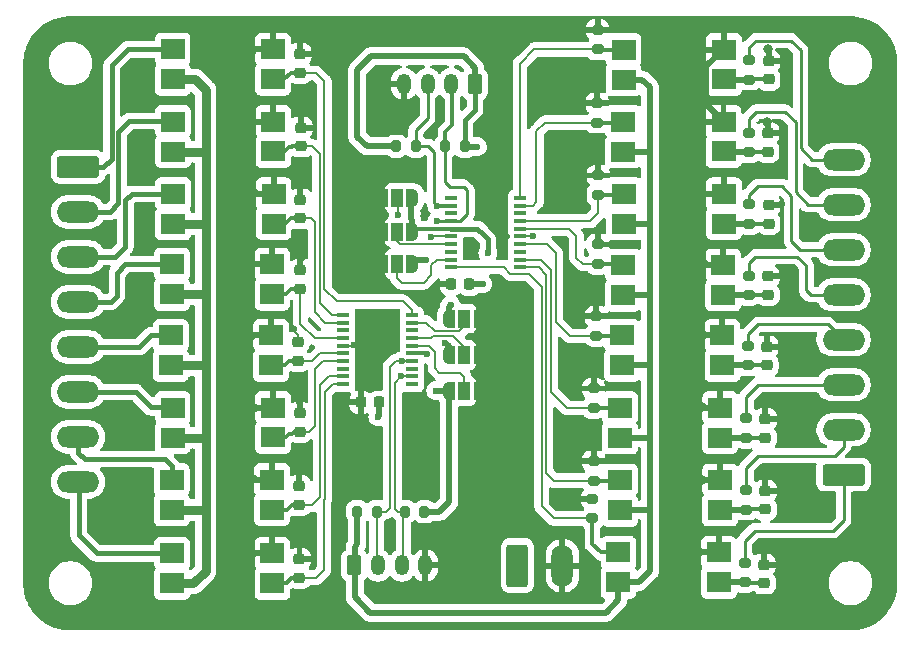
<source format=gbr>
G04 #@! TF.GenerationSoftware,KiCad,Pcbnew,8.0.0*
G04 #@! TF.CreationDate,2024-03-12T13:11:18+03:00*
G04 #@! TF.ProjectId,industrial_mcp23017_input_device_v02,696e6475-7374-4726-9961-6c5f6d637032,rev?*
G04 #@! TF.SameCoordinates,Original*
G04 #@! TF.FileFunction,Copper,L1,Top*
G04 #@! TF.FilePolarity,Positive*
%FSLAX46Y46*%
G04 Gerber Fmt 4.6, Leading zero omitted, Abs format (unit mm)*
G04 Created by KiCad (PCBNEW 8.0.0) date 2024-03-12 13:11:18*
%MOMM*%
%LPD*%
G01*
G04 APERTURE LIST*
G04 Aperture macros list*
%AMRoundRect*
0 Rectangle with rounded corners*
0 $1 Rounding radius*
0 $2 $3 $4 $5 $6 $7 $8 $9 X,Y pos of 4 corners*
0 Add a 4 corners polygon primitive as box body*
4,1,4,$2,$3,$4,$5,$6,$7,$8,$9,$2,$3,0*
0 Add four circle primitives for the rounded corners*
1,1,$1+$1,$2,$3*
1,1,$1+$1,$4,$5*
1,1,$1+$1,$6,$7*
1,1,$1+$1,$8,$9*
0 Add four rect primitives between the rounded corners*
20,1,$1+$1,$2,$3,$4,$5,0*
20,1,$1+$1,$4,$5,$6,$7,0*
20,1,$1+$1,$6,$7,$8,$9,0*
20,1,$1+$1,$8,$9,$2,$3,0*%
%AMFreePoly0*
4,1,19,0.550000,-0.750000,0.000000,-0.750000,0.000000,-0.744911,-0.071157,-0.744911,-0.207708,-0.704816,-0.327430,-0.627875,-0.420627,-0.520320,-0.479746,-0.390866,-0.500000,-0.250000,-0.500000,0.250000,-0.479746,0.390866,-0.420627,0.520320,-0.327430,0.627875,-0.207708,0.704816,-0.071157,0.744911,0.000000,0.744911,0.000000,0.750000,0.550000,0.750000,0.550000,-0.750000,0.550000,-0.750000,
$1*%
%AMFreePoly1*
4,1,19,0.000000,0.744911,0.071157,0.744911,0.207708,0.704816,0.327430,0.627875,0.420627,0.520320,0.479746,0.390866,0.500000,0.250000,0.500000,-0.250000,0.479746,-0.390866,0.420627,-0.520320,0.327430,-0.627875,0.207708,-0.704816,0.071157,-0.744911,0.000000,-0.744911,0.000000,-0.750000,-0.550000,-0.750000,-0.550000,0.750000,0.000000,0.750000,0.000000,0.744911,0.000000,0.744911,
$1*%
G04 Aperture macros list end*
G04 #@! TA.AperFunction,ComponentPad*
%ADD10RoundRect,0.250000X0.350000X0.625000X-0.350000X0.625000X-0.350000X-0.625000X0.350000X-0.625000X0*%
G04 #@! TD*
G04 #@! TA.AperFunction,ComponentPad*
%ADD11O,1.200000X1.750000*%
G04 #@! TD*
G04 #@! TA.AperFunction,ComponentPad*
%ADD12RoundRect,0.250000X-0.350000X-0.625000X0.350000X-0.625000X0.350000X0.625000X-0.350000X0.625000X0*%
G04 #@! TD*
G04 #@! TA.AperFunction,SMDPad,CuDef*
%ADD13RoundRect,0.200000X0.200000X0.275000X-0.200000X0.275000X-0.200000X-0.275000X0.200000X-0.275000X0*%
G04 #@! TD*
G04 #@! TA.AperFunction,SMDPad,CuDef*
%ADD14RoundRect,0.200000X0.275000X-0.200000X0.275000X0.200000X-0.275000X0.200000X-0.275000X-0.200000X0*%
G04 #@! TD*
G04 #@! TA.AperFunction,SMDPad,CuDef*
%ADD15RoundRect,0.225000X0.225000X0.250000X-0.225000X0.250000X-0.225000X-0.250000X0.225000X-0.250000X0*%
G04 #@! TD*
G04 #@! TA.AperFunction,SMDPad,CuDef*
%ADD16RoundRect,0.218750X-0.256250X0.218750X-0.256250X-0.218750X0.256250X-0.218750X0.256250X0.218750X0*%
G04 #@! TD*
G04 #@! TA.AperFunction,SMDPad,CuDef*
%ADD17FreePoly0,0.000000*%
G04 #@! TD*
G04 #@! TA.AperFunction,SMDPad,CuDef*
%ADD18R,1.000000X1.500000*%
G04 #@! TD*
G04 #@! TA.AperFunction,SMDPad,CuDef*
%ADD19FreePoly1,0.000000*%
G04 #@! TD*
G04 #@! TA.AperFunction,SMDPad,CuDef*
%ADD20RoundRect,0.200000X-0.200000X-0.275000X0.200000X-0.275000X0.200000X0.275000X-0.200000X0.275000X0*%
G04 #@! TD*
G04 #@! TA.AperFunction,ComponentPad*
%ADD21RoundRect,0.250000X1.550000X-0.650000X1.550000X0.650000X-1.550000X0.650000X-1.550000X-0.650000X0*%
G04 #@! TD*
G04 #@! TA.AperFunction,ComponentPad*
%ADD22O,3.600000X1.800000*%
G04 #@! TD*
G04 #@! TA.AperFunction,SMDPad,CuDef*
%ADD23R,2.000000X1.780000*%
G04 #@! TD*
G04 #@! TA.AperFunction,SMDPad,CuDef*
%ADD24FreePoly0,180.000000*%
G04 #@! TD*
G04 #@! TA.AperFunction,SMDPad,CuDef*
%ADD25FreePoly1,180.000000*%
G04 #@! TD*
G04 #@! TA.AperFunction,SMDPad,CuDef*
%ADD26R,1.000000X0.400000*%
G04 #@! TD*
G04 #@! TA.AperFunction,ComponentPad*
%ADD27RoundRect,0.250000X-1.550000X0.650000X-1.550000X-0.650000X1.550000X-0.650000X1.550000X0.650000X0*%
G04 #@! TD*
G04 #@! TA.AperFunction,ComponentPad*
%ADD28RoundRect,0.250000X-0.650000X-1.550000X0.650000X-1.550000X0.650000X1.550000X-0.650000X1.550000X0*%
G04 #@! TD*
G04 #@! TA.AperFunction,ComponentPad*
%ADD29O,1.800000X3.600000*%
G04 #@! TD*
G04 #@! TA.AperFunction,ViaPad*
%ADD30C,0.600000*%
G04 #@! TD*
G04 #@! TA.AperFunction,ViaPad*
%ADD31C,0.800000*%
G04 #@! TD*
G04 #@! TA.AperFunction,Conductor*
%ADD32C,0.381000*%
G04 #@! TD*
G04 #@! TA.AperFunction,Conductor*
%ADD33C,0.203200*%
G04 #@! TD*
G04 #@! TA.AperFunction,Conductor*
%ADD34C,0.508000*%
G04 #@! TD*
G04 #@! TA.AperFunction,Conductor*
%ADD35C,0.304800*%
G04 #@! TD*
G04 #@! TA.AperFunction,Conductor*
%ADD36C,0.254000*%
G04 #@! TD*
G04 #@! TA.AperFunction,Conductor*
%ADD37C,0.800000*%
G04 #@! TD*
G04 APERTURE END LIST*
D10*
X107250000Y-62750000D03*
D11*
X105250000Y-62750000D03*
X103250000Y-62750000D03*
X101250000Y-62750000D03*
D12*
X97050000Y-103500000D03*
D11*
X99050000Y-103500000D03*
X101050000Y-103500000D03*
X103050000Y-103500000D03*
D13*
X106400000Y-68000000D03*
X104750000Y-68000000D03*
D14*
X117320000Y-96325000D03*
X117320000Y-94675000D03*
D15*
X106775000Y-79675000D03*
X105225000Y-79675000D03*
D14*
X117690000Y-72135000D03*
X117690000Y-70485000D03*
D16*
X131830000Y-91132500D03*
X131830000Y-92707500D03*
D17*
X105050000Y-82600000D03*
D18*
X106350000Y-82600000D03*
D19*
X107650000Y-82600000D03*
D20*
X97275000Y-98950000D03*
X98925000Y-98950000D03*
D14*
X130450000Y-68535000D03*
X130450000Y-66885000D03*
D16*
X132130000Y-60782500D03*
X132130000Y-62357500D03*
D21*
X138467500Y-95830000D03*
D22*
X138467500Y-92020000D03*
X138467500Y-88210000D03*
X138467500Y-84400000D03*
X138467500Y-80590000D03*
X138467500Y-76780000D03*
X138467500Y-72970000D03*
X138467500Y-69160000D03*
D23*
X128210000Y-86550000D03*
X128210000Y-84030000D03*
X119710000Y-84030000D03*
X119710000Y-86570000D03*
X128020000Y-98800000D03*
X128020000Y-96280000D03*
X119520000Y-96280000D03*
X119520000Y-98820000D03*
D16*
X131980000Y-84982500D03*
X131980000Y-86557500D03*
D17*
X105050000Y-85700000D03*
D18*
X106350000Y-85700000D03*
D19*
X107650000Y-85700000D03*
D14*
X130220000Y-98775000D03*
X130220000Y-97125000D03*
X130490000Y-74585000D03*
X130490000Y-72935000D03*
D24*
X101950000Y-78000000D03*
D18*
X100650000Y-78000000D03*
D25*
X99350000Y-78000000D03*
D23*
X90160000Y-92660000D03*
X90160000Y-90140000D03*
X81660000Y-90140000D03*
X81660000Y-92680000D03*
D16*
X92380000Y-96782500D03*
X92380000Y-98357500D03*
X92480000Y-72532500D03*
X92480000Y-74107500D03*
D14*
X117300000Y-90170000D03*
X117300000Y-88520000D03*
D16*
X132130000Y-72982500D03*
X132130000Y-74557500D03*
D23*
X128020000Y-92670000D03*
X128020000Y-90150000D03*
X119520000Y-90150000D03*
X119520000Y-92690000D03*
D14*
X130360000Y-86550000D03*
X130360000Y-84900000D03*
X130430000Y-80615000D03*
X130430000Y-78965000D03*
D26*
X105250000Y-72400000D03*
X105250000Y-73050000D03*
X105250000Y-73700000D03*
X105250000Y-74350000D03*
X105250000Y-75000000D03*
X105250000Y-75650000D03*
X105250000Y-76300000D03*
X105250000Y-76950000D03*
X105250000Y-77600000D03*
X105250000Y-78250000D03*
X111050000Y-78250000D03*
X111050000Y-77600000D03*
X111050000Y-76950000D03*
X111050000Y-76300000D03*
X111050000Y-75650000D03*
X111050000Y-75000000D03*
X111050000Y-74350000D03*
X111050000Y-73700000D03*
X111050000Y-73050000D03*
X111050000Y-72400000D03*
D14*
X117600000Y-66010000D03*
X117600000Y-64360000D03*
D16*
X132050000Y-66912500D03*
X132050000Y-68487500D03*
D15*
X99125000Y-89700000D03*
X97575000Y-89700000D03*
D23*
X127900000Y-104920000D03*
X127900000Y-102400000D03*
X119400000Y-102400000D03*
X119400000Y-104940000D03*
D14*
X130080000Y-104905000D03*
X130080000Y-103255000D03*
D16*
X92400000Y-102962500D03*
X92400000Y-104537500D03*
D23*
X90160000Y-62320000D03*
X90160000Y-59800000D03*
X81660000Y-59800000D03*
X81660000Y-62340000D03*
D16*
X132067500Y-79032500D03*
X132067500Y-80607500D03*
D14*
X130220000Y-92695000D03*
X130220000Y-91045000D03*
D16*
X92450000Y-60212500D03*
X92450000Y-61787500D03*
D20*
X100600000Y-68000000D03*
X102250000Y-68000000D03*
D14*
X117640000Y-59815000D03*
X117640000Y-58165000D03*
D16*
X92480000Y-78482500D03*
X92480000Y-80057500D03*
D27*
X73650000Y-69760000D03*
D22*
X73650000Y-73570000D03*
X73650000Y-77380000D03*
X73650000Y-81190000D03*
X73650000Y-85000000D03*
X73650000Y-88810000D03*
X73650000Y-92620000D03*
X73650000Y-96430000D03*
D16*
X92430000Y-90632500D03*
X92430000Y-92207500D03*
X131842500Y-97182500D03*
X131842500Y-98757500D03*
D23*
X128280000Y-80590000D03*
X128280000Y-78070000D03*
X119780000Y-78070000D03*
X119780000Y-80610000D03*
X90000000Y-86550000D03*
X90000000Y-84030000D03*
X81500000Y-84030000D03*
X81500000Y-86570000D03*
D16*
X131730000Y-103432500D03*
X131730000Y-105007500D03*
D23*
X128340000Y-62340000D03*
X128340000Y-59820000D03*
X119840000Y-59820000D03*
X119840000Y-62360000D03*
X90080000Y-98770000D03*
X90080000Y-96250000D03*
X81580000Y-96250000D03*
X81580000Y-98790000D03*
X90210000Y-74560000D03*
X90210000Y-72040000D03*
X81710000Y-72040000D03*
X81710000Y-74580000D03*
D24*
X101950000Y-72367500D03*
D18*
X100650000Y-72367500D03*
D25*
X99350000Y-72367500D03*
D14*
X117200000Y-99525000D03*
X117200000Y-97875000D03*
D13*
X102975000Y-98950000D03*
X101325000Y-98950000D03*
D24*
X101950000Y-75250000D03*
D18*
X100650000Y-75250000D03*
D25*
X99350000Y-75250000D03*
D16*
X92530000Y-66432500D03*
X92530000Y-68007500D03*
D17*
X105050000Y-88750000D03*
D18*
X106350000Y-88750000D03*
D19*
X107650000Y-88750000D03*
D23*
X128340000Y-74560000D03*
X128340000Y-72040000D03*
X119840000Y-72040000D03*
X119840000Y-74580000D03*
D28*
X110850000Y-103517500D03*
D29*
X114660000Y-103517500D03*
D16*
X92280000Y-84582500D03*
X92280000Y-86157500D03*
D23*
X90100000Y-80520000D03*
X90100000Y-78000000D03*
X81600000Y-78000000D03*
X81600000Y-80540000D03*
X128300000Y-68450000D03*
X128300000Y-65930000D03*
X119800000Y-65930000D03*
X119800000Y-68470000D03*
D26*
X101900000Y-88150000D03*
X101900000Y-87500000D03*
X101900000Y-86850000D03*
X101900000Y-86200000D03*
X101900000Y-85550000D03*
X101900000Y-84900000D03*
X101900000Y-84250000D03*
X101900000Y-83600000D03*
X101900000Y-82950000D03*
X101900000Y-82300000D03*
X96100000Y-82300000D03*
X96100000Y-82950000D03*
X96100000Y-83600000D03*
X96100000Y-84250000D03*
X96100000Y-84900000D03*
X96100000Y-85550000D03*
X96100000Y-86200000D03*
X96100000Y-86850000D03*
X96100000Y-87500000D03*
X96100000Y-88150000D03*
D23*
X90190000Y-68440000D03*
X90190000Y-65920000D03*
X81690000Y-65920000D03*
X81690000Y-68460000D03*
X90110000Y-105010000D03*
X90110000Y-102490000D03*
X81610000Y-102490000D03*
X81610000Y-105030000D03*
D14*
X117650000Y-77975000D03*
X117650000Y-76325000D03*
X130490000Y-62365000D03*
X130490000Y-60715000D03*
X117530000Y-84070000D03*
X117530000Y-82420000D03*
D30*
X103174604Y-85575396D03*
X107450000Y-68050000D03*
X103950000Y-88700000D03*
X122050000Y-64850000D03*
X103075125Y-77680653D03*
X108350000Y-77050000D03*
X107900000Y-79650000D03*
X99050000Y-90900000D03*
X101850000Y-73650000D03*
X105200000Y-81450000D03*
X104750000Y-84661400D03*
X117450000Y-81300000D03*
X92400000Y-89550000D03*
X92500000Y-65200000D03*
D31*
X88550000Y-72000000D03*
D30*
X98050000Y-78000000D03*
X92550000Y-71500000D03*
D31*
X88350000Y-102500000D03*
X88300000Y-84050000D03*
X132050000Y-59800000D03*
D30*
X117550000Y-69300000D03*
X133250000Y-72900000D03*
X98050000Y-75250000D03*
D31*
X126450000Y-90100000D03*
D30*
X108700000Y-82650000D03*
X92600000Y-77450000D03*
X104200000Y-79700000D03*
X91900000Y-83450000D03*
D31*
X88450000Y-65950000D03*
D30*
X92400000Y-95850000D03*
X116050000Y-97900000D03*
D31*
X126500000Y-72150000D03*
X126500000Y-96250000D03*
X88550000Y-90150000D03*
D30*
X117650000Y-63300000D03*
X98050000Y-72400000D03*
X97000000Y-84850000D03*
X117200000Y-93450000D03*
D31*
X88350000Y-78000000D03*
X88350000Y-59950000D03*
D30*
X117650000Y-75350000D03*
D31*
X132000000Y-65950000D03*
X126650000Y-78000000D03*
D30*
X117350000Y-87450000D03*
X108800000Y-88750000D03*
X96450000Y-89750000D03*
D31*
X126550000Y-84000000D03*
D30*
X108750000Y-85700000D03*
X92400000Y-59000000D03*
D31*
X126350000Y-59900000D03*
X126200000Y-102400000D03*
X88450000Y-96200000D03*
D30*
X112200000Y-75650000D03*
X101000000Y-87500000D03*
X104050000Y-73050000D03*
X104050000Y-74347600D03*
X101050000Y-86200000D03*
X84450000Y-102100000D03*
X100750000Y-73850000D03*
X103500000Y-75700000D03*
D32*
X73650000Y-69760000D02*
X75790000Y-69760000D01*
X79455000Y-59800000D02*
X81660000Y-59800000D01*
X75790000Y-69760000D02*
X76488000Y-69062000D01*
X77845000Y-59805000D02*
X79450000Y-59805000D01*
X76488000Y-69062000D02*
X76488000Y-61162000D01*
X76488000Y-61162000D02*
X77845000Y-59805000D01*
X79450000Y-59805000D02*
X79455000Y-59800000D01*
X81610000Y-102490000D02*
X81605000Y-102485000D01*
X73700000Y-100950000D02*
X73700000Y-96480000D01*
X81605000Y-102485000D02*
X75235000Y-102485000D01*
X75235000Y-102485000D02*
X73700000Y-100950000D01*
X73700000Y-96480000D02*
X73650000Y-96430000D01*
X73650000Y-92620000D02*
X73650000Y-93950000D01*
X81580000Y-95080000D02*
X81580000Y-96250000D01*
X73650000Y-93950000D02*
X74200000Y-94500000D01*
X74200000Y-94500000D02*
X81000000Y-94500000D01*
X81000000Y-94500000D02*
X81580000Y-95080000D01*
X81500000Y-84030000D02*
X81495000Y-84025000D01*
X81495000Y-84025000D02*
X79825000Y-84025000D01*
X79825000Y-84025000D02*
X78850000Y-85000000D01*
X78850000Y-85000000D02*
X73650000Y-85000000D01*
X81660000Y-90140000D02*
X81630000Y-90110000D01*
X81630000Y-90110000D02*
X79860000Y-90110000D01*
X79860000Y-90110000D02*
X78560000Y-88810000D01*
X78560000Y-88810000D02*
X73650000Y-88810000D01*
D33*
X111050000Y-75000000D02*
X115250000Y-75000000D01*
X115850000Y-75600000D02*
X115850000Y-77450000D01*
X115250000Y-75000000D02*
X115850000Y-75600000D01*
X115850000Y-77450000D02*
X116375000Y-77975000D01*
X116375000Y-77975000D02*
X117650000Y-77975000D01*
X101325000Y-98950000D02*
X101200000Y-99075000D01*
X101200000Y-99075000D02*
X101200000Y-104050000D01*
X101200000Y-104050000D02*
X101300000Y-104150000D01*
D34*
X97275000Y-98950000D02*
X97275000Y-101725000D01*
X97275000Y-101725000D02*
X97100000Y-101900000D01*
X118350000Y-107500000D02*
X119400000Y-106450000D01*
X97100000Y-101900000D02*
X97100000Y-106200000D01*
X98400000Y-107500000D02*
X118350000Y-107500000D01*
X97100000Y-106200000D02*
X98400000Y-107500000D01*
X119400000Y-106450000D02*
X119400000Y-104940000D01*
D35*
X104750000Y-68000000D02*
X104750000Y-66800000D01*
X104750000Y-66800000D02*
X105350000Y-66200000D01*
X105350000Y-66200000D02*
X105350000Y-62850000D01*
X105350000Y-62850000D02*
X105250000Y-62750000D01*
D36*
X103250000Y-62750000D02*
X103250000Y-65650000D01*
X102250000Y-66650000D02*
X102250000Y-68000000D01*
X103250000Y-65650000D02*
X102250000Y-66650000D01*
D34*
X121110000Y-104940000D02*
X119400000Y-104940000D01*
X105050000Y-82600000D02*
X105050000Y-81600000D01*
X101950000Y-74250000D02*
X101950000Y-75250000D01*
D35*
X102200000Y-75000000D02*
X101950000Y-75250000D01*
D34*
X121410000Y-62360000D02*
X122050000Y-63000000D01*
X122050000Y-92550000D02*
X122050000Y-98750000D01*
X106450000Y-68050000D02*
X106400000Y-68000000D01*
X122050000Y-80750000D02*
X122050000Y-86700000D01*
X119520000Y-98820000D02*
X121980000Y-98820000D01*
X121930000Y-68470000D02*
X122050000Y-68350000D01*
X104000000Y-88750000D02*
X103950000Y-88700000D01*
X102269347Y-77680653D02*
X101950000Y-78000000D01*
X98450000Y-60400000D02*
X106300000Y-60400000D01*
X100600000Y-68000000D02*
X98100000Y-68000000D01*
X99125000Y-89700000D02*
X99125000Y-90825000D01*
D32*
X105250000Y-75000000D02*
X107450000Y-75000000D01*
D34*
X119800000Y-68470000D02*
X121930000Y-68470000D01*
X105050000Y-81600000D02*
X105200000Y-81450000D01*
X121910000Y-92690000D02*
X122050000Y-92550000D01*
X107250000Y-61350000D02*
X107250000Y-62750000D01*
D35*
X103149208Y-85550000D02*
X103174604Y-85575396D01*
D34*
X98100000Y-68000000D02*
X97300000Y-67200000D01*
D32*
X106400000Y-65800000D02*
X106400000Y-68000000D01*
D34*
X121910000Y-80610000D02*
X122050000Y-80750000D01*
X107900000Y-79650000D02*
X106800000Y-79650000D01*
D32*
X108350000Y-75900000D02*
X108350000Y-77050000D01*
D34*
X121880000Y-74580000D02*
X122050000Y-74750000D01*
D32*
X107250000Y-62750000D02*
X107250000Y-64950000D01*
X107900000Y-75450000D02*
X108350000Y-75900000D01*
D34*
X122050000Y-64850000D02*
X122050000Y-68350000D01*
X121920000Y-86570000D02*
X122050000Y-86700000D01*
X99125000Y-90825000D02*
X99050000Y-90900000D01*
D35*
X101900000Y-85550000D02*
X103149208Y-85550000D01*
D34*
X97300000Y-61550000D02*
X98450000Y-60400000D01*
X107450000Y-68050000D02*
X106450000Y-68050000D01*
X119520000Y-92690000D02*
X121910000Y-92690000D01*
X122050000Y-63000000D02*
X122050000Y-64850000D01*
D35*
X105250000Y-75000000D02*
X102200000Y-75000000D01*
D34*
X106800000Y-79650000D02*
X106775000Y-79675000D01*
X121980000Y-98820000D02*
X122050000Y-98750000D01*
X101950000Y-72367500D02*
X101850000Y-72467500D01*
X122050000Y-86700000D02*
X122050000Y-92550000D01*
X122050000Y-98750000D02*
X122050000Y-104000000D01*
D32*
X107250000Y-64950000D02*
X106400000Y-65800000D01*
X107450000Y-75000000D02*
X107900000Y-75450000D01*
D34*
X122050000Y-74750000D02*
X122050000Y-80750000D01*
X106300000Y-60400000D02*
X107250000Y-61350000D01*
X119710000Y-86570000D02*
X121920000Y-86570000D01*
X105050000Y-88750000D02*
X104000000Y-88750000D01*
X97300000Y-67200000D02*
X97300000Y-61550000D01*
X104750000Y-84661400D02*
X105050000Y-84961400D01*
X119780000Y-80610000D02*
X121910000Y-80610000D01*
X102975000Y-98950000D02*
X104250000Y-98950000D01*
X105050000Y-84961400D02*
X105050000Y-85700000D01*
X119840000Y-74580000D02*
X121880000Y-74580000D01*
X119840000Y-62360000D02*
X121410000Y-62360000D01*
X104250000Y-98950000D02*
X105050000Y-98150000D01*
X105050000Y-98150000D02*
X105050000Y-88750000D01*
X122050000Y-104000000D02*
X121110000Y-104940000D01*
X103075125Y-77680653D02*
X102269347Y-77680653D01*
X101850000Y-74150000D02*
X101950000Y-74250000D01*
X122050000Y-68350000D02*
X122050000Y-74750000D01*
X101850000Y-72467500D02*
X101850000Y-74150000D01*
D33*
X117650000Y-76325000D02*
X117650000Y-75350000D01*
D34*
X90190000Y-65920000D02*
X88480000Y-65920000D01*
X92450000Y-59050000D02*
X92400000Y-59000000D01*
X104225000Y-79675000D02*
X104200000Y-79700000D01*
X128340000Y-72040000D02*
X126610000Y-72040000D01*
X126832000Y-64462000D02*
X128300000Y-65930000D01*
X90100000Y-78000000D02*
X88350000Y-78000000D01*
D32*
X117320000Y-94675000D02*
X117320000Y-93570000D01*
D34*
X127900000Y-102400000D02*
X126200000Y-102400000D01*
D36*
X133167500Y-72982500D02*
X133250000Y-72900000D01*
D32*
X117600000Y-64360000D02*
X117600000Y-63350000D01*
D34*
X92480000Y-77570000D02*
X92600000Y-77450000D01*
X88590000Y-72040000D02*
X88550000Y-72000000D01*
X88320000Y-84030000D02*
X88300000Y-84050000D01*
X88360000Y-102490000D02*
X88350000Y-102500000D01*
X105225000Y-79675000D02*
X104225000Y-79675000D01*
D33*
X91850000Y-83600000D02*
X91900000Y-83550000D01*
X91900000Y-83550000D02*
X91900000Y-83450000D01*
D32*
X117690000Y-69440000D02*
X117550000Y-69300000D01*
D34*
X92480000Y-71570000D02*
X92550000Y-71500000D01*
X88500000Y-59800000D02*
X88350000Y-59950000D01*
X99350000Y-72367500D02*
X98082500Y-72367500D01*
X92450000Y-60212500D02*
X92450000Y-59050000D01*
X108650000Y-82600000D02*
X108700000Y-82650000D01*
D32*
X117600000Y-63350000D02*
X117650000Y-63300000D01*
D33*
X96950000Y-84900000D02*
X97000000Y-84850000D01*
D34*
X98082500Y-72367500D02*
X98050000Y-72400000D01*
D32*
X116075000Y-97875000D02*
X116050000Y-97900000D01*
D34*
X132130000Y-60782500D02*
X132130000Y-59880000D01*
X128210000Y-84030000D02*
X126580000Y-84030000D01*
D33*
X117530000Y-81380000D02*
X117450000Y-81300000D01*
D34*
X126530000Y-96280000D02*
X126500000Y-96250000D01*
X107650000Y-88750000D02*
X108800000Y-88750000D01*
X128340000Y-59820000D02*
X126430000Y-59820000D01*
X126720000Y-78070000D02*
X126650000Y-78000000D01*
X126500000Y-90150000D02*
X126450000Y-90100000D01*
X92480000Y-78482500D02*
X92480000Y-77570000D01*
X128020000Y-96280000D02*
X126530000Y-96280000D01*
D33*
X117530000Y-82420000D02*
X117530000Y-81380000D01*
D34*
X92380000Y-96782500D02*
X92380000Y-95870000D01*
X90160000Y-59800000D02*
X88500000Y-59800000D01*
X128020000Y-90150000D02*
X126500000Y-90150000D01*
D33*
X111050000Y-75650000D02*
X112200000Y-75650000D01*
D34*
X92480000Y-72532500D02*
X92480000Y-71570000D01*
X97575000Y-89700000D02*
X96500000Y-89700000D01*
X96500000Y-89700000D02*
X96450000Y-89750000D01*
D32*
X117320000Y-93570000D02*
X117200000Y-93450000D01*
X117690000Y-70485000D02*
X117690000Y-69440000D01*
D34*
X88480000Y-65920000D02*
X88450000Y-65950000D01*
X88500000Y-96250000D02*
X88450000Y-96200000D01*
X107650000Y-85700000D02*
X108750000Y-85700000D01*
X92530000Y-66432500D02*
X92530000Y-65230000D01*
X90210000Y-72040000D02*
X88590000Y-72040000D01*
X92430000Y-89580000D02*
X92400000Y-89550000D01*
X132050000Y-66000000D02*
X132000000Y-65950000D01*
X128280000Y-78070000D02*
X126720000Y-78070000D01*
X92430000Y-90632500D02*
X92430000Y-89580000D01*
X128340000Y-59820000D02*
X128230000Y-59820000D01*
X90000000Y-84030000D02*
X88320000Y-84030000D01*
D32*
X117300000Y-87500000D02*
X117350000Y-87450000D01*
D34*
X126832000Y-61218000D02*
X126832000Y-64462000D01*
X126610000Y-72040000D02*
X126500000Y-72150000D01*
X132050000Y-66912500D02*
X132050000Y-66000000D01*
X90080000Y-96250000D02*
X88500000Y-96250000D01*
X99350000Y-75250000D02*
X98050000Y-75250000D01*
X132130000Y-59880000D02*
X132050000Y-59800000D01*
X90110000Y-102490000D02*
X88360000Y-102490000D01*
D33*
X92280000Y-84582500D02*
X92280000Y-84030000D01*
D34*
X99350000Y-78000000D02*
X98050000Y-78000000D01*
D33*
X96100000Y-84900000D02*
X96950000Y-84900000D01*
D36*
X132130000Y-72982500D02*
X133167500Y-72982500D01*
D34*
X92380000Y-95870000D02*
X92400000Y-95850000D01*
X126580000Y-84030000D02*
X126550000Y-84000000D01*
X88560000Y-90140000D02*
X88550000Y-90150000D01*
D32*
X117300000Y-88520000D02*
X117300000Y-87500000D01*
X117200000Y-97875000D02*
X116075000Y-97875000D01*
D34*
X107650000Y-82600000D02*
X108650000Y-82600000D01*
X128230000Y-59820000D02*
X126832000Y-61218000D01*
X92530000Y-65230000D02*
X92500000Y-65200000D01*
D33*
X92280000Y-84030000D02*
X91850000Y-83600000D01*
D34*
X126430000Y-59820000D02*
X126350000Y-59900000D01*
X90160000Y-90140000D02*
X88560000Y-90140000D01*
D36*
X103300000Y-68000000D02*
X103800000Y-68500000D01*
D33*
X101000000Y-87500000D02*
X100453200Y-88046800D01*
X100453200Y-98703200D02*
X100700000Y-98950000D01*
D36*
X103800000Y-68500000D02*
X103800000Y-72800000D01*
D33*
X100700000Y-98950000D02*
X101325000Y-98950000D01*
D36*
X103800000Y-72800000D02*
X104050000Y-73050000D01*
D33*
X100453200Y-88046800D02*
X100453200Y-98703200D01*
X101900000Y-87500000D02*
X101000000Y-87500000D01*
D36*
X102250000Y-68000000D02*
X103300000Y-68000000D01*
D35*
X105250000Y-73050000D02*
X104050000Y-73050000D01*
D36*
X106600000Y-71750000D02*
X106600000Y-73750000D01*
X106002400Y-74347600D02*
X104050000Y-74347600D01*
D33*
X98925000Y-98950000D02*
X98925000Y-104025000D01*
D36*
X106600000Y-73750000D02*
X106002400Y-74347600D01*
D33*
X101900000Y-86200000D02*
X101050000Y-86200000D01*
D36*
X104750000Y-68000000D02*
X104700000Y-68050000D01*
X106300000Y-71450000D02*
X106600000Y-71750000D01*
D33*
X100050000Y-86700000D02*
X100050000Y-98650000D01*
X100050000Y-98650000D02*
X99750000Y-98950000D01*
X101050000Y-86200000D02*
X100550000Y-86200000D01*
D36*
X105150000Y-71450000D02*
X106300000Y-71450000D01*
D33*
X105247600Y-74347600D02*
X105250000Y-74350000D01*
D36*
X104700000Y-68050000D02*
X104700000Y-71000000D01*
X104700000Y-71000000D02*
X105150000Y-71450000D01*
D33*
X98925000Y-104025000D02*
X98800000Y-104150000D01*
X100550000Y-86200000D02*
X100050000Y-86700000D01*
X99750000Y-98950000D02*
X98925000Y-98950000D01*
X104050000Y-74347600D02*
X105247600Y-74347600D01*
D37*
X84450000Y-92500000D02*
X84450000Y-99050000D01*
X84310000Y-80540000D02*
X84450000Y-80400000D01*
X84450000Y-68650000D02*
X84450000Y-74400000D01*
X81710000Y-74580000D02*
X84270000Y-74580000D01*
X81660000Y-92680000D02*
X84270000Y-92680000D01*
X83370000Y-105030000D02*
X81610000Y-105030000D01*
X83540000Y-62340000D02*
X84450000Y-63250000D01*
X84270000Y-92680000D02*
X84450000Y-92500000D01*
X84450000Y-99050000D02*
X84450000Y-102100000D01*
X84450000Y-74400000D02*
X84450000Y-80400000D01*
X81690000Y-68460000D02*
X84260000Y-68460000D01*
X81580000Y-98790000D02*
X84190000Y-98790000D01*
X81500000Y-86570000D02*
X84380000Y-86570000D01*
X81600000Y-80540000D02*
X84310000Y-80540000D01*
X84270000Y-74580000D02*
X84450000Y-74400000D01*
X81660000Y-62340000D02*
X83540000Y-62340000D01*
X84450000Y-63250000D02*
X84450000Y-68650000D01*
X84260000Y-68460000D02*
X84450000Y-68650000D01*
X84380000Y-86570000D02*
X84450000Y-86500000D01*
X84450000Y-80400000D02*
X84450000Y-86500000D01*
X84450000Y-86500000D02*
X84450000Y-92500000D01*
X84450000Y-102100000D02*
X84450000Y-103950000D01*
X84450000Y-103950000D02*
X83370000Y-105030000D01*
X84190000Y-98790000D02*
X84450000Y-99050000D01*
D32*
X77975000Y-65875000D02*
X81645000Y-65875000D01*
X81645000Y-65875000D02*
X81690000Y-65920000D01*
X77069000Y-72850000D02*
X77069000Y-66781000D01*
X77069000Y-66781000D02*
X77975000Y-65875000D01*
X73650000Y-73570000D02*
X76349000Y-73570000D01*
X76349000Y-73570000D02*
X77069000Y-72850000D01*
X79515000Y-72040000D02*
X79510000Y-72035000D01*
X77650000Y-72600000D02*
X78215000Y-72035000D01*
X78215000Y-72035000D02*
X79510000Y-72035000D01*
X76770000Y-77380000D02*
X77650000Y-76500000D01*
X73650000Y-77380000D02*
X76770000Y-77380000D01*
X77650000Y-76500000D02*
X77650000Y-72600000D01*
X81710000Y-72040000D02*
X79515000Y-72040000D01*
X79400000Y-77995000D02*
X77655000Y-77995000D01*
X79405000Y-78000000D02*
X79400000Y-77995000D01*
X76410000Y-81190000D02*
X73650000Y-81190000D01*
X76950000Y-78700000D02*
X76950000Y-80650000D01*
X77655000Y-77995000D02*
X76950000Y-78700000D01*
X76950000Y-80650000D02*
X76410000Y-81190000D01*
X81600000Y-78000000D02*
X79405000Y-78000000D01*
D36*
X130950000Y-100550000D02*
X137600000Y-100550000D01*
X138467500Y-99682500D02*
X138467500Y-95830000D01*
X130080000Y-101420000D02*
X130950000Y-100550000D01*
X130080000Y-103255000D02*
X130080000Y-101420000D01*
X137600000Y-100550000D02*
X138467500Y-99682500D01*
X137700000Y-94200000D02*
X138467500Y-93432500D01*
X138467500Y-93432500D02*
X138467500Y-92020000D01*
X130220000Y-97125000D02*
X130220000Y-95230000D01*
X130220000Y-95230000D02*
X131250000Y-94200000D01*
X131250000Y-94200000D02*
X137700000Y-94200000D01*
X131240000Y-88210000D02*
X138467500Y-88210000D01*
X130220000Y-91045000D02*
X130220000Y-89230000D01*
X130220000Y-89230000D02*
X131240000Y-88210000D01*
X131200000Y-83100000D02*
X137167500Y-83100000D01*
X137167500Y-83100000D02*
X138467500Y-84400000D01*
X130360000Y-84900000D02*
X130360000Y-83940000D01*
X130360000Y-83940000D02*
X131200000Y-83100000D01*
X134550000Y-77350000D02*
X135300000Y-78100000D01*
X130430000Y-77920000D02*
X131000000Y-77350000D01*
X135300000Y-80200000D02*
X135690000Y-80590000D01*
X130430000Y-78965000D02*
X130430000Y-77920000D01*
X131000000Y-77350000D02*
X134550000Y-77350000D01*
X135690000Y-80590000D02*
X138467500Y-80590000D01*
X135300000Y-78100000D02*
X135300000Y-80200000D01*
X131200000Y-71400000D02*
X133257948Y-71400000D01*
X130490000Y-72935000D02*
X130490000Y-72110000D01*
X130490000Y-72110000D02*
X131200000Y-71400000D01*
X133257948Y-71400000D02*
X134050000Y-72192052D01*
X134780000Y-76780000D02*
X138467500Y-76780000D01*
X134050000Y-76050000D02*
X134780000Y-76780000D01*
X134050000Y-72192052D02*
X134050000Y-76050000D01*
X133500000Y-65100000D02*
X134396000Y-65996000D01*
X134396000Y-68388053D02*
X134400000Y-68392053D01*
X134400000Y-71900000D02*
X135470000Y-72970000D01*
X135470000Y-72970000D02*
X138467500Y-72970000D01*
X131050000Y-65100000D02*
X133500000Y-65100000D01*
X134400000Y-68392053D02*
X134400000Y-71900000D01*
X130450000Y-65700000D02*
X131050000Y-65100000D01*
X130450000Y-66885000D02*
X130450000Y-65700000D01*
X134396000Y-65996000D02*
X134396000Y-68388053D01*
X134850000Y-68200000D02*
X135810000Y-69160000D01*
X130490000Y-59610000D02*
X131027000Y-59073000D01*
X134023000Y-59073000D02*
X134850000Y-59900000D01*
X135810000Y-69160000D02*
X138467500Y-69160000D01*
X130490000Y-60715000D02*
X130490000Y-59610000D01*
X131027000Y-59073000D02*
X134023000Y-59073000D01*
X134850000Y-59900000D02*
X134850000Y-68200000D01*
D35*
X131730000Y-105007500D02*
X130182500Y-105007500D01*
X130182500Y-105007500D02*
X130080000Y-104905000D01*
D34*
X130080000Y-104905000D02*
X127915000Y-104905000D01*
X127915000Y-104905000D02*
X127900000Y-104920000D01*
D33*
X105250000Y-78250000D02*
X109700000Y-78250000D01*
X112890400Y-79890400D02*
X112890400Y-98490400D01*
X110250000Y-78800000D02*
X111800000Y-78800000D01*
D35*
X117200000Y-99525000D02*
X117200000Y-101700000D01*
D33*
X109700000Y-78250000D02*
X110250000Y-78800000D01*
X111800000Y-78800000D02*
X112890400Y-79890400D01*
X112890400Y-98490400D02*
X113925000Y-99525000D01*
D35*
X117200000Y-101700000D02*
X117900000Y-102400000D01*
X117900000Y-102400000D02*
X119400000Y-102400000D01*
D33*
X113925000Y-99525000D02*
X117200000Y-99525000D01*
X113293600Y-78900000D02*
X113293600Y-95643600D01*
X113293600Y-95643600D02*
X113975000Y-96325000D01*
X111050000Y-78250000D02*
X112643600Y-78250000D01*
D35*
X119475000Y-96325000D02*
X119520000Y-96280000D01*
D33*
X113975000Y-96325000D02*
X117320000Y-96325000D01*
X112643600Y-78250000D02*
X113293600Y-78900000D01*
D35*
X117320000Y-96325000D02*
X119475000Y-96325000D01*
X117300000Y-90170000D02*
X119500000Y-90170000D01*
D33*
X112846800Y-77600000D02*
X113696800Y-78450000D01*
D35*
X119500000Y-90170000D02*
X119520000Y-90150000D01*
D33*
X113696800Y-78450000D02*
X113696800Y-88796800D01*
X113696800Y-88796800D02*
X115070000Y-90170000D01*
X115070000Y-90170000D02*
X117300000Y-90170000D01*
X111050000Y-77600000D02*
X112846800Y-77600000D01*
X114100000Y-77050000D02*
X114100000Y-82900000D01*
X115270000Y-84070000D02*
X117530000Y-84070000D01*
X114100000Y-82900000D02*
X115270000Y-84070000D01*
X111050000Y-76300000D02*
X113350000Y-76300000D01*
D35*
X119670000Y-84070000D02*
X119710000Y-84030000D01*
X117530000Y-84070000D02*
X119670000Y-84070000D01*
D33*
X113350000Y-76300000D02*
X114100000Y-77050000D01*
D35*
X131842500Y-98757500D02*
X130237500Y-98757500D01*
D34*
X128045000Y-98775000D02*
X128020000Y-98800000D01*
X130220000Y-98775000D02*
X128045000Y-98775000D01*
D35*
X130237500Y-98757500D02*
X130220000Y-98775000D01*
X130232500Y-92707500D02*
X130220000Y-92695000D01*
X131830000Y-92707500D02*
X130232500Y-92707500D01*
D34*
X130220000Y-92695000D02*
X128045000Y-92695000D01*
X128045000Y-92695000D02*
X128020000Y-92670000D01*
D35*
X130367500Y-86557500D02*
X130360000Y-86550000D01*
X131980000Y-86557500D02*
X130367500Y-86557500D01*
D34*
X130360000Y-86550000D02*
X128210000Y-86550000D01*
X130430000Y-80615000D02*
X128305000Y-80615000D01*
D35*
X130437500Y-80607500D02*
X130430000Y-80615000D01*
D34*
X128305000Y-80615000D02*
X128280000Y-80590000D01*
D35*
X132067500Y-80607500D02*
X130437500Y-80607500D01*
X117650000Y-77975000D02*
X119685000Y-77975000D01*
X119685000Y-77975000D02*
X119780000Y-78070000D01*
D33*
X117690000Y-73660000D02*
X117690000Y-72135000D01*
D35*
X117690000Y-72135000D02*
X119745000Y-72135000D01*
X119745000Y-72135000D02*
X119840000Y-72040000D01*
D33*
X117000000Y-74350000D02*
X117690000Y-73660000D01*
X111050000Y-74350000D02*
X117000000Y-74350000D01*
X112450000Y-72750000D02*
X112450000Y-66750000D01*
X111050000Y-73050000D02*
X112150000Y-73050000D01*
X113190000Y-66010000D02*
X117600000Y-66010000D01*
D35*
X119720000Y-66010000D02*
X119800000Y-65930000D01*
D33*
X112150000Y-73050000D02*
X112450000Y-72750000D01*
X112450000Y-66750000D02*
X113190000Y-66010000D01*
D35*
X117600000Y-66010000D02*
X119720000Y-66010000D01*
D33*
X112285000Y-59815000D02*
X117640000Y-59815000D01*
X111050000Y-61050000D02*
X112285000Y-59815000D01*
D35*
X119840000Y-59820000D02*
X117645000Y-59820000D01*
X117645000Y-59820000D02*
X117640000Y-59815000D01*
D33*
X111050000Y-72400000D02*
X111050000Y-61050000D01*
D34*
X128365000Y-74585000D02*
X128340000Y-74560000D01*
D35*
X130517500Y-74557500D02*
X130490000Y-74585000D01*
D34*
X130490000Y-74585000D02*
X128365000Y-74585000D01*
D35*
X132130000Y-74557500D02*
X130517500Y-74557500D01*
D34*
X130450000Y-68535000D02*
X128385000Y-68535000D01*
D35*
X132050000Y-68487500D02*
X130497500Y-68487500D01*
D34*
X128385000Y-68535000D02*
X128300000Y-68450000D01*
D35*
X130497500Y-68487500D02*
X130450000Y-68535000D01*
D34*
X130490000Y-62365000D02*
X128365000Y-62365000D01*
D35*
X132130000Y-62357500D02*
X130497500Y-62357500D01*
D34*
X128365000Y-62365000D02*
X128340000Y-62340000D01*
D35*
X130497500Y-62357500D02*
X130490000Y-62365000D01*
D33*
X94506400Y-62506400D02*
X93787500Y-61787500D01*
X101900000Y-82300000D02*
X101900000Y-81900000D01*
X93787500Y-61787500D02*
X92450000Y-61787500D01*
D35*
X90160000Y-62320000D02*
X91130000Y-62320000D01*
D33*
X101150000Y-81150000D02*
X95550000Y-81150000D01*
D35*
X91662500Y-61787500D02*
X92450000Y-61787500D01*
D33*
X94506400Y-80106400D02*
X94506400Y-62506400D01*
X101900000Y-81900000D02*
X101150000Y-81150000D01*
X95550000Y-81150000D02*
X94506400Y-80106400D01*
D35*
X91130000Y-62320000D02*
X91662500Y-61787500D01*
D33*
X94103200Y-68653200D02*
X93457500Y-68007500D01*
D35*
X91750000Y-68050000D02*
X91792500Y-68007500D01*
X91792500Y-68007500D02*
X92530000Y-68007500D01*
D33*
X96100000Y-82300000D02*
X95153200Y-82300000D01*
D35*
X90190000Y-68440000D02*
X91160000Y-68440000D01*
X91550000Y-68050000D02*
X91750000Y-68050000D01*
D33*
X94103200Y-81250000D02*
X94103200Y-68653200D01*
X95153200Y-82300000D02*
X94103200Y-81250000D01*
D35*
X91160000Y-68440000D02*
X91550000Y-68050000D01*
D33*
X93457500Y-68007500D02*
X92530000Y-68007500D01*
D35*
X90210000Y-74560000D02*
X91190000Y-74560000D01*
D33*
X93700000Y-74450000D02*
X93350000Y-74100000D01*
X93250000Y-74100000D02*
X93242500Y-74107500D01*
X94600000Y-82950000D02*
X93700000Y-82050000D01*
D35*
X91642500Y-74107500D02*
X92480000Y-74107500D01*
D33*
X93242500Y-74107500D02*
X92480000Y-74107500D01*
D35*
X91190000Y-74560000D02*
X91642500Y-74107500D01*
D33*
X93700000Y-82050000D02*
X93700000Y-74450000D01*
X93350000Y-74100000D02*
X93250000Y-74100000D01*
X96100000Y-82950000D02*
X94600000Y-82950000D01*
D35*
X90100000Y-80520000D02*
X91230000Y-80520000D01*
D33*
X93700000Y-84250000D02*
X92480000Y-83030000D01*
X96100000Y-84250000D02*
X93700000Y-84250000D01*
D35*
X91692500Y-80057500D02*
X92480000Y-80057500D01*
X91230000Y-80520000D02*
X91692500Y-80057500D01*
D33*
X92480000Y-83030000D02*
X92480000Y-80057500D01*
D35*
X91150000Y-86550000D02*
X91542500Y-86157500D01*
D33*
X93492500Y-86157500D02*
X94100000Y-85550000D01*
D35*
X91542500Y-86157500D02*
X92280000Y-86157500D01*
D33*
X94100000Y-85550000D02*
X96100000Y-85550000D01*
X92280000Y-86157500D02*
X93492500Y-86157500D01*
D35*
X90000000Y-86550000D02*
X91150000Y-86550000D01*
D33*
X93242500Y-92207500D02*
X92430000Y-92207500D01*
X96100000Y-86200000D02*
X94400000Y-86200000D01*
X94400000Y-86200000D02*
X93746800Y-86853200D01*
D35*
X91942500Y-92207500D02*
X92430000Y-92207500D01*
X91550000Y-92350000D02*
X91800000Y-92350000D01*
D33*
X93746800Y-91703200D02*
X93242500Y-92207500D01*
D35*
X90160000Y-92660000D02*
X91240000Y-92660000D01*
D33*
X93746800Y-86853200D02*
X93746800Y-91703200D01*
D35*
X91240000Y-92660000D02*
X91550000Y-92350000D01*
X91800000Y-92350000D02*
X91942500Y-92207500D01*
D33*
X92380000Y-98357500D02*
X93492500Y-98357500D01*
X93492500Y-98357500D02*
X94150000Y-97700000D01*
X94900000Y-87500000D02*
X96100000Y-87500000D01*
D35*
X91742500Y-98357500D02*
X92380000Y-98357500D01*
D33*
X94150000Y-88250000D02*
X94900000Y-87500000D01*
D35*
X91330000Y-98770000D02*
X91742500Y-98357500D01*
D33*
X94150000Y-97700000D02*
X94150000Y-88250000D01*
D35*
X90080000Y-98770000D02*
X91330000Y-98770000D01*
D33*
X95203200Y-88150000D02*
X94553200Y-88800000D01*
X93812500Y-104537500D02*
X92400000Y-104537500D01*
D35*
X90170000Y-104950000D02*
X91300000Y-104950000D01*
D33*
X94450000Y-103900000D02*
X93812500Y-104537500D01*
D35*
X91300000Y-104950000D02*
X91712500Y-104537500D01*
D33*
X94553200Y-88800000D02*
X94553200Y-97867011D01*
D35*
X91712500Y-104537500D02*
X92400000Y-104537500D01*
D33*
X94450000Y-97970211D02*
X94450000Y-103900000D01*
D35*
X90110000Y-105010000D02*
X90170000Y-104950000D01*
D33*
X96100000Y-88150000D02*
X95203200Y-88150000D01*
X94553200Y-97867011D02*
X94450000Y-97970211D01*
X101050000Y-79550000D02*
X102900000Y-79550000D01*
X103550000Y-78900000D02*
X103550000Y-78050000D01*
X100650000Y-79150000D02*
X101050000Y-79550000D01*
X102900000Y-79550000D02*
X103550000Y-78900000D01*
X103550000Y-78050000D02*
X104000000Y-77600000D01*
X100650000Y-78000000D02*
X100650000Y-79150000D01*
X104000000Y-77600000D02*
X105250000Y-77600000D01*
X100750000Y-73850000D02*
X100750000Y-72467500D01*
X105250000Y-75650000D02*
X103550000Y-75650000D01*
X100750000Y-72467500D02*
X100650000Y-72367500D01*
X103550000Y-75650000D02*
X103500000Y-75700000D01*
X105250000Y-76300000D02*
X105243400Y-76306600D01*
X100950000Y-76306600D02*
X100650000Y-76006600D01*
X100650000Y-76006600D02*
X100650000Y-75250000D01*
X105243400Y-76306600D02*
X100950000Y-76306600D01*
X103856600Y-83656600D02*
X105943400Y-83656600D01*
X105943400Y-83656600D02*
X106350000Y-83250000D01*
X101900000Y-82950000D02*
X103150000Y-82950000D01*
X103150000Y-82950000D02*
X103856600Y-83656600D01*
X106350000Y-83250000D02*
X106350000Y-82600000D01*
X101900000Y-84250000D02*
X103499389Y-84250000D01*
X103689589Y-84059800D02*
X105409800Y-84059800D01*
X106350000Y-85000000D02*
X106350000Y-85700000D01*
X103499389Y-84250000D02*
X103689589Y-84059800D01*
X105409800Y-84059800D02*
X106350000Y-85000000D01*
X103850000Y-85400000D02*
X103850000Y-86800000D01*
X106000000Y-87200000D02*
X106350000Y-87550000D01*
X103850000Y-86800000D02*
X104250000Y-87200000D01*
X106350000Y-87550000D02*
X106350000Y-88750000D01*
X104250000Y-87200000D02*
X106000000Y-87200000D01*
X101900000Y-84900000D02*
X103350000Y-84900000D01*
X103350000Y-84900000D02*
X103850000Y-85400000D01*
G04 #@! TA.AperFunction,Conductor*
G36*
X109462965Y-78879785D02*
G01*
X109483607Y-78896419D01*
X109776103Y-79188915D01*
X109776104Y-79188916D01*
X109830136Y-79242948D01*
X109861085Y-79273897D01*
X109961004Y-79340661D01*
X109961005Y-79340661D01*
X109961009Y-79340664D01*
X110046628Y-79376128D01*
X110046629Y-79376128D01*
X110046630Y-79376129D01*
X110068875Y-79385343D01*
X110072040Y-79386654D01*
X110072044Y-79386654D01*
X110072045Y-79386655D01*
X110189907Y-79410100D01*
X110189910Y-79410100D01*
X110310090Y-79410100D01*
X111495926Y-79410100D01*
X111562965Y-79429785D01*
X111583607Y-79446419D01*
X112243981Y-80106793D01*
X112277466Y-80168116D01*
X112280300Y-80194474D01*
X112280300Y-98550494D01*
X112303743Y-98668352D01*
X112303746Y-98668362D01*
X112327165Y-98724900D01*
X112349734Y-98779389D01*
X112406337Y-98864100D01*
X112406338Y-98864101D01*
X112416505Y-98879318D01*
X112416506Y-98879319D01*
X113451104Y-99913916D01*
X113520703Y-99983515D01*
X113536085Y-99998897D01*
X113636005Y-100065662D01*
X113636007Y-100065662D01*
X113636009Y-100065664D01*
X113747040Y-100111654D01*
X113775903Y-100117395D01*
X113864907Y-100135100D01*
X113864910Y-100135100D01*
X116281766Y-100135100D01*
X116348805Y-100154785D01*
X116369447Y-100171418D01*
X116484845Y-100286816D01*
X116484847Y-100286817D01*
X116484848Y-100286818D01*
X116490751Y-100291443D01*
X116488824Y-100293901D01*
X116526412Y-100334909D01*
X116539100Y-100389550D01*
X116539100Y-101765097D01*
X116564496Y-101892769D01*
X116564499Y-101892781D01*
X116614314Y-102013047D01*
X116614321Y-102013060D01*
X116686644Y-102121298D01*
X116686647Y-102121302D01*
X117386645Y-102821299D01*
X117473268Y-102907922D01*
X117478702Y-102913356D01*
X117586939Y-102985678D01*
X117586952Y-102985685D01*
X117672529Y-103021131D01*
X117688988Y-103027949D01*
X117701055Y-103032947D01*
X117701057Y-103032948D01*
X117707223Y-103035502D01*
X117707227Y-103035502D01*
X117707230Y-103035504D01*
X117791691Y-103052304D01*
X117853602Y-103084688D01*
X117888176Y-103145404D01*
X117891500Y-103173921D01*
X117891500Y-103338654D01*
X117898011Y-103399202D01*
X117898011Y-103399204D01*
X117949111Y-103536204D01*
X117993641Y-103595690D01*
X118018057Y-103661155D01*
X118003205Y-103729428D01*
X117993641Y-103744310D01*
X117949111Y-103803795D01*
X117898011Y-103940795D01*
X117898011Y-103940797D01*
X117891500Y-104001345D01*
X117891500Y-105878654D01*
X117898011Y-105939202D01*
X117898011Y-105939204D01*
X117931985Y-106030289D01*
X117949111Y-106076204D01*
X118036739Y-106193261D01*
X118153796Y-106280889D01*
X118153795Y-106280889D01*
X118218449Y-106305004D01*
X118274383Y-106346875D01*
X118298799Y-106412340D01*
X118283947Y-106480613D01*
X118262796Y-106508866D01*
X118070481Y-106701181D01*
X118009158Y-106734666D01*
X117982800Y-106737500D01*
X98767200Y-106737500D01*
X98700161Y-106717815D01*
X98679519Y-106701181D01*
X97898819Y-105920481D01*
X97865334Y-105859158D01*
X97862500Y-105832800D01*
X97862500Y-105118037D01*
X109441500Y-105118037D01*
X109441501Y-105118053D01*
X109450934Y-105210382D01*
X109452113Y-105221926D01*
X109507885Y-105390238D01*
X109600970Y-105541152D01*
X109726348Y-105666530D01*
X109877262Y-105759615D01*
X110045574Y-105815387D01*
X110149455Y-105826000D01*
X111550544Y-105825999D01*
X111654426Y-105815387D01*
X111822738Y-105759615D01*
X111973652Y-105666530D01*
X112099030Y-105541152D01*
X112192115Y-105390238D01*
X112247887Y-105221926D01*
X112258500Y-105118045D01*
X112258500Y-104527681D01*
X113260000Y-104527681D01*
X113294473Y-104745335D01*
X113362567Y-104954910D01*
X113462613Y-105151260D01*
X113592142Y-105329541D01*
X113747958Y-105485357D01*
X113926239Y-105614886D01*
X114122589Y-105714932D01*
X114332163Y-105783026D01*
X114409999Y-105795354D01*
X114410000Y-105795354D01*
X114410000Y-104065982D01*
X114428409Y-104076611D01*
X114581009Y-104117500D01*
X114738991Y-104117500D01*
X114891591Y-104076611D01*
X114910000Y-104065982D01*
X114910000Y-105795354D01*
X114987834Y-105783026D01*
X114987837Y-105783026D01*
X115197410Y-105714932D01*
X115393760Y-105614886D01*
X115572041Y-105485357D01*
X115727857Y-105329541D01*
X115857386Y-105151260D01*
X115957432Y-104954910D01*
X116025526Y-104745335D01*
X116060000Y-104527681D01*
X116060000Y-103767500D01*
X115208482Y-103767500D01*
X115219111Y-103749091D01*
X115260000Y-103596491D01*
X115260000Y-103438509D01*
X115219111Y-103285909D01*
X115208482Y-103267500D01*
X116060000Y-103267500D01*
X116060000Y-102507318D01*
X116025526Y-102289664D01*
X115957432Y-102080089D01*
X115857386Y-101883739D01*
X115727857Y-101705458D01*
X115572041Y-101549642D01*
X115393760Y-101420113D01*
X115197410Y-101320067D01*
X114987836Y-101251973D01*
X114910000Y-101239644D01*
X114910000Y-102969017D01*
X114891591Y-102958389D01*
X114738991Y-102917500D01*
X114581009Y-102917500D01*
X114428409Y-102958389D01*
X114410000Y-102969017D01*
X114410000Y-101239644D01*
X114332164Y-101251973D01*
X114332161Y-101251973D01*
X114122589Y-101320067D01*
X113926239Y-101420113D01*
X113747958Y-101549642D01*
X113592142Y-101705458D01*
X113462613Y-101883739D01*
X113362567Y-102080089D01*
X113294473Y-102289664D01*
X113260000Y-102507318D01*
X113260000Y-103267500D01*
X114111518Y-103267500D01*
X114100889Y-103285909D01*
X114060000Y-103438509D01*
X114060000Y-103596491D01*
X114100889Y-103749091D01*
X114111518Y-103767500D01*
X113260000Y-103767500D01*
X113260000Y-104527681D01*
X112258500Y-104527681D01*
X112258499Y-101916956D01*
X112247887Y-101813074D01*
X112192115Y-101644762D01*
X112099030Y-101493848D01*
X111973652Y-101368470D01*
X111822738Y-101275385D01*
X111800189Y-101267913D01*
X111654427Y-101219613D01*
X111550545Y-101209000D01*
X110149462Y-101209000D01*
X110149446Y-101209001D01*
X110045572Y-101219613D01*
X109877264Y-101275384D01*
X109877259Y-101275386D01*
X109726346Y-101368471D01*
X109600971Y-101493846D01*
X109507886Y-101644759D01*
X109507884Y-101644764D01*
X109452113Y-101813072D01*
X109441500Y-101916947D01*
X109441500Y-105118037D01*
X97862500Y-105118037D01*
X97862500Y-104786544D01*
X97882185Y-104719505D01*
X97898819Y-104698863D01*
X97999030Y-104598652D01*
X98033808Y-104542267D01*
X98085754Y-104495543D01*
X98154716Y-104484320D01*
X98218799Y-104512163D01*
X98227027Y-104519683D01*
X98327862Y-104620518D01*
X98327867Y-104620522D01*
X98355621Y-104640686D01*
X98469019Y-104723074D01*
X98534144Y-104756257D01*
X98624483Y-104802288D01*
X98624486Y-104802289D01*
X98707455Y-104829246D01*
X98790426Y-104856205D01*
X98962759Y-104883500D01*
X98962760Y-104883500D01*
X99137240Y-104883500D01*
X99137241Y-104883500D01*
X99309574Y-104856205D01*
X99475516Y-104802288D01*
X99630981Y-104723074D01*
X99772139Y-104620517D01*
X99895517Y-104497139D01*
X99904831Y-104484320D01*
X99949682Y-104422588D01*
X100005011Y-104379922D01*
X100074625Y-104373943D01*
X100136420Y-104406548D01*
X100150318Y-104422588D01*
X100204477Y-104497132D01*
X100204481Y-104497137D01*
X100327862Y-104620518D01*
X100327867Y-104620522D01*
X100355621Y-104640686D01*
X100469019Y-104723074D01*
X100534144Y-104756257D01*
X100624483Y-104802288D01*
X100624486Y-104802289D01*
X100707455Y-104829246D01*
X100790426Y-104856205D01*
X100962759Y-104883500D01*
X100962760Y-104883500D01*
X101137240Y-104883500D01*
X101137241Y-104883500D01*
X101309574Y-104856205D01*
X101475516Y-104802288D01*
X101630981Y-104723074D01*
X101772139Y-104620517D01*
X101895517Y-104497139D01*
X101954936Y-104415355D01*
X102010264Y-104372691D01*
X102079877Y-104366712D01*
X102141672Y-104399317D01*
X102155571Y-104415357D01*
X102210961Y-104491595D01*
X102210965Y-104491600D01*
X102333397Y-104614032D01*
X102473475Y-104715804D01*
X102627744Y-104794408D01*
X102792415Y-104847914D01*
X102792414Y-104847914D01*
X102799999Y-104849115D01*
X102800000Y-104849114D01*
X102800000Y-103780330D01*
X102819745Y-103800075D01*
X102905255Y-103849444D01*
X103000630Y-103875000D01*
X103099370Y-103875000D01*
X103194745Y-103849444D01*
X103280255Y-103800075D01*
X103300000Y-103780330D01*
X103300000Y-104849115D01*
X103307584Y-104847914D01*
X103472255Y-104794408D01*
X103626524Y-104715804D01*
X103766602Y-104614032D01*
X103889032Y-104491602D01*
X103990804Y-104351524D01*
X104069408Y-104197257D01*
X104122914Y-104032584D01*
X104150000Y-103861571D01*
X104150000Y-103750000D01*
X103330330Y-103750000D01*
X103350075Y-103730255D01*
X103399444Y-103644745D01*
X103425000Y-103549370D01*
X103425000Y-103450630D01*
X103399444Y-103355255D01*
X103350075Y-103269745D01*
X103330330Y-103250000D01*
X104150000Y-103250000D01*
X104150000Y-103138428D01*
X104122914Y-102967415D01*
X104069408Y-102802742D01*
X103990804Y-102648475D01*
X103889032Y-102508397D01*
X103766602Y-102385967D01*
X103626524Y-102284195D01*
X103472257Y-102205591D01*
X103307589Y-102152087D01*
X103307581Y-102152085D01*
X103300000Y-102150884D01*
X103300000Y-103219670D01*
X103280255Y-103199925D01*
X103194745Y-103150556D01*
X103099370Y-103125000D01*
X103000630Y-103125000D01*
X102905255Y-103150556D01*
X102819745Y-103199925D01*
X102800000Y-103219670D01*
X102800000Y-102150884D01*
X102799999Y-102150884D01*
X102792418Y-102152085D01*
X102792410Y-102152087D01*
X102627742Y-102205591D01*
X102473475Y-102284195D01*
X102333397Y-102385967D01*
X102210965Y-102508399D01*
X102155571Y-102584643D01*
X102100241Y-102627308D01*
X102030627Y-102633287D01*
X101968832Y-102600681D01*
X101954935Y-102584642D01*
X101895522Y-102502867D01*
X101895518Y-102502862D01*
X101846419Y-102453763D01*
X101812934Y-102392440D01*
X101810100Y-102366082D01*
X101810100Y-99950485D01*
X101829785Y-99883446D01*
X101869948Y-99844370D01*
X101965155Y-99786816D01*
X102013333Y-99738638D01*
X102062319Y-99689653D01*
X102123642Y-99656168D01*
X102193334Y-99661152D01*
X102237681Y-99689653D01*
X102334841Y-99786813D01*
X102334843Y-99786814D01*
X102334845Y-99786816D01*
X102482087Y-99875827D01*
X102646351Y-99927013D01*
X102717735Y-99933500D01*
X103232264Y-99933499D01*
X103232272Y-99933499D01*
X103303645Y-99927014D01*
X103303648Y-99927013D01*
X103303649Y-99927013D01*
X103467913Y-99875827D01*
X103615155Y-99786816D01*
X103653151Y-99748820D01*
X103714474Y-99715334D01*
X103740833Y-99712500D01*
X104325102Y-99712500D01*
X104439957Y-99689653D01*
X104472413Y-99683197D01*
X104611179Y-99625718D01*
X104626226Y-99615664D01*
X104736065Y-99542273D01*
X105642273Y-98636065D01*
X105725718Y-98511179D01*
X105783197Y-98372413D01*
X105808774Y-98243832D01*
X105812500Y-98225102D01*
X105812500Y-90132500D01*
X105832185Y-90065461D01*
X105884989Y-90019706D01*
X105936500Y-90008500D01*
X106898638Y-90008500D01*
X106898654Y-90008499D01*
X106925692Y-90005591D01*
X106959201Y-90001989D01*
X107096204Y-89950889D01*
X107213261Y-89863261D01*
X107300889Y-89746204D01*
X107351989Y-89609201D01*
X107355591Y-89575692D01*
X107358499Y-89548654D01*
X107358500Y-89548637D01*
X107358500Y-87951362D01*
X107358499Y-87951345D01*
X107354149Y-87910889D01*
X107351989Y-87890799D01*
X107350588Y-87887044D01*
X107322502Y-87811743D01*
X107300889Y-87753796D01*
X107213261Y-87636739D01*
X107096204Y-87549111D01*
X107054168Y-87533432D01*
X107026704Y-87523188D01*
X106970771Y-87481317D01*
X106948422Y-87431199D01*
X106936655Y-87372040D01*
X106896002Y-87273896D01*
X106896002Y-87273895D01*
X106890667Y-87261015D01*
X106890660Y-87261002D01*
X106823894Y-87161080D01*
X106822780Y-87159723D01*
X106822419Y-87158873D01*
X106820512Y-87156019D01*
X106821053Y-87155657D01*
X106795471Y-87095412D01*
X106807266Y-87026545D01*
X106854422Y-86974987D01*
X106905379Y-86957775D01*
X106959201Y-86951989D01*
X106959206Y-86951987D01*
X106959207Y-86951987D01*
X106985535Y-86942166D01*
X107096204Y-86900889D01*
X107213261Y-86813261D01*
X107300889Y-86696204D01*
X107351989Y-86559201D01*
X107357091Y-86511743D01*
X107358499Y-86498654D01*
X107358500Y-86498637D01*
X107358500Y-84901362D01*
X107358499Y-84901345D01*
X107354084Y-84860284D01*
X107351989Y-84840799D01*
X107350443Y-84836655D01*
X107305390Y-84715864D01*
X107300889Y-84703796D01*
X107213261Y-84586739D01*
X107096204Y-84499111D01*
X107094933Y-84498637D01*
X106959203Y-84448011D01*
X106898654Y-84441500D01*
X106898638Y-84441500D01*
X106705674Y-84441500D01*
X106638635Y-84421815D01*
X106617993Y-84405181D01*
X106425493Y-84212681D01*
X106392008Y-84151358D01*
X106396992Y-84081666D01*
X106425493Y-84037319D01*
X106567993Y-83894819D01*
X106629316Y-83861334D01*
X106655674Y-83858500D01*
X106898638Y-83858500D01*
X106898654Y-83858499D01*
X106925692Y-83855591D01*
X106959201Y-83851989D01*
X106968151Y-83848651D01*
X106973768Y-83846555D01*
X107096204Y-83800889D01*
X107213261Y-83713261D01*
X107300889Y-83596204D01*
X107351989Y-83459201D01*
X107356320Y-83418916D01*
X107358499Y-83398654D01*
X107358500Y-83398637D01*
X107358500Y-81801362D01*
X107358499Y-81801345D01*
X107355157Y-81770270D01*
X107351989Y-81740799D01*
X107349062Y-81732952D01*
X107312746Y-81635586D01*
X107300889Y-81603796D01*
X107213261Y-81486739D01*
X107096204Y-81399111D01*
X106959203Y-81348011D01*
X106898654Y-81341500D01*
X106898638Y-81341500D01*
X106106586Y-81341500D01*
X106039547Y-81321815D01*
X105993792Y-81269011D01*
X105989545Y-81258455D01*
X105933044Y-81096988D01*
X105933043Y-81096984D01*
X105860224Y-80981094D01*
X105836111Y-80942719D01*
X105707281Y-80813889D01*
X105701835Y-80809546D01*
X105703337Y-80807661D01*
X105664514Y-80763761D01*
X105653873Y-80694706D01*
X105682255Y-80630861D01*
X105737781Y-80593406D01*
X105758484Y-80586545D01*
X105758492Y-80586542D01*
X105902728Y-80497575D01*
X105902732Y-80497572D01*
X105906309Y-80493996D01*
X105967632Y-80460511D01*
X106037324Y-80465495D01*
X106081671Y-80493996D01*
X106091959Y-80504284D01*
X106091963Y-80504287D01*
X106237890Y-80594297D01*
X106237893Y-80594298D01*
X106237899Y-80594302D01*
X106400664Y-80648236D01*
X106501128Y-80658500D01*
X106501133Y-80658500D01*
X107048867Y-80658500D01*
X107048872Y-80658500D01*
X107149336Y-80648236D01*
X107312101Y-80594302D01*
X107458040Y-80504285D01*
X107513506Y-80448819D01*
X107574829Y-80415334D01*
X107601187Y-80412500D01*
X107610099Y-80412500D01*
X107651052Y-80419458D01*
X107684363Y-80431113D01*
X107718953Y-80443217D01*
X107718960Y-80443217D01*
X107718961Y-80443218D01*
X107899996Y-80463616D01*
X107900000Y-80463616D01*
X107900004Y-80463616D01*
X108081041Y-80443218D01*
X108081044Y-80443217D01*
X108081047Y-80443217D01*
X108253015Y-80383043D01*
X108407281Y-80286111D01*
X108536111Y-80157281D01*
X108633043Y-80003015D01*
X108693217Y-79831047D01*
X108693279Y-79830500D01*
X108713616Y-79650003D01*
X108713616Y-79649996D01*
X108693218Y-79468958D01*
X108693217Y-79468953D01*
X108682731Y-79438987D01*
X108633043Y-79296985D01*
X108536111Y-79142719D01*
X108465173Y-79071781D01*
X108431688Y-79010458D01*
X108436672Y-78940766D01*
X108478544Y-78884833D01*
X108544008Y-78860416D01*
X108552854Y-78860100D01*
X109395926Y-78860100D01*
X109462965Y-78879785D01*
G37*
G04 #@! TD.AperFunction*
G04 #@! TA.AperFunction,Conductor*
G36*
X113682964Y-96864036D02*
G01*
X113686013Y-96865666D01*
X113695139Y-96869446D01*
X113695144Y-96869447D01*
X113797040Y-96911655D01*
X113914905Y-96935099D01*
X113914909Y-96935100D01*
X113914910Y-96935100D01*
X116375588Y-96935100D01*
X116442627Y-96954785D01*
X116488382Y-97007589D01*
X116498326Y-97076747D01*
X116469301Y-97140303D01*
X116463269Y-97146781D01*
X116369928Y-97240121D01*
X116369927Y-97240122D01*
X116281980Y-97385604D01*
X116231409Y-97547893D01*
X116225000Y-97618427D01*
X116225000Y-97625000D01*
X117326000Y-97625000D01*
X117393039Y-97644685D01*
X117438794Y-97697489D01*
X117450000Y-97749000D01*
X117450000Y-98001000D01*
X117430315Y-98068039D01*
X117377511Y-98113794D01*
X117326000Y-98125000D01*
X116225001Y-98125000D01*
X116225001Y-98131582D01*
X116231408Y-98202102D01*
X116231409Y-98202107D01*
X116281981Y-98364396D01*
X116369927Y-98509877D01*
X116466358Y-98606308D01*
X116499843Y-98667631D01*
X116494859Y-98737323D01*
X116466358Y-98781670D01*
X116369447Y-98878581D01*
X116308124Y-98912066D01*
X116281766Y-98914900D01*
X114229074Y-98914900D01*
X114162035Y-98895215D01*
X114141393Y-98878581D01*
X113536819Y-98274007D01*
X113503334Y-98212684D01*
X113500500Y-98186326D01*
X113500500Y-96973388D01*
X113520185Y-96906349D01*
X113572989Y-96860594D01*
X113642147Y-96850650D01*
X113682964Y-96864036D01*
G37*
G04 #@! TD.AperFunction*
G04 #@! TA.AperFunction,Conductor*
G36*
X114108903Y-90072161D02*
G01*
X114115381Y-90078193D01*
X114596104Y-90558916D01*
X114645110Y-90607922D01*
X114681085Y-90643897D01*
X114712451Y-90664855D01*
X114781009Y-90710664D01*
X114790726Y-90714688D01*
X114790733Y-90714694D01*
X114790734Y-90714692D01*
X114892040Y-90756655D01*
X115009905Y-90780099D01*
X115009909Y-90780100D01*
X115009910Y-90780100D01*
X116381766Y-90780100D01*
X116448805Y-90799785D01*
X116469447Y-90816419D01*
X116584841Y-90931813D01*
X116584843Y-90931814D01*
X116584845Y-90931816D01*
X116732087Y-91020827D01*
X116896351Y-91072013D01*
X116967735Y-91078500D01*
X117632264Y-91078499D01*
X117632272Y-91078499D01*
X117703645Y-91072014D01*
X117703652Y-91072012D01*
X117741337Y-91060269D01*
X117855740Y-91024619D01*
X117925599Y-91023468D01*
X117984992Y-91060269D01*
X118015060Y-91123338D01*
X118015919Y-91129747D01*
X118018011Y-91149203D01*
X118018011Y-91149204D01*
X118069111Y-91286204D01*
X118113641Y-91345690D01*
X118138057Y-91411155D01*
X118123205Y-91479428D01*
X118113641Y-91494310D01*
X118069111Y-91553795D01*
X118018011Y-91690795D01*
X118018011Y-91690797D01*
X118011500Y-91751345D01*
X118011500Y-93628654D01*
X118018329Y-93692161D01*
X118005924Y-93760921D01*
X117958314Y-93812058D01*
X117890615Y-93829338D01*
X117858150Y-93823802D01*
X117722105Y-93781409D01*
X117722106Y-93781409D01*
X117651572Y-93775000D01*
X117570000Y-93775000D01*
X117570000Y-94425000D01*
X118294999Y-94425000D01*
X118294999Y-94418417D01*
X118288591Y-94347897D01*
X118288590Y-94347892D01*
X118254003Y-94236898D01*
X118252851Y-94167038D01*
X118289652Y-94107645D01*
X118352720Y-94077577D01*
X118402691Y-94082536D01*
X118403242Y-94080204D01*
X118410795Y-94081987D01*
X118410799Y-94081989D01*
X118440270Y-94085157D01*
X118471345Y-94088499D01*
X118471362Y-94088500D01*
X120568638Y-94088500D01*
X120568654Y-94088499D01*
X120595692Y-94085591D01*
X120629201Y-94081989D01*
X120766204Y-94030889D01*
X120883261Y-93943261D01*
X120970889Y-93826204D01*
X121021989Y-93689201D01*
X121028067Y-93632670D01*
X121028499Y-93628654D01*
X121028500Y-93628637D01*
X121028500Y-93576500D01*
X121048185Y-93509461D01*
X121100989Y-93463706D01*
X121152500Y-93452500D01*
X121163500Y-93452500D01*
X121230539Y-93472185D01*
X121276294Y-93524989D01*
X121287500Y-93576500D01*
X121287500Y-97933500D01*
X121267815Y-98000539D01*
X121215011Y-98046294D01*
X121163500Y-98057500D01*
X121152500Y-98057500D01*
X121085461Y-98037815D01*
X121039706Y-97985011D01*
X121028500Y-97933500D01*
X121028500Y-97881362D01*
X121028499Y-97881345D01*
X121023892Y-97838500D01*
X121021989Y-97820799D01*
X121017592Y-97809011D01*
X120970888Y-97683793D01*
X120970887Y-97683792D01*
X120926359Y-97624311D01*
X120901941Y-97558847D01*
X120916792Y-97490574D01*
X120926359Y-97475689D01*
X120970887Y-97416207D01*
X120970888Y-97416206D01*
X120972644Y-97411500D01*
X121021989Y-97279201D01*
X121026190Y-97240122D01*
X121028499Y-97218654D01*
X121028500Y-97218637D01*
X121028500Y-95341362D01*
X121028499Y-95341345D01*
X121025115Y-95309877D01*
X121021989Y-95280799D01*
X121021566Y-95279666D01*
X120978572Y-95164396D01*
X120970889Y-95143796D01*
X120883261Y-95026739D01*
X120766204Y-94939111D01*
X120739018Y-94928971D01*
X120629203Y-94888011D01*
X120568654Y-94881500D01*
X120568638Y-94881500D01*
X118471362Y-94881500D01*
X118471345Y-94881500D01*
X118410802Y-94888010D01*
X118410798Y-94888011D01*
X118332589Y-94917182D01*
X118289255Y-94925000D01*
X116345001Y-94925000D01*
X116345001Y-94931582D01*
X116351408Y-95002102D01*
X116351409Y-95002107D01*
X116401981Y-95164396D01*
X116489927Y-95309877D01*
X116586358Y-95406308D01*
X116619843Y-95467631D01*
X116614859Y-95537323D01*
X116586358Y-95581670D01*
X116489447Y-95678581D01*
X116428124Y-95712066D01*
X116401766Y-95714900D01*
X114279074Y-95714900D01*
X114212035Y-95695215D01*
X114191393Y-95678581D01*
X113940019Y-95427207D01*
X113906534Y-95365884D01*
X113903700Y-95339526D01*
X113903700Y-94425000D01*
X116345000Y-94425000D01*
X117070000Y-94425000D01*
X117070000Y-93775000D01*
X117069999Y-93774999D01*
X116988417Y-93775000D01*
X116917897Y-93781408D01*
X116917892Y-93781409D01*
X116755603Y-93831981D01*
X116610122Y-93919927D01*
X116489927Y-94040122D01*
X116401980Y-94185604D01*
X116351409Y-94347893D01*
X116345000Y-94418427D01*
X116345000Y-94425000D01*
X113903700Y-94425000D01*
X113903700Y-90165874D01*
X113923385Y-90098835D01*
X113976189Y-90053080D01*
X114045347Y-90043136D01*
X114108903Y-90072161D01*
G37*
G04 #@! TD.AperFunction*
G04 #@! TA.AperFunction,Conductor*
G36*
X114512103Y-84175361D02*
G01*
X114518581Y-84181393D01*
X114796104Y-84458916D01*
X114848038Y-84510850D01*
X114881085Y-84543897D01*
X114981007Y-84610663D01*
X114981008Y-84610663D01*
X114981009Y-84610664D01*
X114988399Y-84613725D01*
X114988407Y-84613731D01*
X114988409Y-84613729D01*
X115092040Y-84656655D01*
X115209905Y-84680099D01*
X115209909Y-84680100D01*
X115209910Y-84680100D01*
X115330090Y-84680100D01*
X116611766Y-84680100D01*
X116678805Y-84699785D01*
X116699447Y-84716419D01*
X116814841Y-84831813D01*
X116814843Y-84831814D01*
X116814845Y-84831816D01*
X116962087Y-84920827D01*
X117126351Y-84972013D01*
X117197735Y-84978500D01*
X117862264Y-84978499D01*
X117862272Y-84978499D01*
X117933645Y-84972014D01*
X117933652Y-84972012D01*
X118049628Y-84935872D01*
X118119486Y-84934721D01*
X118178879Y-84971522D01*
X118205218Y-85021962D01*
X118205299Y-85021932D01*
X118205539Y-85022576D01*
X118207195Y-85025747D01*
X118208012Y-85029206D01*
X118259111Y-85166204D01*
X118303641Y-85225690D01*
X118328057Y-85291155D01*
X118313205Y-85359428D01*
X118303641Y-85374310D01*
X118259111Y-85433795D01*
X118208011Y-85570795D01*
X118208011Y-85570797D01*
X118201500Y-85631345D01*
X118201500Y-87508654D01*
X118208010Y-87569201D01*
X118243097Y-87663269D01*
X118248081Y-87732960D01*
X118214597Y-87794284D01*
X118153274Y-87827769D01*
X118083582Y-87822785D01*
X118039234Y-87794284D01*
X118009877Y-87764927D01*
X117864395Y-87676980D01*
X117864396Y-87676980D01*
X117702105Y-87626409D01*
X117702106Y-87626409D01*
X117631572Y-87620000D01*
X117550000Y-87620000D01*
X117550000Y-88270000D01*
X118274999Y-88270000D01*
X118274999Y-88263417D01*
X118268591Y-88192897D01*
X118268589Y-88192885D01*
X118218018Y-88030603D01*
X118212257Y-88021072D01*
X118194421Y-87953518D01*
X118215938Y-87887044D01*
X118269979Y-87842756D01*
X118339384Y-87834715D01*
X118392682Y-87857653D01*
X118463796Y-87910889D01*
X118600799Y-87961989D01*
X118628050Y-87964918D01*
X118661345Y-87968499D01*
X118661362Y-87968500D01*
X120758638Y-87968500D01*
X120758654Y-87968499D01*
X120785692Y-87965591D01*
X120819201Y-87961989D01*
X120956204Y-87910889D01*
X121073261Y-87823261D01*
X121073263Y-87823257D01*
X121075819Y-87820703D01*
X121078990Y-87818971D01*
X121080360Y-87817946D01*
X121080507Y-87818142D01*
X121137142Y-87787218D01*
X121206834Y-87792202D01*
X121262767Y-87834074D01*
X121287184Y-87899538D01*
X121287500Y-87908384D01*
X121287500Y-91803500D01*
X121267815Y-91870539D01*
X121215011Y-91916294D01*
X121163500Y-91927500D01*
X121152500Y-91927500D01*
X121085461Y-91907815D01*
X121039706Y-91855011D01*
X121028500Y-91803500D01*
X121028500Y-91751362D01*
X121028499Y-91751345D01*
X121023948Y-91709023D01*
X121021989Y-91690799D01*
X121021756Y-91690175D01*
X120970888Y-91553793D01*
X120970887Y-91553792D01*
X120926359Y-91494311D01*
X120901941Y-91428847D01*
X120916792Y-91360574D01*
X120926359Y-91345689D01*
X120970887Y-91286207D01*
X120970888Y-91286206D01*
X120972538Y-91281784D01*
X121021989Y-91149201D01*
X121027018Y-91102422D01*
X121028499Y-91088654D01*
X121028500Y-91088637D01*
X121028500Y-89211362D01*
X121028499Y-89211345D01*
X121025157Y-89180270D01*
X121021989Y-89150799D01*
X121021072Y-89148341D01*
X120976151Y-89027904D01*
X120970889Y-89013796D01*
X120883261Y-88896739D01*
X120766204Y-88809111D01*
X120759603Y-88806649D01*
X120629203Y-88758011D01*
X120568654Y-88751500D01*
X120568638Y-88751500D01*
X118471362Y-88751500D01*
X118471345Y-88751500D01*
X118410798Y-88758010D01*
X118377824Y-88770310D01*
X118308132Y-88775294D01*
X118298437Y-88770000D01*
X116325001Y-88770000D01*
X116325001Y-88776582D01*
X116331408Y-88847102D01*
X116331409Y-88847107D01*
X116381981Y-89009396D01*
X116469927Y-89154877D01*
X116566358Y-89251308D01*
X116599843Y-89312631D01*
X116594859Y-89382323D01*
X116566358Y-89426670D01*
X116469447Y-89523581D01*
X116408124Y-89557066D01*
X116381766Y-89559900D01*
X115374074Y-89559900D01*
X115307035Y-89540215D01*
X115286393Y-89523581D01*
X114343219Y-88580407D01*
X114309734Y-88519084D01*
X114306900Y-88492726D01*
X114306900Y-88270000D01*
X116325000Y-88270000D01*
X117050000Y-88270000D01*
X117050000Y-87620000D01*
X117049999Y-87619999D01*
X116968417Y-87620000D01*
X116897897Y-87626408D01*
X116897892Y-87626409D01*
X116735603Y-87676981D01*
X116590122Y-87764927D01*
X116469927Y-87885122D01*
X116381980Y-88030604D01*
X116331409Y-88192893D01*
X116325000Y-88263427D01*
X116325000Y-88270000D01*
X114306900Y-88270000D01*
X114306900Y-84269074D01*
X114326585Y-84202035D01*
X114379389Y-84156280D01*
X114448547Y-84146336D01*
X114512103Y-84175361D01*
G37*
G04 #@! TD.AperFunction*
G04 #@! TA.AperFunction,Conductor*
G36*
X115012965Y-75629785D02*
G01*
X115033607Y-75646419D01*
X115203581Y-75816393D01*
X115237066Y-75877716D01*
X115239900Y-75904074D01*
X115239900Y-77510094D01*
X115260329Y-77612798D01*
X115263345Y-77627960D01*
X115264705Y-77631244D01*
X115295864Y-77706468D01*
X115309335Y-77738990D01*
X115309336Y-77738991D01*
X115353787Y-77805516D01*
X115376104Y-77838916D01*
X115376107Y-77838920D01*
X115901104Y-78363916D01*
X115951783Y-78414595D01*
X115986085Y-78448897D01*
X116086002Y-78515660D01*
X116086006Y-78515662D01*
X116086009Y-78515664D01*
X116105880Y-78523895D01*
X116105882Y-78523896D01*
X116105883Y-78523896D01*
X116197040Y-78561655D01*
X116312678Y-78584656D01*
X116314905Y-78585099D01*
X116314909Y-78585100D01*
X116314910Y-78585100D01*
X116731766Y-78585100D01*
X116798805Y-78604785D01*
X116819447Y-78621419D01*
X116934841Y-78736813D01*
X116934843Y-78736814D01*
X116934845Y-78736816D01*
X117082087Y-78825827D01*
X117246351Y-78877013D01*
X117317735Y-78883500D01*
X117982264Y-78883499D01*
X117982272Y-78883499D01*
X118053645Y-78877014D01*
X118053652Y-78877012D01*
X118110609Y-78859264D01*
X118180469Y-78858112D01*
X118239862Y-78894913D01*
X118269930Y-78957982D01*
X118271500Y-78977649D01*
X118271500Y-79008654D01*
X118278011Y-79069202D01*
X118278011Y-79069204D01*
X118329111Y-79206204D01*
X118373641Y-79265690D01*
X118398057Y-79331155D01*
X118383205Y-79399428D01*
X118373641Y-79414310D01*
X118329111Y-79473795D01*
X118278011Y-79610795D01*
X118278011Y-79610797D01*
X118271500Y-79671345D01*
X118271500Y-81464901D01*
X118251815Y-81531940D01*
X118199011Y-81577695D01*
X118129853Y-81587639D01*
X118096610Y-81577977D01*
X118094396Y-81576980D01*
X117932105Y-81526409D01*
X117932106Y-81526409D01*
X117861572Y-81520000D01*
X117780000Y-81520000D01*
X117780000Y-82170000D01*
X118504999Y-82170000D01*
X118504999Y-82163417D01*
X118501835Y-82128593D01*
X118515373Y-82060047D01*
X118563820Y-82009702D01*
X118631795Y-81993542D01*
X118668664Y-82001193D01*
X118669856Y-82001637D01*
X118670799Y-82001989D01*
X118700270Y-82005157D01*
X118731345Y-82008499D01*
X118731362Y-82008500D01*
X120828638Y-82008500D01*
X120828654Y-82008499D01*
X120855692Y-82005591D01*
X120889201Y-82001989D01*
X120898556Y-81998500D01*
X120932897Y-81985691D01*
X121026204Y-81950889D01*
X121026204Y-81950888D01*
X121026206Y-81950888D01*
X121026207Y-81950887D01*
X121089189Y-81903739D01*
X121154653Y-81879321D01*
X121222926Y-81894172D01*
X121272332Y-81943577D01*
X121287500Y-82003005D01*
X121287500Y-82691616D01*
X121267815Y-82758655D01*
X121215011Y-82804410D01*
X121145853Y-82814354D01*
X121082297Y-82785329D01*
X121075819Y-82779297D01*
X121073263Y-82776741D01*
X121073261Y-82776740D01*
X121073261Y-82776739D01*
X120956204Y-82689111D01*
X120819203Y-82638011D01*
X120758654Y-82631500D01*
X120758638Y-82631500D01*
X118661362Y-82631500D01*
X118661345Y-82631500D01*
X118600802Y-82638010D01*
X118600795Y-82638012D01*
X118535993Y-82662182D01*
X118492660Y-82670000D01*
X116555001Y-82670000D01*
X116555001Y-82676582D01*
X116561408Y-82747102D01*
X116561409Y-82747107D01*
X116611981Y-82909396D01*
X116699927Y-83054877D01*
X116796358Y-83151308D01*
X116829843Y-83212631D01*
X116824859Y-83282323D01*
X116796358Y-83326670D01*
X116699447Y-83423581D01*
X116638124Y-83457066D01*
X116611766Y-83459900D01*
X115574074Y-83459900D01*
X115507035Y-83440215D01*
X115486393Y-83423581D01*
X114746419Y-82683607D01*
X114712934Y-82622284D01*
X114710100Y-82595926D01*
X114710100Y-82170000D01*
X116555000Y-82170000D01*
X117280000Y-82170000D01*
X117280000Y-81520000D01*
X117279999Y-81519999D01*
X117198417Y-81520000D01*
X117127897Y-81526408D01*
X117127892Y-81526409D01*
X116965603Y-81576981D01*
X116820122Y-81664927D01*
X116699927Y-81785122D01*
X116611980Y-81930604D01*
X116561409Y-82092893D01*
X116555000Y-82163427D01*
X116555000Y-82170000D01*
X114710100Y-82170000D01*
X114710100Y-76989910D01*
X114706613Y-76972383D01*
X114706612Y-76972378D01*
X114686655Y-76872040D01*
X114642994Y-76766635D01*
X114641346Y-76762030D01*
X114625906Y-76738923D01*
X114613090Y-76719741D01*
X114573897Y-76661085D01*
X114537812Y-76625000D01*
X114488916Y-76576104D01*
X114123277Y-76210465D01*
X113734609Y-75821796D01*
X113736531Y-75819873D01*
X113703990Y-75771320D01*
X113702644Y-75701463D01*
X113739280Y-75641968D01*
X113802264Y-75611725D01*
X113822272Y-75610100D01*
X114945926Y-75610100D01*
X115012965Y-75629785D01*
G37*
G04 #@! TD.AperFunction*
G04 #@! TA.AperFunction,Conductor*
G36*
X118250834Y-74064492D02*
G01*
X118306767Y-74106364D01*
X118331184Y-74171828D01*
X118331500Y-74180674D01*
X118331500Y-75349951D01*
X118311815Y-75416990D01*
X118259011Y-75462745D01*
X118189853Y-75472689D01*
X118170610Y-75468337D01*
X118052101Y-75431408D01*
X117981572Y-75425000D01*
X117900000Y-75425000D01*
X117900000Y-76075000D01*
X118624999Y-76075000D01*
X118634834Y-76065164D01*
X118644684Y-76031621D01*
X118697488Y-75985866D01*
X118762256Y-75975371D01*
X118791348Y-75978499D01*
X118791362Y-75978500D01*
X120888638Y-75978500D01*
X120888654Y-75978499D01*
X120915692Y-75975591D01*
X120949201Y-75971989D01*
X121086204Y-75920889D01*
X121089187Y-75918656D01*
X121092681Y-75917352D01*
X121093992Y-75916637D01*
X121094094Y-75916825D01*
X121154650Y-75894237D01*
X121222924Y-75909087D01*
X121272330Y-75958491D01*
X121287500Y-76017921D01*
X121287500Y-76676994D01*
X121267815Y-76744033D01*
X121215011Y-76789788D01*
X121145853Y-76799732D01*
X121089190Y-76776261D01*
X121026206Y-76729112D01*
X121026206Y-76729111D01*
X120889203Y-76678011D01*
X120828654Y-76671500D01*
X120828638Y-76671500D01*
X118749000Y-76671500D01*
X118681961Y-76651815D01*
X118636206Y-76599011D01*
X118632645Y-76582645D01*
X118625000Y-76575000D01*
X117524000Y-76575000D01*
X117456961Y-76555315D01*
X117411206Y-76502511D01*
X117400000Y-76451000D01*
X117400000Y-75425000D01*
X117399999Y-75424999D01*
X117318417Y-75425000D01*
X117247897Y-75431408D01*
X117247892Y-75431409D01*
X117085603Y-75481981D01*
X116940122Y-75569927D01*
X116819927Y-75690122D01*
X116731980Y-75835604D01*
X116702485Y-75930259D01*
X116663748Y-75988407D01*
X116599722Y-76016381D01*
X116530737Y-76005299D01*
X116478694Y-75958681D01*
X116460100Y-75893369D01*
X116460100Y-75539914D01*
X116460099Y-75539906D01*
X116458666Y-75532698D01*
X116458666Y-75532697D01*
X116447128Y-75474692D01*
X116436655Y-75422040D01*
X116412313Y-75363274D01*
X116398986Y-75331100D01*
X116398985Y-75331098D01*
X116390664Y-75311010D01*
X116390663Y-75311008D01*
X116383747Y-75300658D01*
X116323896Y-75211084D01*
X116323893Y-75211080D01*
X116284594Y-75171781D01*
X116251109Y-75110458D01*
X116256093Y-75040766D01*
X116297965Y-74984833D01*
X116363429Y-74960416D01*
X116372275Y-74960100D01*
X117060091Y-74960100D01*
X117060092Y-74960099D01*
X117177960Y-74936655D01*
X117265003Y-74900600D01*
X117288991Y-74890664D01*
X117388916Y-74823896D01*
X117473896Y-74738916D01*
X118119819Y-74092993D01*
X118181142Y-74059508D01*
X118250834Y-74064492D01*
G37*
G04 #@! TD.AperFunction*
G04 #@! TA.AperFunction,Conductor*
G36*
X116748805Y-66639785D02*
G01*
X116769447Y-66656419D01*
X116884841Y-66771813D01*
X116884843Y-66771814D01*
X116884845Y-66771816D01*
X117032087Y-66860827D01*
X117196351Y-66912013D01*
X117267735Y-66918500D01*
X117932264Y-66918499D01*
X117932272Y-66918499D01*
X118003645Y-66912014D01*
X118003652Y-66912012D01*
X118149563Y-66866544D01*
X118219421Y-66865393D01*
X118278814Y-66902194D01*
X118302633Y-66941595D01*
X118349111Y-67066204D01*
X118393641Y-67125690D01*
X118418057Y-67191155D01*
X118403205Y-67259428D01*
X118393641Y-67274310D01*
X118349111Y-67333795D01*
X118298011Y-67470795D01*
X118298011Y-67470797D01*
X118291500Y-67531345D01*
X118291500Y-67531362D01*
X118291500Y-69408638D01*
X118296254Y-69452861D01*
X118298547Y-69474184D01*
X118286141Y-69542943D01*
X118238531Y-69594081D01*
X118170831Y-69611360D01*
X118138368Y-69605825D01*
X118092103Y-69591409D01*
X118021572Y-69585000D01*
X117940000Y-69585000D01*
X117940000Y-70235000D01*
X118664999Y-70235000D01*
X118664999Y-70228417D01*
X118658591Y-70157897D01*
X118658590Y-70157892D01*
X118618278Y-70028525D01*
X118617126Y-69958665D01*
X118653927Y-69899272D01*
X118716996Y-69869204D01*
X118748033Y-69868396D01*
X118748037Y-69868322D01*
X118748972Y-69868372D01*
X118749937Y-69868347D01*
X118751154Y-69868477D01*
X118751362Y-69868500D01*
X120848638Y-69868500D01*
X120848654Y-69868499D01*
X120875692Y-69865591D01*
X120909201Y-69861989D01*
X120918556Y-69858500D01*
X120952897Y-69845691D01*
X121046204Y-69810889D01*
X121046204Y-69810888D01*
X121046206Y-69810888D01*
X121046207Y-69810887D01*
X121089189Y-69778711D01*
X121154653Y-69754293D01*
X121222926Y-69769144D01*
X121272332Y-69818549D01*
X121287500Y-69877977D01*
X121287500Y-70602078D01*
X121267815Y-70669117D01*
X121215011Y-70714872D01*
X121145853Y-70724816D01*
X121094004Y-70703340D01*
X121093992Y-70703363D01*
X121093784Y-70703249D01*
X121089193Y-70701348D01*
X121086204Y-70699111D01*
X121086206Y-70699111D01*
X120949203Y-70648011D01*
X120888654Y-70641500D01*
X120888638Y-70641500D01*
X118791362Y-70641500D01*
X118791345Y-70641500D01*
X118730797Y-70648011D01*
X118730795Y-70648011D01*
X118593795Y-70699111D01*
X118578892Y-70710268D01*
X118513427Y-70734684D01*
X118504582Y-70735000D01*
X116715001Y-70735000D01*
X116715001Y-70741582D01*
X116721408Y-70812102D01*
X116721409Y-70812107D01*
X116771981Y-70974396D01*
X116859927Y-71119877D01*
X116956358Y-71216308D01*
X116989843Y-71277631D01*
X116984859Y-71347323D01*
X116956358Y-71391670D01*
X116853187Y-71494840D01*
X116853186Y-71494841D01*
X116764173Y-71642086D01*
X116712986Y-71806354D01*
X116710225Y-71836739D01*
X116706521Y-71877510D01*
X116706500Y-71877737D01*
X116706500Y-72392272D01*
X116712985Y-72463645D01*
X116712988Y-72463655D01*
X116764171Y-72627909D01*
X116764172Y-72627911D01*
X116764173Y-72627913D01*
X116843228Y-72758685D01*
X116853186Y-72775158D01*
X116974842Y-72896814D01*
X116974844Y-72896815D01*
X116974845Y-72896816D01*
X117020050Y-72924143D01*
X117067237Y-72975670D01*
X117079900Y-73030260D01*
X117079900Y-73355926D01*
X117060215Y-73422965D01*
X117043581Y-73443607D01*
X116783607Y-73703581D01*
X116722284Y-73737066D01*
X116695926Y-73739900D01*
X112622272Y-73739900D01*
X112555233Y-73720215D01*
X112509478Y-73667411D01*
X112499534Y-73598253D01*
X112528559Y-73534697D01*
X112534890Y-73528486D01*
X112534608Y-73528204D01*
X112572912Y-73489900D01*
X112623896Y-73438916D01*
X112923896Y-73138916D01*
X112938206Y-73117500D01*
X112990664Y-73038991D01*
X113012030Y-72987409D01*
X113036655Y-72927960D01*
X113060100Y-72810090D01*
X113060100Y-72689910D01*
X113060100Y-70235000D01*
X116715000Y-70235000D01*
X117440000Y-70235000D01*
X117440000Y-69585000D01*
X117439999Y-69584999D01*
X117358417Y-69585000D01*
X117287897Y-69591408D01*
X117287892Y-69591409D01*
X117125603Y-69641981D01*
X116980122Y-69729927D01*
X116859927Y-69850122D01*
X116771980Y-69995604D01*
X116721409Y-70157893D01*
X116715000Y-70228427D01*
X116715000Y-70235000D01*
X113060100Y-70235000D01*
X113060100Y-67054074D01*
X113079785Y-66987035D01*
X113096419Y-66966393D01*
X113406393Y-66656419D01*
X113467716Y-66622934D01*
X113494074Y-66620100D01*
X116681766Y-66620100D01*
X116748805Y-66639785D01*
G37*
G04 #@! TD.AperFunction*
G04 #@! TA.AperFunction,Conductor*
G36*
X101013918Y-61182185D02*
G01*
X101059673Y-61234989D01*
X101069617Y-61304147D01*
X101040592Y-61367703D01*
X100985198Y-61404431D01*
X100827742Y-61455591D01*
X100673475Y-61534195D01*
X100533397Y-61635967D01*
X100410967Y-61758397D01*
X100309195Y-61898475D01*
X100230591Y-62052742D01*
X100177085Y-62217415D01*
X100150000Y-62388428D01*
X100150000Y-62500000D01*
X100969670Y-62500000D01*
X100949925Y-62519745D01*
X100900556Y-62605255D01*
X100875000Y-62700630D01*
X100875000Y-62799370D01*
X100900556Y-62894745D01*
X100949925Y-62980255D01*
X100969670Y-63000000D01*
X100150000Y-63000000D01*
X100150000Y-63111571D01*
X100177085Y-63282584D01*
X100230591Y-63447257D01*
X100309195Y-63601524D01*
X100410967Y-63741602D01*
X100533397Y-63864032D01*
X100673475Y-63965804D01*
X100827744Y-64044408D01*
X100992415Y-64097914D01*
X100992414Y-64097914D01*
X100999999Y-64099115D01*
X101000000Y-64099114D01*
X101000000Y-63030330D01*
X101019745Y-63050075D01*
X101105255Y-63099444D01*
X101200630Y-63125000D01*
X101299370Y-63125000D01*
X101394745Y-63099444D01*
X101480255Y-63050075D01*
X101500000Y-63030330D01*
X101500000Y-64099115D01*
X101507584Y-64097914D01*
X101672255Y-64044408D01*
X101826524Y-63965804D01*
X101966602Y-63864032D01*
X102089036Y-63741598D01*
X102144427Y-63665357D01*
X102199756Y-63622691D01*
X102269369Y-63616710D01*
X102331165Y-63649315D01*
X102345060Y-63665351D01*
X102404483Y-63747139D01*
X102527861Y-63870517D01*
X102563385Y-63896326D01*
X102606050Y-63951654D01*
X102614500Y-63996644D01*
X102614500Y-65335405D01*
X102594815Y-65402444D01*
X102578181Y-65423086D01*
X101844892Y-66156375D01*
X101821267Y-66180000D01*
X101756373Y-66244893D01*
X101686830Y-66348971D01*
X101686823Y-66348984D01*
X101638923Y-66464626D01*
X101638920Y-66464638D01*
X101614500Y-66587404D01*
X101614500Y-67107166D01*
X101594815Y-67174205D01*
X101578181Y-67194847D01*
X101512681Y-67260347D01*
X101451358Y-67293832D01*
X101381666Y-67288848D01*
X101337319Y-67260347D01*
X101240158Y-67163186D01*
X101239023Y-67162500D01*
X101092913Y-67074173D01*
X100928649Y-67022987D01*
X100928647Y-67022986D01*
X100928645Y-67022986D01*
X100878667Y-67018444D01*
X100857265Y-67016500D01*
X100857262Y-67016500D01*
X100342727Y-67016500D01*
X100271354Y-67022985D01*
X100271344Y-67022988D01*
X100107090Y-67074171D01*
X99959841Y-67163186D01*
X99959841Y-67163187D01*
X99921849Y-67201180D01*
X99860526Y-67234666D01*
X99834167Y-67237500D01*
X98467200Y-67237500D01*
X98400161Y-67217815D01*
X98379519Y-67201181D01*
X98098819Y-66920481D01*
X98065334Y-66859158D01*
X98062500Y-66832800D01*
X98062500Y-61917200D01*
X98082185Y-61850161D01*
X98098819Y-61829519D01*
X98729519Y-61198819D01*
X98790842Y-61165334D01*
X98817200Y-61162500D01*
X100946879Y-61162500D01*
X101013918Y-61182185D01*
G37*
G04 #@! TD.AperFunction*
G04 #@! TA.AperFunction,Conductor*
G36*
X116788805Y-60444785D02*
G01*
X116809447Y-60461419D01*
X116924841Y-60576813D01*
X116924843Y-60576814D01*
X116924845Y-60576816D01*
X117072087Y-60665827D01*
X117236351Y-60717013D01*
X117307735Y-60723500D01*
X117972264Y-60723499D01*
X117972272Y-60723499D01*
X118043645Y-60717014D01*
X118043652Y-60717012D01*
X118045574Y-60716413D01*
X118173786Y-60676460D01*
X118243646Y-60675309D01*
X118303039Y-60712110D01*
X118333107Y-60775179D01*
X118333966Y-60781587D01*
X118338011Y-60819203D01*
X118338011Y-60819204D01*
X118389111Y-60956204D01*
X118433641Y-61015690D01*
X118458057Y-61081155D01*
X118443205Y-61149428D01*
X118433641Y-61164310D01*
X118389111Y-61223795D01*
X118338011Y-61360795D01*
X118338011Y-61360797D01*
X118331500Y-61421345D01*
X118331500Y-63298654D01*
X118338010Y-63359201D01*
X118340066Y-63364711D01*
X118345050Y-63434403D01*
X118311566Y-63495726D01*
X118250243Y-63529211D01*
X118180551Y-63524227D01*
X118171361Y-63519784D01*
X118171238Y-63520060D01*
X118164396Y-63516980D01*
X118002105Y-63466409D01*
X118002106Y-63466409D01*
X117931572Y-63460000D01*
X117850000Y-63460000D01*
X117850000Y-64110000D01*
X118574999Y-64110000D01*
X118574999Y-64103417D01*
X118568591Y-64032897D01*
X118568590Y-64032892D01*
X118523453Y-63888043D01*
X118522301Y-63818183D01*
X118559102Y-63758790D01*
X118622170Y-63728722D01*
X118685171Y-63734970D01*
X118702940Y-63741598D01*
X118730798Y-63751989D01*
X118791345Y-63758499D01*
X118791362Y-63758500D01*
X120888638Y-63758500D01*
X120888654Y-63758499D01*
X120915692Y-63755591D01*
X120949201Y-63751989D01*
X121086204Y-63700889D01*
X121089187Y-63698656D01*
X121092681Y-63697352D01*
X121093992Y-63696637D01*
X121094094Y-63696825D01*
X121154650Y-63674237D01*
X121222924Y-63689087D01*
X121272330Y-63738491D01*
X121287500Y-63797921D01*
X121287500Y-64522022D01*
X121267815Y-64589061D01*
X121215011Y-64634816D01*
X121145853Y-64644760D01*
X121089190Y-64621289D01*
X121046206Y-64589112D01*
X121046206Y-64589111D01*
X120909203Y-64538011D01*
X120848654Y-64531500D01*
X120848638Y-64531500D01*
X118751362Y-64531500D01*
X118751345Y-64531500D01*
X118690797Y-64538011D01*
X118690792Y-64538012D01*
X118553801Y-64589108D01*
X118546016Y-64593360D01*
X118544530Y-64590640D01*
X118493458Y-64609685D01*
X118484621Y-64610000D01*
X116625001Y-64610000D01*
X116625001Y-64616582D01*
X116631408Y-64687102D01*
X116631409Y-64687107D01*
X116681981Y-64849396D01*
X116769927Y-64994877D01*
X116866358Y-65091308D01*
X116899843Y-65152631D01*
X116894859Y-65222323D01*
X116866358Y-65266670D01*
X116769447Y-65363581D01*
X116708124Y-65397066D01*
X116681766Y-65399900D01*
X113129905Y-65399900D01*
X113012048Y-65423343D01*
X113012043Y-65423344D01*
X113012040Y-65423345D01*
X112995781Y-65430079D01*
X112933530Y-65455863D01*
X112933531Y-65455864D01*
X112901010Y-65469335D01*
X112829545Y-65517087D01*
X112829544Y-65517088D01*
X112801081Y-65536105D01*
X112801080Y-65536106D01*
X112224149Y-66113039D01*
X112061084Y-66276104D01*
X112026593Y-66310595D01*
X111976102Y-66361085D01*
X111909337Y-66461005D01*
X111899856Y-66483896D01*
X111899850Y-66483910D01*
X111898655Y-66486794D01*
X111854808Y-66541192D01*
X111788511Y-66563249D01*
X111720814Y-66545961D01*
X111673209Y-66494818D01*
X111660100Y-66439327D01*
X111660100Y-64110000D01*
X116625000Y-64110000D01*
X117350000Y-64110000D01*
X117350000Y-63460000D01*
X117349999Y-63459999D01*
X117268417Y-63460000D01*
X117197897Y-63466408D01*
X117197892Y-63466409D01*
X117035603Y-63516981D01*
X116890122Y-63604927D01*
X116769927Y-63725122D01*
X116681980Y-63870604D01*
X116631409Y-64032893D01*
X116625000Y-64103427D01*
X116625000Y-64110000D01*
X111660100Y-64110000D01*
X111660100Y-61354074D01*
X111679785Y-61287035D01*
X111696419Y-61266393D01*
X112501393Y-60461419D01*
X112562716Y-60427934D01*
X112589074Y-60425100D01*
X116721766Y-60425100D01*
X116788805Y-60444785D01*
G37*
G04 #@! TD.AperFunction*
G04 #@! TA.AperFunction,Conductor*
G36*
X136127916Y-94855185D02*
G01*
X136173671Y-94907989D01*
X136183615Y-94977147D01*
X136178583Y-94998500D01*
X136176045Y-95006160D01*
X136169612Y-95025574D01*
X136159000Y-95129447D01*
X136159000Y-96530537D01*
X136159001Y-96530553D01*
X136169613Y-96634427D01*
X136225384Y-96802735D01*
X136225386Y-96802740D01*
X136260642Y-96859898D01*
X136318470Y-96953652D01*
X136443848Y-97079030D01*
X136594762Y-97172115D01*
X136763074Y-97227887D01*
X136866955Y-97238500D01*
X137708000Y-97238499D01*
X137775039Y-97258183D01*
X137820794Y-97310987D01*
X137832000Y-97362499D01*
X137832000Y-99367905D01*
X137812315Y-99434944D01*
X137795681Y-99455586D01*
X137373086Y-99878181D01*
X137311763Y-99911666D01*
X137285405Y-99914500D01*
X132347774Y-99914500D01*
X132280735Y-99894815D01*
X132234980Y-99842011D01*
X132225036Y-99772853D01*
X132254061Y-99709297D01*
X132308770Y-99672794D01*
X132329475Y-99665933D01*
X132408192Y-99639849D01*
X132552887Y-99550600D01*
X132673100Y-99430387D01*
X132762349Y-99285692D01*
X132815824Y-99124314D01*
X132826000Y-99024711D01*
X132825999Y-98490290D01*
X132815824Y-98390686D01*
X132762349Y-98229308D01*
X132673100Y-98084613D01*
X132640157Y-98051670D01*
X132606672Y-97990347D01*
X132611656Y-97920655D01*
X132640160Y-97876305D01*
X132666384Y-97850082D01*
X132754591Y-97707077D01*
X132754593Y-97707072D01*
X132807442Y-97547583D01*
X132817499Y-97449150D01*
X132817500Y-97449137D01*
X132817500Y-97432500D01*
X131716500Y-97432500D01*
X131649461Y-97412815D01*
X131603706Y-97360011D01*
X131592500Y-97308500D01*
X131592500Y-96245000D01*
X132092500Y-96245000D01*
X132092500Y-96932500D01*
X132817499Y-96932500D01*
X132817499Y-96915864D01*
X132817498Y-96915847D01*
X132807443Y-96817416D01*
X132754593Y-96657927D01*
X132754591Y-96657922D01*
X132666385Y-96514919D01*
X132547580Y-96396114D01*
X132404577Y-96307908D01*
X132404572Y-96307906D01*
X132245083Y-96255057D01*
X132146650Y-96245000D01*
X132092500Y-96245000D01*
X131592500Y-96245000D01*
X131592499Y-96244999D01*
X131538364Y-96245000D01*
X131538347Y-96245001D01*
X131439915Y-96255057D01*
X131280427Y-96307906D01*
X131280422Y-96307908D01*
X131137418Y-96396114D01*
X131131758Y-96400591D01*
X131130240Y-96398671D01*
X131079081Y-96426592D01*
X131009391Y-96421590D01*
X130965070Y-96393099D01*
X130935158Y-96363186D01*
X130935155Y-96363184D01*
X130915347Y-96351209D01*
X130868161Y-96299680D01*
X130855500Y-96245094D01*
X130855500Y-95544595D01*
X130875185Y-95477556D01*
X130891819Y-95456914D01*
X131476914Y-94871819D01*
X131538237Y-94838334D01*
X131564595Y-94835500D01*
X136060877Y-94835500D01*
X136127916Y-94855185D01*
G37*
G04 #@! TD.AperFunction*
G04 #@! TA.AperFunction,Conductor*
G36*
X131723380Y-65755185D02*
G01*
X131769135Y-65807989D01*
X131779079Y-65877147D01*
X131750054Y-65940703D01*
X131691276Y-65978477D01*
X131668943Y-65982858D01*
X131647415Y-65985057D01*
X131487927Y-66037906D01*
X131487922Y-66037908D01*
X131344918Y-66126114D01*
X131344912Y-66126119D01*
X131344168Y-66126864D01*
X131343533Y-66127210D01*
X131339258Y-66130591D01*
X131338679Y-66129859D01*
X131282839Y-66160339D01*
X131213149Y-66155342D01*
X131168821Y-66126849D01*
X131165159Y-66123187D01*
X131165155Y-66123184D01*
X131164915Y-66123039D01*
X131151270Y-66114790D01*
X131104083Y-66063264D01*
X131092244Y-65994405D01*
X131119512Y-65930076D01*
X131127719Y-65921013D01*
X131276916Y-65771816D01*
X131338237Y-65738334D01*
X131364595Y-65735500D01*
X131656341Y-65735500D01*
X131723380Y-65755185D01*
G37*
G04 #@! TD.AperFunction*
G04 #@! TA.AperFunction,Conductor*
G36*
X139050733Y-57000008D02*
G01*
X139241077Y-57002343D01*
X139251681Y-57002930D01*
X139631224Y-57040312D01*
X139643249Y-57042096D01*
X140016527Y-57116345D01*
X140028329Y-57119301D01*
X140392544Y-57229785D01*
X140404002Y-57233885D01*
X140755627Y-57379532D01*
X140766626Y-57384734D01*
X141102282Y-57564147D01*
X141112713Y-57570399D01*
X141429169Y-57781849D01*
X141438942Y-57789097D01*
X141733148Y-58030544D01*
X141742165Y-58038717D01*
X142011282Y-58307834D01*
X142019455Y-58316851D01*
X142260902Y-58611057D01*
X142268150Y-58620830D01*
X142479600Y-58937286D01*
X142485856Y-58947724D01*
X142665264Y-59283372D01*
X142670467Y-59294372D01*
X142816114Y-59645997D01*
X142820214Y-59657455D01*
X142930698Y-60021670D01*
X142933654Y-60033474D01*
X142997617Y-60355034D01*
X143000000Y-60379225D01*
X143000000Y-105620773D01*
X142997617Y-105644964D01*
X142933654Y-105966525D01*
X142930698Y-105978329D01*
X142820214Y-106342544D01*
X142816114Y-106354002D01*
X142670467Y-106705627D01*
X142665264Y-106716627D01*
X142485856Y-107052275D01*
X142479600Y-107062713D01*
X142268150Y-107379169D01*
X142260902Y-107388942D01*
X142019455Y-107683148D01*
X142011282Y-107692165D01*
X141742165Y-107961282D01*
X141733148Y-107969455D01*
X141438942Y-108210902D01*
X141429169Y-108218150D01*
X141112713Y-108429600D01*
X141102275Y-108435856D01*
X140766627Y-108615264D01*
X140755627Y-108620467D01*
X140404002Y-108766114D01*
X140392544Y-108770214D01*
X140028329Y-108880698D01*
X140016525Y-108883654D01*
X139643255Y-108957902D01*
X139631218Y-108959688D01*
X139251695Y-108997068D01*
X139241062Y-108997656D01*
X139050734Y-108999991D01*
X139049213Y-109000000D01*
X73000787Y-109000000D01*
X72999266Y-108999991D01*
X72808937Y-108997656D01*
X72798304Y-108997068D01*
X72418781Y-108959688D01*
X72406744Y-108957902D01*
X72033474Y-108883654D01*
X72021670Y-108880698D01*
X71657455Y-108770214D01*
X71645997Y-108766114D01*
X71294372Y-108620467D01*
X71283372Y-108615264D01*
X70947724Y-108435856D01*
X70937286Y-108429600D01*
X70620830Y-108218150D01*
X70611057Y-108210902D01*
X70316851Y-107969455D01*
X70307834Y-107961282D01*
X70038717Y-107692165D01*
X70030544Y-107683148D01*
X69789097Y-107388942D01*
X69781849Y-107379169D01*
X69570399Y-107062713D01*
X69564143Y-107052275D01*
X69435277Y-106811185D01*
X69384734Y-106716626D01*
X69379532Y-106705627D01*
X69264742Y-106428499D01*
X69233884Y-106354001D01*
X69229785Y-106342544D01*
X69193444Y-106222743D01*
X69119300Y-105978327D01*
X69116345Y-105966525D01*
X69110910Y-105939202D01*
X69042096Y-105593249D01*
X69040311Y-105581218D01*
X69036365Y-105541153D01*
X69002930Y-105201681D01*
X69002343Y-105191075D01*
X69001487Y-105121288D01*
X71149500Y-105121288D01*
X71177055Y-105330598D01*
X71181162Y-105361789D01*
X71189614Y-105393333D01*
X71243947Y-105596104D01*
X71336773Y-105820205D01*
X71336777Y-105820214D01*
X71340117Y-105825999D01*
X71458064Y-106030289D01*
X71458066Y-106030292D01*
X71458067Y-106030293D01*
X71605733Y-106222736D01*
X71605739Y-106222743D01*
X71777256Y-106394260D01*
X71777263Y-106394266D01*
X71813945Y-106422413D01*
X71969711Y-106541936D01*
X72179788Y-106663224D01*
X72403900Y-106756054D01*
X72638211Y-106818838D01*
X72818586Y-106842584D01*
X72878711Y-106850500D01*
X72878712Y-106850500D01*
X73121289Y-106850500D01*
X73169388Y-106844167D01*
X73361789Y-106818838D01*
X73596100Y-106756054D01*
X73820212Y-106663224D01*
X74030289Y-106541936D01*
X74222738Y-106394265D01*
X74394265Y-106222738D01*
X74541936Y-106030289D01*
X74663224Y-105820212D01*
X74756054Y-105596100D01*
X74818838Y-105361789D01*
X74850500Y-105121288D01*
X74850500Y-104878712D01*
X74846445Y-104847914D01*
X74832941Y-104745335D01*
X74818838Y-104638211D01*
X74756054Y-104403900D01*
X74746293Y-104380336D01*
X74704496Y-104279428D01*
X74663224Y-104179788D01*
X74541936Y-103969711D01*
X74449652Y-103849444D01*
X74394266Y-103777263D01*
X74394260Y-103777256D01*
X74222743Y-103605739D01*
X74222736Y-103605733D01*
X74030293Y-103458067D01*
X74030292Y-103458066D01*
X74030289Y-103458064D01*
X73823437Y-103338638D01*
X73820214Y-103336777D01*
X73820205Y-103336773D01*
X73596104Y-103243947D01*
X73372380Y-103184000D01*
X73361789Y-103181162D01*
X73361788Y-103181161D01*
X73361785Y-103181161D01*
X73121289Y-103149500D01*
X73121288Y-103149500D01*
X72878712Y-103149500D01*
X72878711Y-103149500D01*
X72638214Y-103181161D01*
X72403895Y-103243947D01*
X72179794Y-103336773D01*
X72179785Y-103336777D01*
X71969706Y-103458067D01*
X71777263Y-103605733D01*
X71777256Y-103605739D01*
X71605739Y-103777256D01*
X71605733Y-103777263D01*
X71458067Y-103969706D01*
X71336777Y-104179785D01*
X71336773Y-104179794D01*
X71243947Y-104403895D01*
X71181161Y-104638214D01*
X71149500Y-104878711D01*
X71149500Y-105121288D01*
X69001487Y-105121288D01*
X69000009Y-105000732D01*
X69000000Y-104999212D01*
X69000000Y-96540850D01*
X71341500Y-96540850D01*
X71376182Y-96759824D01*
X71444693Y-96970680D01*
X71499900Y-97079028D01*
X71545343Y-97168215D01*
X71675657Y-97347576D01*
X71832424Y-97504343D01*
X72011785Y-97634657D01*
X72068968Y-97663793D01*
X72209319Y-97735306D01*
X72209321Y-97735306D01*
X72209324Y-97735308D01*
X72420176Y-97803818D01*
X72639149Y-97838500D01*
X72877000Y-97838500D01*
X72944039Y-97858185D01*
X72989794Y-97910989D01*
X73001000Y-97962500D01*
X73001000Y-101018850D01*
X73020917Y-101118979D01*
X73027859Y-101153884D01*
X73027862Y-101153893D01*
X73080550Y-101281094D01*
X73080557Y-101281107D01*
X73156187Y-101394294D01*
X73157051Y-101395587D01*
X73157055Y-101395591D01*
X74789409Y-103027946D01*
X74789413Y-103027949D01*
X74903892Y-103104442D01*
X74903905Y-103104449D01*
X75031104Y-103157136D01*
X75031109Y-103157138D01*
X75158613Y-103182500D01*
X75166149Y-103183999D01*
X75166153Y-103184000D01*
X75166154Y-103184000D01*
X75166155Y-103184000D01*
X79977500Y-103184000D01*
X80044539Y-103203685D01*
X80090294Y-103256489D01*
X80101500Y-103308000D01*
X80101500Y-103428654D01*
X80108011Y-103489202D01*
X80108011Y-103489204D01*
X80159111Y-103626204D01*
X80203641Y-103685690D01*
X80228057Y-103751155D01*
X80213205Y-103819428D01*
X80203641Y-103834310D01*
X80159111Y-103893795D01*
X80108011Y-104030795D01*
X80108011Y-104030797D01*
X80101500Y-104091345D01*
X80101500Y-105968654D01*
X80108011Y-106029202D01*
X80108011Y-106029204D01*
X80125542Y-106076204D01*
X80159111Y-106166204D01*
X80246739Y-106283261D01*
X80363796Y-106370889D01*
X80464631Y-106408499D01*
X80500777Y-106421981D01*
X80500799Y-106421989D01*
X80528050Y-106424918D01*
X80561345Y-106428499D01*
X80561362Y-106428500D01*
X82658638Y-106428500D01*
X82658654Y-106428499D01*
X82685692Y-106425591D01*
X82719201Y-106421989D01*
X82719223Y-106421981D01*
X82733768Y-106416555D01*
X82856204Y-106370889D01*
X82973261Y-106283261D01*
X83060889Y-106166204D01*
X83094458Y-106076204D01*
X83114701Y-106021932D01*
X83117192Y-106022861D01*
X83145438Y-105973264D01*
X83207351Y-105940881D01*
X83231536Y-105938500D01*
X83459480Y-105938500D01*
X83459481Y-105938499D01*
X83517986Y-105926862D01*
X83634992Y-105903589D01*
X83634995Y-105903587D01*
X83635000Y-105903587D01*
X83800336Y-105835103D01*
X83949135Y-105735678D01*
X85155678Y-104529135D01*
X85255103Y-104380336D01*
X85303528Y-104263425D01*
X85323587Y-104215000D01*
X85358500Y-104039479D01*
X85358500Y-102240000D01*
X88610000Y-102240000D01*
X89860000Y-102240000D01*
X89860000Y-101100000D01*
X89062155Y-101100000D01*
X89002627Y-101106401D01*
X89002620Y-101106403D01*
X88867913Y-101156645D01*
X88867906Y-101156649D01*
X88752812Y-101242809D01*
X88752809Y-101242812D01*
X88666649Y-101357906D01*
X88666645Y-101357913D01*
X88616403Y-101492620D01*
X88616401Y-101492627D01*
X88610000Y-101552155D01*
X88610000Y-102240000D01*
X85358500Y-102240000D01*
X85358500Y-102010521D01*
X85358500Y-98960521D01*
X85358500Y-96000000D01*
X88580000Y-96000000D01*
X89830000Y-96000000D01*
X89830000Y-94860000D01*
X89032155Y-94860000D01*
X88972627Y-94866401D01*
X88972620Y-94866403D01*
X88837913Y-94916645D01*
X88837906Y-94916649D01*
X88722812Y-95002809D01*
X88722809Y-95002812D01*
X88636649Y-95117906D01*
X88636645Y-95117913D01*
X88586403Y-95252620D01*
X88586401Y-95252627D01*
X88580000Y-95312155D01*
X88580000Y-96000000D01*
X85358500Y-96000000D01*
X85358500Y-92410521D01*
X85358500Y-89890000D01*
X88660000Y-89890000D01*
X89910000Y-89890000D01*
X89910000Y-88750000D01*
X89112155Y-88750000D01*
X89052627Y-88756401D01*
X89052620Y-88756403D01*
X88917913Y-88806645D01*
X88917906Y-88806649D01*
X88802812Y-88892809D01*
X88802809Y-88892812D01*
X88716649Y-89007906D01*
X88716645Y-89007913D01*
X88666403Y-89142620D01*
X88666401Y-89142627D01*
X88660000Y-89202155D01*
X88660000Y-89890000D01*
X85358500Y-89890000D01*
X85358500Y-87488654D01*
X88491500Y-87488654D01*
X88498011Y-87549202D01*
X88498011Y-87549204D01*
X88545991Y-87677839D01*
X88549111Y-87686204D01*
X88636739Y-87803261D01*
X88753796Y-87890889D01*
X88890799Y-87941989D01*
X88918050Y-87944918D01*
X88951345Y-87948499D01*
X88951362Y-87948500D01*
X91048638Y-87948500D01*
X91048654Y-87948499D01*
X91075692Y-87945591D01*
X91109201Y-87941989D01*
X91246204Y-87890889D01*
X91363261Y-87803261D01*
X91450889Y-87686204D01*
X91501989Y-87549201D01*
X91506774Y-87504692D01*
X91508499Y-87488654D01*
X91508500Y-87488637D01*
X91508500Y-87171594D01*
X91528185Y-87104555D01*
X91563611Y-87068491D01*
X91571299Y-87063355D01*
X91571404Y-87063250D01*
X91571472Y-87063212D01*
X91576014Y-87059486D01*
X91576720Y-87060346D01*
X91632723Y-87029758D01*
X91702415Y-87034734D01*
X91711501Y-87038540D01*
X91714304Y-87039847D01*
X91714305Y-87039847D01*
X91714308Y-87039849D01*
X91875686Y-87093324D01*
X91975289Y-87103500D01*
X92584710Y-87103499D01*
X92684314Y-87093324D01*
X92845692Y-87039849D01*
X92947604Y-86976988D01*
X93014995Y-86958549D01*
X93081659Y-86979471D01*
X93126429Y-87033113D01*
X93136700Y-87082528D01*
X93136700Y-89634111D01*
X93117015Y-89701150D01*
X93064211Y-89746905D01*
X92995053Y-89756849D01*
X92973696Y-89751817D01*
X92832583Y-89705057D01*
X92734150Y-89695000D01*
X92680000Y-89695000D01*
X92680000Y-90758500D01*
X92660315Y-90825539D01*
X92607511Y-90871294D01*
X92556000Y-90882500D01*
X92304000Y-90882500D01*
X92236961Y-90862815D01*
X92191206Y-90810011D01*
X92180000Y-90758500D01*
X92180000Y-89695000D01*
X92179999Y-89694999D01*
X92125864Y-89695000D01*
X92125847Y-89695001D01*
X92027415Y-89705057D01*
X91867927Y-89757906D01*
X91867920Y-89757910D01*
X91849095Y-89769521D01*
X91781702Y-89787960D01*
X91715039Y-89767036D01*
X91670270Y-89713393D01*
X91660000Y-89663981D01*
X91660000Y-89202172D01*
X91659999Y-89202155D01*
X91653598Y-89142627D01*
X91653596Y-89142620D01*
X91603354Y-89007913D01*
X91603350Y-89007906D01*
X91517190Y-88892812D01*
X91517187Y-88892809D01*
X91402093Y-88806649D01*
X91402086Y-88806645D01*
X91267379Y-88756403D01*
X91267372Y-88756401D01*
X91207844Y-88750000D01*
X90410000Y-88750000D01*
X90410000Y-90266000D01*
X90390315Y-90333039D01*
X90337511Y-90378794D01*
X90286000Y-90390000D01*
X88660000Y-90390000D01*
X88660000Y-91077844D01*
X88666401Y-91137372D01*
X88666403Y-91137379D01*
X88716645Y-91272086D01*
X88716646Y-91272088D01*
X88751463Y-91318597D01*
X88775880Y-91384061D01*
X88761029Y-91452334D01*
X88751464Y-91467217D01*
X88709111Y-91523793D01*
X88658011Y-91660795D01*
X88658011Y-91660797D01*
X88651500Y-91721345D01*
X88651500Y-93598654D01*
X88658011Y-93659202D01*
X88658011Y-93659204D01*
X88701202Y-93774999D01*
X88709111Y-93796204D01*
X88796739Y-93913261D01*
X88913796Y-94000889D01*
X89050799Y-94051989D01*
X89078050Y-94054918D01*
X89111345Y-94058499D01*
X89111362Y-94058500D01*
X91208638Y-94058500D01*
X91208654Y-94058499D01*
X91235692Y-94055591D01*
X91269201Y-94051989D01*
X91406204Y-94000889D01*
X91523261Y-93913261D01*
X91610889Y-93796204D01*
X91661989Y-93659201D01*
X91666433Y-93617869D01*
X91668499Y-93598654D01*
X91668500Y-93598637D01*
X91668500Y-93217515D01*
X91688185Y-93150476D01*
X91704819Y-93129834D01*
X91721413Y-93113240D01*
X91782736Y-93079755D01*
X91852428Y-93084739D01*
X91861496Y-93088537D01*
X91864301Y-93089845D01*
X91864308Y-93089849D01*
X92025686Y-93143324D01*
X92125289Y-93153500D01*
X92734710Y-93153499D01*
X92834314Y-93143324D01*
X92995692Y-93089849D01*
X93140387Y-93000600D01*
X93260600Y-92880387D01*
X93270509Y-92864321D01*
X93322455Y-92817597D01*
X93351853Y-92807801D01*
X93391712Y-92799873D01*
X93461303Y-92806102D01*
X93516480Y-92848967D01*
X93539722Y-92914857D01*
X93539900Y-92921491D01*
X93539900Y-96237333D01*
X93520215Y-96304372D01*
X93467411Y-96350127D01*
X93398253Y-96360071D01*
X93334697Y-96331046D01*
X93298195Y-96276338D01*
X93292096Y-96257933D01*
X93292091Y-96257922D01*
X93203885Y-96114919D01*
X93085080Y-95996114D01*
X92942077Y-95907908D01*
X92942072Y-95907906D01*
X92782583Y-95855057D01*
X92684150Y-95845000D01*
X92630000Y-95845000D01*
X92630000Y-96908500D01*
X92610315Y-96975539D01*
X92557511Y-97021294D01*
X92506000Y-97032500D01*
X92254000Y-97032500D01*
X92186961Y-97012815D01*
X92141206Y-96960011D01*
X92130000Y-96908500D01*
X92130000Y-95845000D01*
X92129999Y-95844999D01*
X92075864Y-95845000D01*
X92075847Y-95845001D01*
X91977415Y-95855057D01*
X91817927Y-95907906D01*
X91817922Y-95907908D01*
X91769097Y-95938025D01*
X91701705Y-95956465D01*
X91635041Y-95935543D01*
X91590271Y-95881901D01*
X91580000Y-95832486D01*
X91580000Y-95312172D01*
X91579999Y-95312155D01*
X91573598Y-95252627D01*
X91573596Y-95252620D01*
X91523354Y-95117913D01*
X91523350Y-95117906D01*
X91437190Y-95002812D01*
X91437187Y-95002809D01*
X91322093Y-94916649D01*
X91322086Y-94916645D01*
X91187379Y-94866403D01*
X91187372Y-94866401D01*
X91127844Y-94860000D01*
X90330000Y-94860000D01*
X90330000Y-96376000D01*
X90310315Y-96443039D01*
X90257511Y-96488794D01*
X90206000Y-96500000D01*
X88580000Y-96500000D01*
X88580000Y-97187844D01*
X88586401Y-97247372D01*
X88586403Y-97247379D01*
X88636645Y-97382086D01*
X88636646Y-97382088D01*
X88671463Y-97428597D01*
X88695880Y-97494061D01*
X88681029Y-97562334D01*
X88671464Y-97577217D01*
X88629111Y-97633793D01*
X88578011Y-97770795D01*
X88578011Y-97770797D01*
X88571500Y-97831345D01*
X88571500Y-99708654D01*
X88578011Y-99769202D01*
X88578011Y-99769204D01*
X88624863Y-99894815D01*
X88629111Y-99906204D01*
X88716739Y-100023261D01*
X88833796Y-100110889D01*
X88948949Y-100153839D01*
X88951484Y-100154785D01*
X88970799Y-100161989D01*
X88998050Y-100164918D01*
X89031345Y-100168499D01*
X89031362Y-100168500D01*
X91128638Y-100168500D01*
X91128654Y-100168499D01*
X91155692Y-100165591D01*
X91189201Y-100161989D01*
X91326204Y-100110889D01*
X91443261Y-100023261D01*
X91530889Y-99906204D01*
X91581989Y-99769201D01*
X91586350Y-99728638D01*
X91588499Y-99708654D01*
X91588500Y-99708637D01*
X91588500Y-99458413D01*
X91608185Y-99391374D01*
X91643610Y-99355311D01*
X91751289Y-99283362D01*
X91751291Y-99283360D01*
X91751299Y-99283355D01*
X91751305Y-99283348D01*
X91754361Y-99280841D01*
X91756288Y-99280022D01*
X91756365Y-99279971D01*
X91756374Y-99279985D01*
X91818668Y-99253520D01*
X91872037Y-99258978D01*
X91975686Y-99293324D01*
X92075289Y-99303500D01*
X92684710Y-99303499D01*
X92784314Y-99293324D01*
X92945692Y-99239849D01*
X93090387Y-99150600D01*
X93210600Y-99030387D01*
X93211546Y-99028854D01*
X93212995Y-99026505D01*
X93264942Y-98979779D01*
X93318534Y-98967600D01*
X93552589Y-98967600D01*
X93552590Y-98967600D01*
X93670460Y-98944155D01*
X93670466Y-98944152D01*
X93676291Y-98942386D01*
X93676809Y-98944095D01*
X93737887Y-98937514D01*
X93800374Y-98968773D01*
X93836041Y-99028854D01*
X93839900Y-99059549D01*
X93839900Y-103595926D01*
X93820215Y-103662965D01*
X93803581Y-103683607D01*
X93596107Y-103891081D01*
X93534784Y-103924566D01*
X93508426Y-103927400D01*
X93338534Y-103927400D01*
X93271495Y-103907715D01*
X93232995Y-103868495D01*
X93230603Y-103864617D01*
X93230599Y-103864612D01*
X93197657Y-103831670D01*
X93164172Y-103770347D01*
X93169156Y-103700655D01*
X93197660Y-103656305D01*
X93223884Y-103630082D01*
X93312091Y-103487077D01*
X93312093Y-103487072D01*
X93364942Y-103327583D01*
X93374999Y-103229150D01*
X93375000Y-103229137D01*
X93375000Y-103212500D01*
X92274000Y-103212500D01*
X92206961Y-103192815D01*
X92161206Y-103140011D01*
X92150000Y-103088500D01*
X92150000Y-102025000D01*
X92650000Y-102025000D01*
X92650000Y-102712500D01*
X93374999Y-102712500D01*
X93374999Y-102695864D01*
X93374998Y-102695847D01*
X93364943Y-102597416D01*
X93312093Y-102437927D01*
X93312091Y-102437922D01*
X93223885Y-102294919D01*
X93105080Y-102176114D01*
X92962077Y-102087908D01*
X92962072Y-102087906D01*
X92802583Y-102035057D01*
X92704150Y-102025000D01*
X92650000Y-102025000D01*
X92150000Y-102025000D01*
X92149999Y-102024999D01*
X92095864Y-102025000D01*
X92095847Y-102025001D01*
X91997415Y-102035057D01*
X91837927Y-102087906D01*
X91837920Y-102087909D01*
X91799095Y-102111857D01*
X91731703Y-102130296D01*
X91665039Y-102109373D01*
X91620271Y-102055730D01*
X91610000Y-102006317D01*
X91610000Y-101552172D01*
X91609999Y-101552155D01*
X91603598Y-101492627D01*
X91603596Y-101492620D01*
X91553354Y-101357913D01*
X91553350Y-101357906D01*
X91467190Y-101242812D01*
X91467187Y-101242809D01*
X91352093Y-101156649D01*
X91352086Y-101156645D01*
X91217379Y-101106403D01*
X91217372Y-101106401D01*
X91157844Y-101100000D01*
X90360000Y-101100000D01*
X90360000Y-102616000D01*
X90340315Y-102683039D01*
X90287511Y-102728794D01*
X90236000Y-102740000D01*
X88610000Y-102740000D01*
X88610000Y-103427844D01*
X88616401Y-103487372D01*
X88616403Y-103487379D01*
X88666645Y-103622086D01*
X88666646Y-103622088D01*
X88701463Y-103668597D01*
X88725880Y-103734061D01*
X88711029Y-103802334D01*
X88701464Y-103817217D01*
X88659111Y-103873793D01*
X88608011Y-104010795D01*
X88608011Y-104010797D01*
X88601500Y-104071345D01*
X88601500Y-105948654D01*
X88608011Y-106009202D01*
X88608011Y-106009204D01*
X88625542Y-106056204D01*
X88659111Y-106146204D01*
X88746739Y-106263261D01*
X88863796Y-106350889D01*
X89000799Y-106401989D01*
X89028050Y-106404918D01*
X89061345Y-106408499D01*
X89061362Y-106408500D01*
X91158638Y-106408500D01*
X91158654Y-106408499D01*
X91185692Y-106405591D01*
X91219201Y-106401989D01*
X91356204Y-106350889D01*
X91473261Y-106263261D01*
X91560889Y-106146204D01*
X91611989Y-106009201D01*
X91616577Y-105966525D01*
X91618499Y-105948654D01*
X91618500Y-105948637D01*
X91618500Y-105598322D01*
X91638185Y-105531283D01*
X91673607Y-105495221D01*
X91721299Y-105463355D01*
X91728018Y-105456634D01*
X91789338Y-105423148D01*
X91854701Y-105426606D01*
X91995686Y-105473324D01*
X92095289Y-105483500D01*
X92704710Y-105483499D01*
X92804314Y-105473324D01*
X92965692Y-105419849D01*
X93110387Y-105330600D01*
X93230600Y-105210387D01*
X93230934Y-105209844D01*
X93232995Y-105206505D01*
X93284942Y-105159779D01*
X93338534Y-105147600D01*
X93872589Y-105147600D01*
X93872590Y-105147600D01*
X93990460Y-105124155D01*
X94068970Y-105091634D01*
X94101491Y-105078164D01*
X94201416Y-105011396D01*
X94286396Y-104926416D01*
X94923896Y-104288916D01*
X94930237Y-104279426D01*
X94990664Y-104188991D01*
X95017107Y-104125151D01*
X95036655Y-104077960D01*
X95060100Y-103960090D01*
X95060100Y-103839910D01*
X95060100Y-98244148D01*
X95079785Y-98177109D01*
X95081000Y-98175255D01*
X95093860Y-98156008D01*
X95093862Y-98156005D01*
X95093862Y-98156004D01*
X95093864Y-98156002D01*
X95107949Y-98121997D01*
X95139855Y-98044971D01*
X95163300Y-97927101D01*
X95163300Y-97806921D01*
X95163300Y-89950000D01*
X96625001Y-89950000D01*
X96625001Y-89998322D01*
X96635144Y-90097607D01*
X96688452Y-90258481D01*
X96688457Y-90258492D01*
X96777424Y-90402728D01*
X96777427Y-90402732D01*
X96897267Y-90522572D01*
X96897271Y-90522575D01*
X97041507Y-90611542D01*
X97041518Y-90611547D01*
X97202393Y-90664855D01*
X97301683Y-90674999D01*
X97325000Y-90674998D01*
X97325000Y-89950000D01*
X96625001Y-89950000D01*
X95163300Y-89950000D01*
X95163300Y-89104073D01*
X95182985Y-89037034D01*
X95199610Y-89016401D01*
X95342115Y-88873895D01*
X95403434Y-88840413D01*
X95473125Y-88845396D01*
X95473128Y-88845398D01*
X95473130Y-88845399D01*
X95490796Y-88851988D01*
X95490799Y-88851989D01*
X95518050Y-88854918D01*
X95551345Y-88858499D01*
X95551362Y-88858500D01*
X96640845Y-88858500D01*
X96707884Y-88878185D01*
X96753639Y-88930989D01*
X96763583Y-89000147D01*
X96746383Y-89047597D01*
X96688457Y-89141507D01*
X96688452Y-89141518D01*
X96635144Y-89302393D01*
X96625000Y-89401677D01*
X96625000Y-89450000D01*
X97325000Y-89450000D01*
X97325000Y-88724999D01*
X97301693Y-88725000D01*
X97301674Y-88725001D01*
X97195659Y-88735832D01*
X97195530Y-88734570D01*
X97132919Y-88729876D01*
X97077130Y-88687812D01*
X97052939Y-88622264D01*
X97060471Y-88570512D01*
X97101989Y-88459201D01*
X97105591Y-88425692D01*
X97108499Y-88398654D01*
X97108500Y-88398637D01*
X97108500Y-87901362D01*
X97108499Y-87901348D01*
X97105690Y-87875228D01*
X97101989Y-87840799D01*
X97101988Y-87840796D01*
X97101715Y-87838257D01*
X97101715Y-87811743D01*
X97101988Y-87809203D01*
X97101989Y-87809201D01*
X97106749Y-87764927D01*
X97108499Y-87748651D01*
X97108500Y-87748637D01*
X97108500Y-87251362D01*
X97108499Y-87251348D01*
X97105690Y-87225228D01*
X97101989Y-87190799D01*
X97101988Y-87190796D01*
X97101715Y-87188257D01*
X97101715Y-87161743D01*
X97101988Y-87159203D01*
X97101989Y-87159201D01*
X97107864Y-87104555D01*
X97108499Y-87098651D01*
X97108500Y-87098637D01*
X97108500Y-86601362D01*
X97108499Y-86601348D01*
X97105690Y-86575228D01*
X97101989Y-86540799D01*
X97101988Y-86540796D01*
X97101715Y-86538257D01*
X97101715Y-86511743D01*
X97101988Y-86509203D01*
X97101989Y-86509201D01*
X97106074Y-86471198D01*
X97108499Y-86448651D01*
X97108500Y-86448637D01*
X97108500Y-85951362D01*
X97108499Y-85951348D01*
X97104868Y-85917576D01*
X97101989Y-85890799D01*
X97101988Y-85890796D01*
X97101715Y-85888257D01*
X97101715Y-85861743D01*
X97101988Y-85859203D01*
X97101989Y-85859201D01*
X97107440Y-85808500D01*
X97108499Y-85798651D01*
X97108500Y-85798637D01*
X97108500Y-85301362D01*
X97108499Y-85301345D01*
X97101989Y-85240799D01*
X97100205Y-85233249D01*
X97101623Y-85232913D01*
X97095818Y-85186719D01*
X97099999Y-85147836D01*
X97100000Y-85147827D01*
X97100000Y-85100000D01*
X97095794Y-85095794D01*
X97043078Y-85080315D01*
X97010851Y-85050312D01*
X96963261Y-84986739D01*
X96963259Y-84986737D01*
X96957946Y-84979640D01*
X96959270Y-84978648D01*
X96930718Y-84926358D01*
X96935702Y-84856666D01*
X96958681Y-84820910D01*
X96957946Y-84820360D01*
X96963259Y-84813262D01*
X96963261Y-84813261D01*
X97010851Y-84749688D01*
X97066784Y-84707818D01*
X97097772Y-84702227D01*
X97100000Y-84700000D01*
X97100000Y-84652172D01*
X97099999Y-84652163D01*
X97095818Y-84613281D01*
X97101624Y-84567089D01*
X97100204Y-84566754D01*
X97101986Y-84559207D01*
X97101989Y-84559201D01*
X97107187Y-84510851D01*
X97108499Y-84498654D01*
X97108500Y-84498637D01*
X97108500Y-84001362D01*
X97108499Y-84001348D01*
X97105097Y-83969712D01*
X97101989Y-83940799D01*
X97101988Y-83940796D01*
X97101715Y-83938257D01*
X97101715Y-83911743D01*
X97101988Y-83909203D01*
X97101989Y-83909201D01*
X97108500Y-83848638D01*
X97108500Y-83351362D01*
X97108500Y-83351359D01*
X97108499Y-83351348D01*
X97105019Y-83318984D01*
X97101989Y-83290799D01*
X97101988Y-83290796D01*
X97101715Y-83288257D01*
X97101715Y-83261743D01*
X97101988Y-83259203D01*
X97101989Y-83259201D01*
X97108500Y-83198638D01*
X97108500Y-82701362D01*
X97108500Y-82701359D01*
X97108499Y-82701348D01*
X97104288Y-82662182D01*
X97101989Y-82640799D01*
X97101988Y-82640796D01*
X97101715Y-82638257D01*
X97101715Y-82611743D01*
X97101988Y-82609203D01*
X97101989Y-82609201D01*
X97108500Y-82548638D01*
X97108500Y-82051362D01*
X97108499Y-82051345D01*
X97101989Y-81990798D01*
X97078355Y-81927434D01*
X97073371Y-81857742D01*
X97106855Y-81796419D01*
X97168179Y-81762934D01*
X97194537Y-81760100D01*
X100805463Y-81760100D01*
X100872502Y-81779785D01*
X100918257Y-81832589D01*
X100928201Y-81901747D01*
X100921645Y-81927434D01*
X100898010Y-81990798D01*
X100891500Y-82051345D01*
X100891500Y-82548640D01*
X100898284Y-82611746D01*
X100898284Y-82638254D01*
X100891500Y-82701359D01*
X100891500Y-83198640D01*
X100898284Y-83261746D01*
X100898284Y-83288254D01*
X100891500Y-83351359D01*
X100891500Y-83848640D01*
X100898284Y-83911746D01*
X100898284Y-83938254D01*
X100891500Y-84001359D01*
X100891500Y-84498640D01*
X100898284Y-84561746D01*
X100898284Y-84588254D01*
X100891500Y-84651359D01*
X100891500Y-85148640D01*
X100898284Y-85211746D01*
X100898284Y-85238254D01*
X100891500Y-85301359D01*
X100891500Y-85310910D01*
X100871815Y-85377949D01*
X100819011Y-85423704D01*
X100808455Y-85427951D01*
X100696988Y-85466955D01*
X100696984Y-85466956D01*
X100542711Y-85563894D01*
X100540370Y-85565761D01*
X100537956Y-85566881D01*
X100536823Y-85567594D01*
X100536732Y-85567450D01*
X100487254Y-85590427D01*
X100372047Y-85613343D01*
X100372039Y-85613345D01*
X100306509Y-85640489D01*
X100261012Y-85659334D01*
X100261003Y-85659339D01*
X100189003Y-85707449D01*
X100167018Y-85722139D01*
X100163093Y-85724761D01*
X100161079Y-85726107D01*
X99696504Y-86190684D01*
X99661084Y-86226104D01*
X99618593Y-86268595D01*
X99576102Y-86311085D01*
X99508651Y-86412034D01*
X99507005Y-86416634D01*
X99463346Y-86522035D01*
X99463343Y-86522047D01*
X99439907Y-86639868D01*
X99439900Y-86639906D01*
X99439900Y-88592500D01*
X99420215Y-88659539D01*
X99367411Y-88705294D01*
X99315900Y-88716500D01*
X98851120Y-88716500D01*
X98750663Y-88726764D01*
X98587901Y-88780697D01*
X98587890Y-88780702D01*
X98441963Y-88870712D01*
X98441959Y-88870715D01*
X98431671Y-88881004D01*
X98370348Y-88914489D01*
X98300656Y-88909505D01*
X98256309Y-88881004D01*
X98252732Y-88877427D01*
X98252728Y-88877424D01*
X98108492Y-88788457D01*
X98108481Y-88788452D01*
X97947606Y-88735144D01*
X97848322Y-88725000D01*
X97825000Y-88725000D01*
X97825000Y-90674999D01*
X97848308Y-90674999D01*
X97848322Y-90674998D01*
X97947605Y-90664856D01*
X98091186Y-90617277D01*
X98161015Y-90614875D01*
X98221057Y-90650606D01*
X98252250Y-90713126D01*
X98253411Y-90748866D01*
X98236384Y-90899995D01*
X98236384Y-90900003D01*
X98256781Y-91081041D01*
X98256782Y-91081046D01*
X98316958Y-91253017D01*
X98384541Y-91360574D01*
X98413889Y-91407281D01*
X98542719Y-91536111D01*
X98696985Y-91633043D01*
X98860262Y-91690176D01*
X98868953Y-91693217D01*
X98868958Y-91693218D01*
X99049996Y-91713616D01*
X99050000Y-91713616D01*
X99050004Y-91713616D01*
X99231041Y-91693218D01*
X99231043Y-91693217D01*
X99231047Y-91693217D01*
X99231050Y-91693215D01*
X99231054Y-91693215D01*
X99274945Y-91677857D01*
X99344723Y-91674294D01*
X99405351Y-91709023D01*
X99437578Y-91771016D01*
X99439900Y-91794898D01*
X99439900Y-97862504D01*
X99420215Y-97929543D01*
X99367411Y-97975298D01*
X99298253Y-97985242D01*
X99279012Y-97980890D01*
X99253649Y-97972987D01*
X99253627Y-97972985D01*
X99182265Y-97966500D01*
X99182262Y-97966500D01*
X98667727Y-97966500D01*
X98596354Y-97972985D01*
X98596344Y-97972988D01*
X98432090Y-98024171D01*
X98284841Y-98113186D01*
X98284840Y-98113187D01*
X98187681Y-98210347D01*
X98126358Y-98243832D01*
X98056666Y-98238848D01*
X98012319Y-98210347D01*
X97915158Y-98113186D01*
X97867889Y-98084611D01*
X97767913Y-98024173D01*
X97603649Y-97972987D01*
X97603647Y-97972986D01*
X97603645Y-97972986D01*
X97553667Y-97968444D01*
X97532265Y-97966500D01*
X97532262Y-97966500D01*
X97017727Y-97966500D01*
X96946354Y-97972985D01*
X96946344Y-97972988D01*
X96782090Y-98024171D01*
X96634841Y-98113186D01*
X96513186Y-98234841D01*
X96424173Y-98382086D01*
X96372986Y-98546354D01*
X96366500Y-98617737D01*
X96366500Y-99282272D01*
X96372985Y-99353645D01*
X96372988Y-99353655D01*
X96424171Y-99517909D01*
X96424172Y-99517911D01*
X96424173Y-99517913D01*
X96494617Y-99634441D01*
X96512500Y-99698590D01*
X96512500Y-101369177D01*
X96492815Y-101436216D01*
X96491603Y-101438066D01*
X96454333Y-101493846D01*
X96454332Y-101493848D01*
X96439307Y-101516334D01*
X96424282Y-101538820D01*
X96424280Y-101538823D01*
X96366803Y-101677586D01*
X96366801Y-101677592D01*
X96337500Y-101824897D01*
X96337500Y-102138203D01*
X96317815Y-102205242D01*
X96278598Y-102243741D01*
X96226348Y-102275969D01*
X96100971Y-102401346D01*
X96007886Y-102552259D01*
X96007884Y-102552264D01*
X95952113Y-102720572D01*
X95941500Y-102824447D01*
X95941500Y-104175537D01*
X95941501Y-104175553D01*
X95952113Y-104279426D01*
X96007884Y-104447735D01*
X96007886Y-104447740D01*
X96038352Y-104497132D01*
X96100970Y-104598652D01*
X96226348Y-104724030D01*
X96278597Y-104756257D01*
X96325321Y-104808205D01*
X96337500Y-104861796D01*
X96337500Y-106275102D01*
X96366700Y-106421894D01*
X96366708Y-106421981D01*
X96366717Y-106421980D01*
X96366801Y-106422404D01*
X96366804Y-106422416D01*
X96416311Y-106541936D01*
X96424282Y-106561179D01*
X96492467Y-106663226D01*
X96507730Y-106686069D01*
X97913931Y-108092270D01*
X97913939Y-108092276D01*
X98038810Y-108175712D01*
X98038813Y-108175713D01*
X98038821Y-108175719D01*
X98136943Y-108216362D01*
X98177587Y-108233197D01*
X98213661Y-108240372D01*
X98324897Y-108262500D01*
X98324900Y-108262500D01*
X118425102Y-108262500D01*
X118524204Y-108242786D01*
X118572413Y-108233197D01*
X118711179Y-108175718D01*
X118836065Y-108092273D01*
X119992272Y-106936065D01*
X120075718Y-106811179D01*
X120133197Y-106672413D01*
X120155323Y-106561179D01*
X120162500Y-106525100D01*
X120162500Y-106462500D01*
X120182185Y-106395461D01*
X120234989Y-106349706D01*
X120286500Y-106338500D01*
X120448638Y-106338500D01*
X120448654Y-106338499D01*
X120475692Y-106335591D01*
X120509201Y-106331989D01*
X120646204Y-106280889D01*
X120763261Y-106193261D01*
X120850889Y-106076204D01*
X120901989Y-105939201D01*
X120907295Y-105889847D01*
X120908499Y-105878654D01*
X120908500Y-105878637D01*
X120908500Y-105858654D01*
X126391500Y-105858654D01*
X126398011Y-105919202D01*
X126398011Y-105919204D01*
X126449111Y-106056204D01*
X126536739Y-106173261D01*
X126653796Y-106260889D01*
X126790799Y-106311989D01*
X126818050Y-106314918D01*
X126851345Y-106318499D01*
X126851362Y-106318500D01*
X128948638Y-106318500D01*
X128948654Y-106318499D01*
X128975692Y-106315591D01*
X129009201Y-106311989D01*
X129146204Y-106260889D01*
X129263261Y-106173261D01*
X129350889Y-106056204D01*
X129401989Y-105919201D01*
X129405756Y-105884162D01*
X129406425Y-105877944D01*
X129433163Y-105813393D01*
X129490556Y-105773545D01*
X129560381Y-105771052D01*
X129566570Y-105772804D01*
X129676351Y-105807013D01*
X129747735Y-105813500D01*
X130412264Y-105813499D01*
X130412272Y-105813499D01*
X130483645Y-105807014D01*
X130483648Y-105807013D01*
X130483649Y-105807013D01*
X130647913Y-105755827D01*
X130762953Y-105686283D01*
X130827103Y-105668400D01*
X130836050Y-105668400D01*
X130903089Y-105688085D01*
X130923731Y-105704718D01*
X131019613Y-105800600D01*
X131164308Y-105889849D01*
X131325686Y-105943324D01*
X131425289Y-105953500D01*
X132034710Y-105953499D01*
X132134314Y-105943324D01*
X132295692Y-105889849D01*
X132440387Y-105800600D01*
X132560600Y-105680387D01*
X132649849Y-105535692D01*
X132703324Y-105374314D01*
X132713500Y-105274711D01*
X132713500Y-105121288D01*
X137199500Y-105121288D01*
X137227055Y-105330598D01*
X137231162Y-105361789D01*
X137239614Y-105393333D01*
X137293947Y-105596104D01*
X137386773Y-105820205D01*
X137386777Y-105820214D01*
X137390117Y-105825999D01*
X137508064Y-106030289D01*
X137508066Y-106030292D01*
X137508067Y-106030293D01*
X137655733Y-106222736D01*
X137655739Y-106222743D01*
X137827256Y-106394260D01*
X137827263Y-106394266D01*
X137863945Y-106422413D01*
X138019711Y-106541936D01*
X138229788Y-106663224D01*
X138453900Y-106756054D01*
X138688211Y-106818838D01*
X138868586Y-106842584D01*
X138928711Y-106850500D01*
X138928712Y-106850500D01*
X139171289Y-106850500D01*
X139219388Y-106844167D01*
X139411789Y-106818838D01*
X139646100Y-106756054D01*
X139870212Y-106663224D01*
X140080289Y-106541936D01*
X140272738Y-106394265D01*
X140444265Y-106222738D01*
X140591936Y-106030289D01*
X140713224Y-105820212D01*
X140806054Y-105596100D01*
X140868838Y-105361789D01*
X140900500Y-105121288D01*
X140900500Y-104878712D01*
X140896445Y-104847914D01*
X140882941Y-104745335D01*
X140868838Y-104638211D01*
X140806054Y-104403900D01*
X140796293Y-104380336D01*
X140754496Y-104279428D01*
X140713224Y-104179788D01*
X140591936Y-103969711D01*
X140499652Y-103849444D01*
X140444266Y-103777263D01*
X140444260Y-103777256D01*
X140272743Y-103605739D01*
X140272736Y-103605733D01*
X140080293Y-103458067D01*
X140080292Y-103458066D01*
X140080289Y-103458064D01*
X139873437Y-103338638D01*
X139870214Y-103336777D01*
X139870205Y-103336773D01*
X139646104Y-103243947D01*
X139422380Y-103184000D01*
X139411789Y-103181162D01*
X139411788Y-103181161D01*
X139411785Y-103181161D01*
X139171289Y-103149500D01*
X139171288Y-103149500D01*
X138928712Y-103149500D01*
X138928711Y-103149500D01*
X138688214Y-103181161D01*
X138453895Y-103243947D01*
X138229794Y-103336773D01*
X138229785Y-103336777D01*
X138019706Y-103458067D01*
X137827263Y-103605733D01*
X137827256Y-103605739D01*
X137655739Y-103777256D01*
X137655733Y-103777263D01*
X137508067Y-103969706D01*
X137386777Y-104179785D01*
X137386773Y-104179794D01*
X137293947Y-104403895D01*
X137231161Y-104638214D01*
X137199500Y-104878711D01*
X137199500Y-105121288D01*
X132713500Y-105121288D01*
X132713499Y-104740290D01*
X132703324Y-104640686D01*
X132649849Y-104479308D01*
X132560600Y-104334613D01*
X132527657Y-104301670D01*
X132494172Y-104240347D01*
X132499156Y-104170655D01*
X132527660Y-104126305D01*
X132553884Y-104100082D01*
X132642091Y-103957077D01*
X132642093Y-103957072D01*
X132694942Y-103797583D01*
X132704999Y-103699150D01*
X132705000Y-103699137D01*
X132705000Y-103682500D01*
X131604000Y-103682500D01*
X131536961Y-103662815D01*
X131491206Y-103610011D01*
X131480000Y-103558500D01*
X131480000Y-102495000D01*
X131980000Y-102495000D01*
X131980000Y-103182500D01*
X132704999Y-103182500D01*
X132704999Y-103165864D01*
X132704998Y-103165847D01*
X132694943Y-103067416D01*
X132642093Y-102907927D01*
X132642091Y-102907922D01*
X132553885Y-102764919D01*
X132435080Y-102646114D01*
X132292077Y-102557908D01*
X132292072Y-102557906D01*
X132132583Y-102505057D01*
X132034150Y-102495000D01*
X131980000Y-102495000D01*
X131480000Y-102495000D01*
X131479999Y-102494999D01*
X131425864Y-102495000D01*
X131425847Y-102495001D01*
X131327415Y-102505057D01*
X131167927Y-102557906D01*
X131167922Y-102557908D01*
X131060846Y-102623954D01*
X130993453Y-102642394D01*
X130926790Y-102621471D01*
X130908068Y-102606096D01*
X130795159Y-102493187D01*
X130795155Y-102493184D01*
X130775347Y-102481209D01*
X130728161Y-102429680D01*
X130715500Y-102375094D01*
X130715500Y-101734595D01*
X130735185Y-101667556D01*
X130751819Y-101646914D01*
X131176914Y-101221819D01*
X131238237Y-101188334D01*
X131264595Y-101185500D01*
X137662592Y-101185500D01*
X137662593Y-101185499D01*
X137785369Y-101161078D01*
X137887005Y-101118979D01*
X137901015Y-101113176D01*
X137901015Y-101113175D01*
X137901022Y-101113173D01*
X138005108Y-101043625D01*
X138961125Y-100087608D01*
X139030673Y-99983522D01*
X139078578Y-99867869D01*
X139103000Y-99745091D01*
X139103000Y-99619909D01*
X139103000Y-97362499D01*
X139122685Y-97295460D01*
X139175489Y-97249705D01*
X139227000Y-97238499D01*
X140068037Y-97238499D01*
X140068044Y-97238499D01*
X140171926Y-97227887D01*
X140340238Y-97172115D01*
X140491152Y-97079030D01*
X140616530Y-96953652D01*
X140709615Y-96802738D01*
X140765387Y-96634426D01*
X140776000Y-96530545D01*
X140775999Y-95129456D01*
X140765387Y-95025574D01*
X140709615Y-94857262D01*
X140616530Y-94706348D01*
X140491152Y-94580970D01*
X140340238Y-94487885D01*
X140340235Y-94487884D01*
X140171927Y-94432113D01*
X140068052Y-94421500D01*
X140068045Y-94421500D01*
X138676595Y-94421500D01*
X138609556Y-94401815D01*
X138563801Y-94349011D01*
X138553857Y-94279853D01*
X138582882Y-94216297D01*
X138588914Y-94209819D01*
X138961122Y-93837611D01*
X138961122Y-93837610D01*
X138961125Y-93837608D01*
X139030673Y-93733522D01*
X139078578Y-93617869D01*
X139090987Y-93555487D01*
X139096393Y-93528309D01*
X139128778Y-93466398D01*
X139189493Y-93431824D01*
X139218010Y-93428500D01*
X139478350Y-93428500D01*
X139478351Y-93428500D01*
X139697324Y-93393818D01*
X139908176Y-93325308D01*
X140105715Y-93224657D01*
X140285076Y-93094343D01*
X140441843Y-92937576D01*
X140572157Y-92758215D01*
X140672808Y-92560676D01*
X140741318Y-92349824D01*
X140776000Y-92130851D01*
X140776000Y-91909149D01*
X140741318Y-91690176D01*
X140672808Y-91479324D01*
X140672806Y-91479321D01*
X140672806Y-91479319D01*
X140594253Y-91325151D01*
X140572157Y-91281785D01*
X140441843Y-91102424D01*
X140285076Y-90945657D01*
X140105715Y-90815343D01*
X140075181Y-90799785D01*
X139908180Y-90714693D01*
X139697324Y-90646182D01*
X139514825Y-90617277D01*
X139478351Y-90611500D01*
X137456649Y-90611500D01*
X137420175Y-90617277D01*
X137237675Y-90646182D01*
X137026819Y-90714693D01*
X136829284Y-90815343D01*
X136759749Y-90865864D01*
X136649924Y-90945657D01*
X136649922Y-90945659D01*
X136649921Y-90945659D01*
X136493159Y-91102421D01*
X136493159Y-91102422D01*
X136493157Y-91102424D01*
X136459171Y-91149202D01*
X136362843Y-91281784D01*
X136262193Y-91479319D01*
X136193682Y-91690175D01*
X136175733Y-91803500D01*
X136159000Y-91909149D01*
X136159000Y-92130851D01*
X136166675Y-92179308D01*
X136193682Y-92349824D01*
X136262193Y-92560680D01*
X136348900Y-92730850D01*
X136362843Y-92758215D01*
X136493157Y-92937576D01*
X136649924Y-93094343D01*
X136829285Y-93224657D01*
X137026824Y-93325308D01*
X137026826Y-93325308D01*
X137026827Y-93325309D01*
X137028337Y-93325935D01*
X137028823Y-93326326D01*
X137031165Y-93327520D01*
X137030914Y-93328011D01*
X137082745Y-93369771D01*
X137104816Y-93436063D01*
X137087542Y-93503764D01*
X137036410Y-93551379D01*
X136980895Y-93564500D01*
X132769213Y-93564500D01*
X132702174Y-93544815D01*
X132656419Y-93492011D01*
X132646475Y-93422853D01*
X132663674Y-93375403D01*
X132692906Y-93328011D01*
X132749849Y-93235692D01*
X132803324Y-93074314D01*
X132813500Y-92974711D01*
X132813499Y-92440290D01*
X132803324Y-92340686D01*
X132749849Y-92179308D01*
X132660600Y-92034613D01*
X132627657Y-92001670D01*
X132594172Y-91940347D01*
X132599156Y-91870655D01*
X132627660Y-91826305D01*
X132653884Y-91800082D01*
X132742091Y-91657077D01*
X132742093Y-91657072D01*
X132794942Y-91497583D01*
X132804999Y-91399150D01*
X132805000Y-91399137D01*
X132805000Y-91382500D01*
X131704000Y-91382500D01*
X131636961Y-91362815D01*
X131591206Y-91310011D01*
X131580000Y-91258500D01*
X131580000Y-90195000D01*
X132080000Y-90195000D01*
X132080000Y-90882500D01*
X132804999Y-90882500D01*
X132804999Y-90865864D01*
X132804998Y-90865847D01*
X132794943Y-90767416D01*
X132742093Y-90607927D01*
X132742091Y-90607922D01*
X132653885Y-90464919D01*
X132535080Y-90346114D01*
X132392077Y-90257908D01*
X132392072Y-90257906D01*
X132232583Y-90205057D01*
X132134150Y-90195000D01*
X132080000Y-90195000D01*
X131580000Y-90195000D01*
X131579999Y-90194999D01*
X131525864Y-90195000D01*
X131525847Y-90195001D01*
X131427415Y-90205057D01*
X131267927Y-90257906D01*
X131267922Y-90257908D01*
X131129921Y-90343029D01*
X131062528Y-90361469D01*
X130995865Y-90340546D01*
X130977143Y-90325171D01*
X130935159Y-90283187D01*
X130935155Y-90283184D01*
X130915347Y-90271209D01*
X130868161Y-90219680D01*
X130855500Y-90165094D01*
X130855500Y-89544595D01*
X130875185Y-89477556D01*
X130891819Y-89456914D01*
X131466914Y-88881819D01*
X131528237Y-88848334D01*
X131554595Y-88845500D01*
X136234520Y-88845500D01*
X136301559Y-88865185D01*
X136345005Y-88913206D01*
X136362841Y-88948213D01*
X136394626Y-88991960D01*
X136493157Y-89127576D01*
X136649924Y-89284343D01*
X136829285Y-89414657D01*
X136865366Y-89433041D01*
X137026819Y-89515306D01*
X137026821Y-89515306D01*
X137026824Y-89515308D01*
X137237676Y-89583818D01*
X137456649Y-89618500D01*
X137456650Y-89618500D01*
X139478350Y-89618500D01*
X139478351Y-89618500D01*
X139697324Y-89583818D01*
X139908176Y-89515308D01*
X140105715Y-89414657D01*
X140285076Y-89284343D01*
X140441843Y-89127576D01*
X140572157Y-88948215D01*
X140672808Y-88750676D01*
X140741318Y-88539824D01*
X140776000Y-88320851D01*
X140776000Y-88099149D01*
X140741318Y-87880176D01*
X140672808Y-87669324D01*
X140672806Y-87669321D01*
X140672806Y-87669319D01*
X140611602Y-87549201D01*
X140572157Y-87471785D01*
X140441843Y-87292424D01*
X140285076Y-87135657D01*
X140105715Y-87005343D01*
X139908180Y-86904693D01*
X139697324Y-86836182D01*
X139624899Y-86824711D01*
X139478351Y-86801500D01*
X137456649Y-86801500D01*
X137382393Y-86813261D01*
X137237675Y-86836182D01*
X137026819Y-86904693D01*
X136829284Y-87005343D01*
X136742374Y-87068488D01*
X136649924Y-87135657D01*
X136649922Y-87135659D01*
X136649921Y-87135659D01*
X136493159Y-87292421D01*
X136493159Y-87292422D01*
X136493157Y-87292424D01*
X136479068Y-87311816D01*
X136362841Y-87471786D01*
X136345005Y-87506794D01*
X136297031Y-87557590D01*
X136234520Y-87574500D01*
X132763967Y-87574500D01*
X132696928Y-87554815D01*
X132651173Y-87502011D01*
X132641229Y-87432853D01*
X132670254Y-87369297D01*
X132687055Y-87353235D01*
X132690385Y-87350601D01*
X132690384Y-87350601D01*
X132690387Y-87350600D01*
X132810600Y-87230387D01*
X132899849Y-87085692D01*
X132953324Y-86924314D01*
X132963500Y-86824711D01*
X132963499Y-86290290D01*
X132953324Y-86190686D01*
X132899849Y-86029308D01*
X132810600Y-85884613D01*
X132777657Y-85851670D01*
X132744172Y-85790347D01*
X132749156Y-85720655D01*
X132777660Y-85676305D01*
X132803884Y-85650082D01*
X132892091Y-85507077D01*
X132892093Y-85507072D01*
X132944942Y-85347583D01*
X132954999Y-85249150D01*
X132955000Y-85249137D01*
X132955000Y-85232500D01*
X131854000Y-85232500D01*
X131786961Y-85212815D01*
X131741206Y-85160011D01*
X131730000Y-85108500D01*
X131730000Y-84045000D01*
X132230000Y-84045000D01*
X132230000Y-84732500D01*
X132954999Y-84732500D01*
X132954999Y-84715864D01*
X132954998Y-84715847D01*
X132944943Y-84617416D01*
X132892093Y-84457927D01*
X132892091Y-84457922D01*
X132803885Y-84314919D01*
X132685080Y-84196114D01*
X132542077Y-84107908D01*
X132542072Y-84107906D01*
X132382583Y-84055057D01*
X132284150Y-84045000D01*
X132230000Y-84045000D01*
X131730000Y-84045000D01*
X131729999Y-84044999D01*
X131675864Y-84045000D01*
X131675847Y-84045001D01*
X131577415Y-84055057D01*
X131425361Y-84105443D01*
X131355532Y-84107845D01*
X131295491Y-84072113D01*
X131264298Y-84009593D01*
X131271859Y-83940133D01*
X131298672Y-83900059D01*
X131426916Y-83771816D01*
X131488237Y-83738334D01*
X131514595Y-83735500D01*
X136131753Y-83735500D01*
X136198792Y-83755185D01*
X136244547Y-83807989D01*
X136254491Y-83877147D01*
X136249684Y-83897818D01*
X136193682Y-84070171D01*
X136193682Y-84070174D01*
X136171111Y-84212681D01*
X136159000Y-84289149D01*
X136159000Y-84510851D01*
X136188357Y-84696204D01*
X136193682Y-84729824D01*
X136262193Y-84940680D01*
X136346975Y-85107072D01*
X136362843Y-85138215D01*
X136493157Y-85317576D01*
X136649924Y-85474343D01*
X136829285Y-85604657D01*
X136902212Y-85641815D01*
X137026819Y-85705306D01*
X137026821Y-85705306D01*
X137026824Y-85705308D01*
X137237676Y-85773818D01*
X137456649Y-85808500D01*
X137456650Y-85808500D01*
X139478350Y-85808500D01*
X139478351Y-85808500D01*
X139697324Y-85773818D01*
X139908176Y-85705308D01*
X140105715Y-85604657D01*
X140285076Y-85474343D01*
X140441843Y-85317576D01*
X140572157Y-85138215D01*
X140672808Y-84940676D01*
X140741318Y-84729824D01*
X140776000Y-84510851D01*
X140776000Y-84289149D01*
X140741318Y-84070176D01*
X140672808Y-83859324D01*
X140672806Y-83859321D01*
X140672806Y-83859319D01*
X140588924Y-83694692D01*
X140572157Y-83661785D01*
X140441843Y-83482424D01*
X140285076Y-83325657D01*
X140105715Y-83195343D01*
X140052026Y-83167987D01*
X139908180Y-83094693D01*
X139697324Y-83026182D01*
X139478351Y-82991500D01*
X139478350Y-82991500D01*
X138009095Y-82991500D01*
X137942056Y-82971815D01*
X137921414Y-82955181D01*
X137572611Y-82606377D01*
X137572607Y-82606374D01*
X137468528Y-82536830D01*
X137468515Y-82536823D01*
X137352873Y-82488923D01*
X137352861Y-82488920D01*
X137230095Y-82464500D01*
X137230091Y-82464500D01*
X131262591Y-82464500D01*
X131137409Y-82464500D01*
X131137404Y-82464500D01*
X131014638Y-82488920D01*
X131014626Y-82488923D01*
X130898984Y-82536823D01*
X130898971Y-82536830D01*
X130794892Y-82606374D01*
X130794888Y-82606377D01*
X130162280Y-83238987D01*
X129954892Y-83446375D01*
X129935054Y-83466213D01*
X129921680Y-83479587D01*
X129860356Y-83513071D01*
X129790665Y-83508085D01*
X129734732Y-83466213D01*
X129710316Y-83400748D01*
X129710000Y-83391904D01*
X129710000Y-83092172D01*
X129709999Y-83092155D01*
X129703598Y-83032627D01*
X129703596Y-83032620D01*
X129653354Y-82897913D01*
X129653350Y-82897906D01*
X129567190Y-82782812D01*
X129567187Y-82782809D01*
X129452093Y-82696649D01*
X129452086Y-82696645D01*
X129317379Y-82646403D01*
X129317372Y-82646401D01*
X129257844Y-82640000D01*
X128460000Y-82640000D01*
X128460000Y-84156000D01*
X128440315Y-84223039D01*
X128387511Y-84268794D01*
X128336000Y-84280000D01*
X126710000Y-84280000D01*
X126710000Y-84967844D01*
X126716401Y-85027372D01*
X126716403Y-85027379D01*
X126766645Y-85162086D01*
X126766646Y-85162088D01*
X126801463Y-85208597D01*
X126825880Y-85274061D01*
X126811029Y-85342334D01*
X126801464Y-85357217D01*
X126759111Y-85413793D01*
X126708011Y-85550795D01*
X126708011Y-85550797D01*
X126701500Y-85611345D01*
X126701500Y-87488654D01*
X126708011Y-87549202D01*
X126708011Y-87549204D01*
X126755991Y-87677839D01*
X126759111Y-87686204D01*
X126846739Y-87803261D01*
X126963796Y-87890889D01*
X127100799Y-87941989D01*
X127128050Y-87944918D01*
X127161345Y-87948499D01*
X127161362Y-87948500D01*
X129258638Y-87948500D01*
X129258654Y-87948499D01*
X129285692Y-87945591D01*
X129319201Y-87941989D01*
X129456204Y-87890889D01*
X129573261Y-87803261D01*
X129660889Y-87686204D01*
X129711989Y-87549201D01*
X129713891Y-87531504D01*
X129740626Y-87466956D01*
X129798017Y-87427106D01*
X129867842Y-87424610D01*
X129874059Y-87426370D01*
X129956351Y-87452013D01*
X130027735Y-87458500D01*
X130692264Y-87458499D01*
X130692272Y-87458499D01*
X130763645Y-87452014D01*
X130763652Y-87452012D01*
X130819165Y-87434714D01*
X130889025Y-87433562D01*
X130948418Y-87470363D01*
X130978486Y-87533432D01*
X130969684Y-87602745D01*
X130924947Y-87656201D01*
X130834892Y-87716374D01*
X130834888Y-87716377D01*
X130058541Y-88492726D01*
X129814892Y-88736375D01*
X129791267Y-88760000D01*
X129726373Y-88824893D01*
X129656830Y-88928971D01*
X129656822Y-88928986D01*
X129647523Y-88951437D01*
X129603682Y-89005840D01*
X129537387Y-89027904D01*
X129469688Y-89010624D01*
X129433697Y-88978295D01*
X129377187Y-88902809D01*
X129262093Y-88816649D01*
X129262086Y-88816645D01*
X129127379Y-88766403D01*
X129127372Y-88766401D01*
X129067844Y-88760000D01*
X128270000Y-88760000D01*
X128270000Y-90276000D01*
X128250315Y-90343039D01*
X128197511Y-90388794D01*
X128146000Y-90400000D01*
X126520000Y-90400000D01*
X126520000Y-91087844D01*
X126526401Y-91147372D01*
X126526403Y-91147379D01*
X126576645Y-91282086D01*
X126576646Y-91282088D01*
X126611463Y-91328597D01*
X126635880Y-91394061D01*
X126621029Y-91462334D01*
X126611464Y-91477217D01*
X126569111Y-91533793D01*
X126518011Y-91670795D01*
X126518011Y-91670797D01*
X126511500Y-91731345D01*
X126511500Y-93608654D01*
X126518011Y-93669202D01*
X126518011Y-93669204D01*
X126557472Y-93774999D01*
X126569111Y-93806204D01*
X126656739Y-93923261D01*
X126773796Y-94010889D01*
X126910799Y-94061989D01*
X126938050Y-94064918D01*
X126971345Y-94068499D01*
X126971362Y-94068500D01*
X129068638Y-94068500D01*
X129068654Y-94068499D01*
X129095692Y-94065591D01*
X129129201Y-94061989D01*
X129266204Y-94010889D01*
X129383261Y-93923261D01*
X129470889Y-93806204D01*
X129521989Y-93669201D01*
X129522911Y-93660621D01*
X129549644Y-93596072D01*
X129607034Y-93556221D01*
X129676859Y-93553723D01*
X129683062Y-93555479D01*
X129816351Y-93597013D01*
X129887735Y-93603500D01*
X130552264Y-93603499D01*
X130552272Y-93603499D01*
X130623645Y-93597014D01*
X130630086Y-93595733D01*
X130630322Y-93596920D01*
X130693448Y-93595874D01*
X130752844Y-93632670D01*
X130782918Y-93695736D01*
X130774121Y-93765049D01*
X130748170Y-93803095D01*
X129970297Y-94580970D01*
X129814892Y-94736375D01*
X129776315Y-94774952D01*
X129726373Y-94824893D01*
X129656830Y-94928971D01*
X129656825Y-94928981D01*
X129612857Y-95035129D01*
X129569016Y-95089533D01*
X129502721Y-95111597D01*
X129435022Y-95094317D01*
X129399029Y-95061986D01*
X129377188Y-95032810D01*
X129377187Y-95032809D01*
X129262093Y-94946649D01*
X129262086Y-94946645D01*
X129127379Y-94896403D01*
X129127372Y-94896401D01*
X129067844Y-94890000D01*
X128270000Y-94890000D01*
X128270000Y-96406000D01*
X128250315Y-96473039D01*
X128197511Y-96518794D01*
X128146000Y-96530000D01*
X126520000Y-96530000D01*
X126520000Y-97217844D01*
X126526401Y-97277372D01*
X126526403Y-97277379D01*
X126576645Y-97412086D01*
X126576646Y-97412088D01*
X126611463Y-97458597D01*
X126635880Y-97524061D01*
X126621029Y-97592334D01*
X126611464Y-97607217D01*
X126569111Y-97663793D01*
X126518011Y-97800795D01*
X126518011Y-97800797D01*
X126511500Y-97861345D01*
X126511500Y-99738654D01*
X126518011Y-99799202D01*
X126518011Y-99799204D01*
X126554510Y-99897058D01*
X126569111Y-99936204D01*
X126656739Y-100053261D01*
X126773796Y-100140889D01*
X126910799Y-100191989D01*
X126938050Y-100194918D01*
X126971345Y-100198499D01*
X126971362Y-100198500D01*
X129068638Y-100198500D01*
X129068654Y-100198499D01*
X129095692Y-100195591D01*
X129129201Y-100191989D01*
X129266204Y-100140889D01*
X129383261Y-100053261D01*
X129470889Y-99936204D01*
X129521989Y-99799201D01*
X129528113Y-99742236D01*
X129554850Y-99677688D01*
X129612243Y-99637840D01*
X129682068Y-99635346D01*
X129688264Y-99637100D01*
X129816351Y-99677013D01*
X129887735Y-99683500D01*
X130552264Y-99683499D01*
X130552272Y-99683499D01*
X130623645Y-99677014D01*
X130623648Y-99677013D01*
X130623649Y-99677013D01*
X130787913Y-99625827D01*
X130935155Y-99536816D01*
X130939056Y-99532915D01*
X131000377Y-99499426D01*
X131070069Y-99504407D01*
X131114423Y-99532910D01*
X131132113Y-99550600D01*
X131276808Y-99639849D01*
X131376233Y-99672795D01*
X131433677Y-99712566D01*
X131460500Y-99777082D01*
X131448185Y-99845858D01*
X131400642Y-99897058D01*
X131337228Y-99914500D01*
X130887404Y-99914500D01*
X130764638Y-99938920D01*
X130764626Y-99938923D01*
X130648984Y-99986823D01*
X130648971Y-99986830D01*
X130544892Y-100056374D01*
X130544888Y-100056377D01*
X129720113Y-100881154D01*
X129674892Y-100926375D01*
X129630632Y-100970634D01*
X129586373Y-101014893D01*
X129516830Y-101118971D01*
X129516827Y-101118978D01*
X129498648Y-101162865D01*
X129454806Y-101217268D01*
X129388512Y-101239332D01*
X129320812Y-101222052D01*
X129284820Y-101189722D01*
X129257186Y-101152809D01*
X129142093Y-101066649D01*
X129142086Y-101066645D01*
X129007379Y-101016403D01*
X129007372Y-101016401D01*
X128947844Y-101010000D01*
X128150000Y-101010000D01*
X128150000Y-102526000D01*
X128130315Y-102593039D01*
X128077511Y-102638794D01*
X128026000Y-102650000D01*
X126400000Y-102650000D01*
X126400000Y-103337844D01*
X126406401Y-103397372D01*
X126406403Y-103397379D01*
X126456645Y-103532086D01*
X126456646Y-103532088D01*
X126491463Y-103578597D01*
X126515880Y-103644061D01*
X126501029Y-103712334D01*
X126491464Y-103727217D01*
X126449111Y-103783793D01*
X126398011Y-103920795D01*
X126398011Y-103920797D01*
X126391500Y-103981345D01*
X126391500Y-105858654D01*
X120908500Y-105858654D01*
X120908500Y-105826500D01*
X120928185Y-105759461D01*
X120980989Y-105713706D01*
X121032500Y-105702500D01*
X121185102Y-105702500D01*
X121296267Y-105680387D01*
X121332413Y-105673197D01*
X121471179Y-105615718D01*
X121479051Y-105610457D01*
X121481033Y-105609134D01*
X121590948Y-105535692D01*
X121596065Y-105532273D01*
X122642273Y-104486065D01*
X122725718Y-104361179D01*
X122755651Y-104288914D01*
X122759581Y-104279427D01*
X122783195Y-104222417D01*
X122783197Y-104222413D01*
X122798957Y-104143184D01*
X122812500Y-104075102D01*
X122812500Y-102150000D01*
X126400000Y-102150000D01*
X127650000Y-102150000D01*
X127650000Y-101010000D01*
X126852155Y-101010000D01*
X126792627Y-101016401D01*
X126792620Y-101016403D01*
X126657913Y-101066645D01*
X126657906Y-101066649D01*
X126542812Y-101152809D01*
X126542809Y-101152812D01*
X126456649Y-101267906D01*
X126456645Y-101267913D01*
X126406403Y-101402620D01*
X126406401Y-101402627D01*
X126400000Y-101462155D01*
X126400000Y-102150000D01*
X122812500Y-102150000D01*
X122812500Y-96030000D01*
X126520000Y-96030000D01*
X127770000Y-96030000D01*
X127770000Y-94890000D01*
X126972155Y-94890000D01*
X126912627Y-94896401D01*
X126912620Y-94896403D01*
X126777913Y-94946645D01*
X126777906Y-94946649D01*
X126662812Y-95032809D01*
X126662809Y-95032812D01*
X126576649Y-95147906D01*
X126576645Y-95147913D01*
X126526403Y-95282620D01*
X126526401Y-95282627D01*
X126520000Y-95342155D01*
X126520000Y-96030000D01*
X122812500Y-96030000D01*
X122812500Y-89900000D01*
X126520000Y-89900000D01*
X127770000Y-89900000D01*
X127770000Y-88760000D01*
X126972155Y-88760000D01*
X126912627Y-88766401D01*
X126912620Y-88766403D01*
X126777913Y-88816645D01*
X126777906Y-88816649D01*
X126662812Y-88902809D01*
X126662809Y-88902812D01*
X126576649Y-89017906D01*
X126576645Y-89017913D01*
X126526403Y-89152620D01*
X126526401Y-89152627D01*
X126520000Y-89212155D01*
X126520000Y-89900000D01*
X122812500Y-89900000D01*
X122812500Y-83780000D01*
X126710000Y-83780000D01*
X127960000Y-83780000D01*
X127960000Y-82640000D01*
X127162155Y-82640000D01*
X127102627Y-82646401D01*
X127102620Y-82646403D01*
X126967913Y-82696645D01*
X126967906Y-82696649D01*
X126852812Y-82782809D01*
X126852809Y-82782812D01*
X126766649Y-82897906D01*
X126766645Y-82897913D01*
X126716403Y-83032620D01*
X126716401Y-83032627D01*
X126710000Y-83092155D01*
X126710000Y-83780000D01*
X122812500Y-83780000D01*
X122812500Y-81528654D01*
X126771500Y-81528654D01*
X126778011Y-81589202D01*
X126778011Y-81589204D01*
X126825777Y-81717265D01*
X126829111Y-81726204D01*
X126916739Y-81843261D01*
X127033796Y-81930889D01*
X127170799Y-81981989D01*
X127198050Y-81984918D01*
X127231345Y-81988499D01*
X127231362Y-81988500D01*
X129328638Y-81988500D01*
X129328654Y-81988499D01*
X129355692Y-81985591D01*
X129389201Y-81981989D01*
X129526204Y-81930889D01*
X129643261Y-81843261D01*
X129730889Y-81726204D01*
X129781989Y-81589201D01*
X129781989Y-81589198D01*
X129783771Y-81581659D01*
X129786809Y-81582376D01*
X129808018Y-81531155D01*
X129865405Y-81491299D01*
X129935230Y-81488796D01*
X129941456Y-81490559D01*
X130026351Y-81517013D01*
X130097735Y-81523500D01*
X130762264Y-81523499D01*
X130762272Y-81523499D01*
X130833645Y-81517014D01*
X130833648Y-81517013D01*
X130833649Y-81517013D01*
X130997913Y-81465827D01*
X131145155Y-81376816D01*
X131151557Y-81370414D01*
X131212879Y-81336926D01*
X131282571Y-81341907D01*
X131326923Y-81370410D01*
X131357113Y-81400600D01*
X131501808Y-81489849D01*
X131663186Y-81543324D01*
X131762789Y-81553500D01*
X132372210Y-81553499D01*
X132471814Y-81543324D01*
X132633192Y-81489849D01*
X132777887Y-81400600D01*
X132898100Y-81280387D01*
X132987349Y-81135692D01*
X133040824Y-80974314D01*
X133051000Y-80874711D01*
X133050999Y-80340290D01*
X133040824Y-80240686D01*
X132987349Y-80079308D01*
X132898100Y-79934613D01*
X132865157Y-79901670D01*
X132831672Y-79840347D01*
X132836656Y-79770655D01*
X132865160Y-79726305D01*
X132891384Y-79700082D01*
X132979591Y-79557077D01*
X132979593Y-79557072D01*
X133032442Y-79397583D01*
X133042499Y-79299150D01*
X133042500Y-79299137D01*
X133042500Y-79282500D01*
X131941500Y-79282500D01*
X131874461Y-79262815D01*
X131828706Y-79210011D01*
X131817500Y-79158500D01*
X131817500Y-78906500D01*
X131837185Y-78839461D01*
X131889989Y-78793706D01*
X131941500Y-78782500D01*
X133042499Y-78782500D01*
X133042499Y-78765864D01*
X133042498Y-78765847D01*
X133032443Y-78667416D01*
X132979593Y-78507927D01*
X132979591Y-78507922D01*
X132891385Y-78364919D01*
X132772580Y-78246114D01*
X132722199Y-78215039D01*
X132675475Y-78163091D01*
X132664252Y-78094128D01*
X132692096Y-78030046D01*
X132750164Y-77991190D01*
X132787296Y-77985500D01*
X134235405Y-77985500D01*
X134302444Y-78005185D01*
X134323086Y-78021819D01*
X134628181Y-78326914D01*
X134661666Y-78388237D01*
X134664500Y-78414595D01*
X134664500Y-80262595D01*
X134688920Y-80385361D01*
X134688923Y-80385373D01*
X134736823Y-80501015D01*
X134736830Y-80501028D01*
X134806374Y-80605107D01*
X134806377Y-80605111D01*
X135196375Y-80995108D01*
X135241068Y-81039801D01*
X135284893Y-81083626D01*
X135388971Y-81153169D01*
X135388984Y-81153176D01*
X135504626Y-81201076D01*
X135504631Y-81201078D01*
X135627404Y-81225499D01*
X135627408Y-81225500D01*
X135627409Y-81225500D01*
X136234520Y-81225500D01*
X136301559Y-81245185D01*
X136345005Y-81293206D01*
X136362841Y-81328213D01*
X136398152Y-81376813D01*
X136493157Y-81507576D01*
X136649924Y-81664343D01*
X136829285Y-81794657D01*
X136903731Y-81832589D01*
X137026819Y-81895306D01*
X137026821Y-81895306D01*
X137026824Y-81895308D01*
X137237676Y-81963818D01*
X137456649Y-81998500D01*
X137456650Y-81998500D01*
X139478350Y-81998500D01*
X139478351Y-81998500D01*
X139697324Y-81963818D01*
X139908176Y-81895308D01*
X140105715Y-81794657D01*
X140285076Y-81664343D01*
X140441843Y-81507576D01*
X140572157Y-81328215D01*
X140672808Y-81130676D01*
X140741318Y-80919824D01*
X140776000Y-80700851D01*
X140776000Y-80479149D01*
X140741318Y-80260176D01*
X140672808Y-80049324D01*
X140672806Y-80049321D01*
X140672806Y-80049319D01*
X140603752Y-79913794D01*
X140572157Y-79851785D01*
X140441843Y-79672424D01*
X140285076Y-79515657D01*
X140105715Y-79385343D01*
X140102673Y-79383793D01*
X139908180Y-79284693D01*
X139697324Y-79216182D01*
X139478351Y-79181500D01*
X137456649Y-79181500D01*
X137367057Y-79195690D01*
X137237675Y-79216182D01*
X137026819Y-79284693D01*
X136829284Y-79385343D01*
X136755445Y-79438991D01*
X136649924Y-79515657D01*
X136649922Y-79515659D01*
X136649921Y-79515659D01*
X136493159Y-79672421D01*
X136493159Y-79672422D01*
X136493157Y-79672424D01*
X136473062Y-79700082D01*
X136362841Y-79851786D01*
X136345005Y-79886794D01*
X136297031Y-79937590D01*
X136234520Y-79954500D01*
X136059500Y-79954500D01*
X135992461Y-79934815D01*
X135946706Y-79882011D01*
X135935500Y-79830500D01*
X135935500Y-78037408D01*
X135935499Y-78037404D01*
X135911079Y-77914638D01*
X135911078Y-77914631D01*
X135865882Y-77805517D01*
X135863176Y-77798984D01*
X135863169Y-77798971D01*
X135793626Y-77694893D01*
X135762077Y-77663344D01*
X135725912Y-77627179D01*
X135692429Y-77565859D01*
X135697413Y-77496167D01*
X135739284Y-77440233D01*
X135804748Y-77415816D01*
X135813595Y-77415500D01*
X136234520Y-77415500D01*
X136301559Y-77435185D01*
X136345005Y-77483206D01*
X136362841Y-77518213D01*
X136398586Y-77567411D01*
X136493157Y-77697576D01*
X136649924Y-77854343D01*
X136829285Y-77984657D01*
X136869574Y-78005185D01*
X137026819Y-78085306D01*
X137026821Y-78085306D01*
X137026824Y-78085308D01*
X137237676Y-78153818D01*
X137456649Y-78188500D01*
X137456650Y-78188500D01*
X139478350Y-78188500D01*
X139478351Y-78188500D01*
X139697324Y-78153818D01*
X139908176Y-78085308D01*
X140105715Y-77984657D01*
X140285076Y-77854343D01*
X140441843Y-77697576D01*
X140572157Y-77518215D01*
X140672808Y-77320676D01*
X140741318Y-77109824D01*
X140776000Y-76890851D01*
X140776000Y-76669149D01*
X140741318Y-76450176D01*
X140672808Y-76239324D01*
X140672806Y-76239321D01*
X140672806Y-76239319D01*
X140606509Y-76109204D01*
X140572157Y-76041785D01*
X140441843Y-75862424D01*
X140285076Y-75705657D01*
X140105715Y-75575343D01*
X140095935Y-75570360D01*
X139908180Y-75474693D01*
X139697324Y-75406182D01*
X139603628Y-75391342D01*
X139478351Y-75371500D01*
X137456649Y-75371500D01*
X137347162Y-75388841D01*
X137237675Y-75406182D01*
X137026819Y-75474693D01*
X136829284Y-75575343D01*
X136778143Y-75612500D01*
X136649924Y-75705657D01*
X136649922Y-75705659D01*
X136649921Y-75705659D01*
X136493159Y-75862421D01*
X136493159Y-75862422D01*
X136493157Y-75862424D01*
X136462896Y-75904074D01*
X136362841Y-76041786D01*
X136345005Y-76076794D01*
X136297031Y-76127590D01*
X136234520Y-76144500D01*
X135094595Y-76144500D01*
X135027556Y-76124815D01*
X135006914Y-76108181D01*
X134721819Y-75823086D01*
X134688334Y-75761763D01*
X134685500Y-75735405D01*
X134685500Y-73383594D01*
X134705185Y-73316555D01*
X134757989Y-73270800D01*
X134827147Y-73260856D01*
X134890703Y-73289881D01*
X134897181Y-73295913D01*
X134972034Y-73370766D01*
X134972055Y-73370789D01*
X135064888Y-73463622D01*
X135064892Y-73463625D01*
X135168971Y-73533169D01*
X135168984Y-73533176D01*
X135203566Y-73547500D01*
X135284631Y-73581078D01*
X135305001Y-73585130D01*
X135356205Y-73595315D01*
X135407408Y-73605501D01*
X135407409Y-73605501D01*
X135538705Y-73605501D01*
X135538725Y-73605500D01*
X136234520Y-73605500D01*
X136301559Y-73625185D01*
X136345005Y-73673206D01*
X136362841Y-73708213D01*
X136386911Y-73741342D01*
X136493157Y-73887576D01*
X136649924Y-74044343D01*
X136829285Y-74174657D01*
X136860740Y-74190684D01*
X137026819Y-74275306D01*
X137026821Y-74275306D01*
X137026824Y-74275308D01*
X137237676Y-74343818D01*
X137456649Y-74378500D01*
X137456650Y-74378500D01*
X139478350Y-74378500D01*
X139478351Y-74378500D01*
X139697324Y-74343818D01*
X139908176Y-74275308D01*
X140105715Y-74174657D01*
X140285076Y-74044343D01*
X140441843Y-73887576D01*
X140572157Y-73708215D01*
X140672808Y-73510676D01*
X140741318Y-73299824D01*
X140776000Y-73080851D01*
X140776000Y-72859149D01*
X140741318Y-72640176D01*
X140672808Y-72429324D01*
X140672806Y-72429321D01*
X140672806Y-72429319D01*
X140605987Y-72298181D01*
X140572157Y-72231785D01*
X140441843Y-72052424D01*
X140285076Y-71895657D01*
X140105715Y-71765343D01*
X140067976Y-71746114D01*
X139908180Y-71664693D01*
X139697324Y-71596182D01*
X139536740Y-71570748D01*
X139478351Y-71561500D01*
X137456649Y-71561500D01*
X137398260Y-71570748D01*
X137237675Y-71596182D01*
X137026819Y-71664693D01*
X136829284Y-71765343D01*
X136751564Y-71821811D01*
X136649924Y-71895657D01*
X136649922Y-71895659D01*
X136649921Y-71895659D01*
X136493159Y-72052421D01*
X136493159Y-72052422D01*
X136493157Y-72052424D01*
X136465279Y-72090795D01*
X136362841Y-72231786D01*
X136345005Y-72266794D01*
X136297031Y-72317590D01*
X136234520Y-72334500D01*
X135784594Y-72334500D01*
X135717555Y-72314815D01*
X135696913Y-72298181D01*
X135071819Y-71673086D01*
X135038334Y-71611763D01*
X135035500Y-71585405D01*
X135035500Y-69583595D01*
X135055185Y-69516556D01*
X135107989Y-69470801D01*
X135177147Y-69460857D01*
X135240703Y-69489882D01*
X135247181Y-69495914D01*
X135316375Y-69565108D01*
X135362627Y-69611360D01*
X135404893Y-69653626D01*
X135508971Y-69723169D01*
X135508984Y-69723176D01*
X135584108Y-69754293D01*
X135624631Y-69771078D01*
X135724223Y-69790888D01*
X135747404Y-69795499D01*
X135747408Y-69795500D01*
X135747409Y-69795500D01*
X136234520Y-69795500D01*
X136301559Y-69815185D01*
X136345005Y-69863206D01*
X136362841Y-69898213D01*
X136401993Y-69952100D01*
X136493157Y-70077576D01*
X136649924Y-70234343D01*
X136829285Y-70364657D01*
X136922614Y-70412210D01*
X137026819Y-70465306D01*
X137026821Y-70465306D01*
X137026824Y-70465308D01*
X137237676Y-70533818D01*
X137456649Y-70568500D01*
X137456650Y-70568500D01*
X139478350Y-70568500D01*
X139478351Y-70568500D01*
X139697324Y-70533818D01*
X139908176Y-70465308D01*
X140105715Y-70364657D01*
X140285076Y-70234343D01*
X140441843Y-70077576D01*
X140572157Y-69898215D01*
X140672808Y-69700676D01*
X140741318Y-69489824D01*
X140776000Y-69270851D01*
X140776000Y-69049149D01*
X140741318Y-68830176D01*
X140672808Y-68619324D01*
X140672806Y-68619321D01*
X140672806Y-68619319D01*
X140603330Y-68482966D01*
X140572157Y-68421785D01*
X140441843Y-68242424D01*
X140285076Y-68085657D01*
X140105715Y-67955343D01*
X139908180Y-67854693D01*
X139697324Y-67786182D01*
X139615258Y-67773184D01*
X139478351Y-67751500D01*
X137456649Y-67751500D01*
X137347162Y-67768841D01*
X137237675Y-67786182D01*
X137026819Y-67854693D01*
X136829284Y-67955343D01*
X136726952Y-68029692D01*
X136649924Y-68085657D01*
X136649922Y-68085659D01*
X136649921Y-68085659D01*
X136493159Y-68242421D01*
X136493159Y-68242422D01*
X136493157Y-68242424D01*
X136469562Y-68274900D01*
X136362841Y-68421786D01*
X136345005Y-68456794D01*
X136297031Y-68507590D01*
X136234520Y-68524500D01*
X136124595Y-68524500D01*
X136057556Y-68504815D01*
X136036914Y-68488181D01*
X135521819Y-67973086D01*
X135488334Y-67911763D01*
X135485500Y-67885405D01*
X135485500Y-61121288D01*
X137199500Y-61121288D01*
X137231161Y-61361785D01*
X137293947Y-61596104D01*
X137386773Y-61820205D01*
X137386777Y-61820214D01*
X137392029Y-61829310D01*
X137508064Y-62030289D01*
X137508066Y-62030292D01*
X137508067Y-62030293D01*
X137655733Y-62222736D01*
X137655739Y-62222743D01*
X137827256Y-62394260D01*
X137827263Y-62394266D01*
X137913434Y-62460387D01*
X138019711Y-62541936D01*
X138229788Y-62663224D01*
X138453900Y-62756054D01*
X138688211Y-62818838D01*
X138868586Y-62842584D01*
X138928711Y-62850500D01*
X138928712Y-62850500D01*
X139171289Y-62850500D01*
X139219388Y-62844167D01*
X139411789Y-62818838D01*
X139646100Y-62756054D01*
X139870212Y-62663224D01*
X140080289Y-62541936D01*
X140272738Y-62394265D01*
X140444265Y-62222738D01*
X140591936Y-62030289D01*
X140713224Y-61820212D01*
X140806054Y-61596100D01*
X140868838Y-61361789D01*
X140900500Y-61121288D01*
X140900500Y-60878712D01*
X140868838Y-60638211D01*
X140806054Y-60403900D01*
X140713224Y-60179788D01*
X140591936Y-59969711D01*
X140490417Y-59837408D01*
X140444266Y-59777263D01*
X140444260Y-59777256D01*
X140272743Y-59605739D01*
X140272736Y-59605733D01*
X140080293Y-59458067D01*
X140080292Y-59458066D01*
X140080289Y-59458064D01*
X139877710Y-59341105D01*
X139870214Y-59336777D01*
X139870205Y-59336773D01*
X139646104Y-59243947D01*
X139500380Y-59204900D01*
X139411789Y-59181162D01*
X139411788Y-59181161D01*
X139411785Y-59181161D01*
X139171289Y-59149500D01*
X139171288Y-59149500D01*
X138928712Y-59149500D01*
X138928711Y-59149500D01*
X138688214Y-59181161D01*
X138453895Y-59243947D01*
X138229794Y-59336773D01*
X138229785Y-59336777D01*
X138019706Y-59458067D01*
X137827263Y-59605733D01*
X137827256Y-59605739D01*
X137655739Y-59777256D01*
X137655733Y-59777263D01*
X137508067Y-59969706D01*
X137386777Y-60179785D01*
X137386773Y-60179794D01*
X137293947Y-60403895D01*
X137231161Y-60638214D01*
X137199500Y-60878711D01*
X137199500Y-61121288D01*
X135485500Y-61121288D01*
X135485500Y-59837408D01*
X135485499Y-59837404D01*
X135468719Y-59753046D01*
X135461078Y-59714631D01*
X135460895Y-59714190D01*
X135413176Y-59598984D01*
X135413169Y-59598971D01*
X135343626Y-59494893D01*
X135306797Y-59458064D01*
X135255108Y-59406375D01*
X134876056Y-59027323D01*
X134428111Y-58579377D01*
X134428107Y-58579374D01*
X134324028Y-58509830D01*
X134324015Y-58509823D01*
X134208373Y-58461923D01*
X134208361Y-58461920D01*
X134085595Y-58437500D01*
X134085591Y-58437500D01*
X130964409Y-58437500D01*
X130964404Y-58437500D01*
X130841638Y-58461920D01*
X130841626Y-58461923D01*
X130725984Y-58509823D01*
X130725971Y-58509830D01*
X130640803Y-58566739D01*
X130640802Y-58566740D01*
X130621889Y-58579376D01*
X130621888Y-58579377D01*
X130173944Y-59027323D01*
X130084892Y-59116375D01*
X130065054Y-59136213D01*
X130051680Y-59149587D01*
X129990356Y-59183071D01*
X129920665Y-59178085D01*
X129864732Y-59136213D01*
X129840316Y-59070748D01*
X129840000Y-59061904D01*
X129840000Y-58882172D01*
X129839999Y-58882155D01*
X129833598Y-58822627D01*
X129833596Y-58822620D01*
X129783354Y-58687913D01*
X129783350Y-58687906D01*
X129697190Y-58572812D01*
X129697187Y-58572809D01*
X129582093Y-58486649D01*
X129582086Y-58486645D01*
X129447379Y-58436403D01*
X129447372Y-58436401D01*
X129387844Y-58430000D01*
X128590000Y-58430000D01*
X128590000Y-59946000D01*
X128570315Y-60013039D01*
X128517511Y-60058794D01*
X128466000Y-60070000D01*
X126840000Y-60070000D01*
X126840000Y-60757844D01*
X126846401Y-60817372D01*
X126846403Y-60817379D01*
X126896645Y-60952086D01*
X126896646Y-60952088D01*
X126931463Y-60998597D01*
X126955880Y-61064061D01*
X126941029Y-61132334D01*
X126931464Y-61147217D01*
X126889111Y-61203793D01*
X126838011Y-61340795D01*
X126838011Y-61340797D01*
X126831500Y-61401345D01*
X126831500Y-63278654D01*
X126838011Y-63339202D01*
X126838011Y-63339204D01*
X126881651Y-63456204D01*
X126889111Y-63476204D01*
X126976739Y-63593261D01*
X127093796Y-63680889D01*
X127230799Y-63731989D01*
X127258050Y-63734918D01*
X127291345Y-63738499D01*
X127291362Y-63738500D01*
X129388638Y-63738500D01*
X129388654Y-63738499D01*
X129415692Y-63735591D01*
X129449201Y-63731989D01*
X129586204Y-63680889D01*
X129703261Y-63593261D01*
X129790889Y-63476204D01*
X129841989Y-63339201D01*
X129841989Y-63339198D01*
X129843771Y-63331659D01*
X129846809Y-63332376D01*
X129868018Y-63281155D01*
X129925405Y-63241299D01*
X129995230Y-63238796D01*
X130001456Y-63240559D01*
X130086351Y-63267013D01*
X130157735Y-63273500D01*
X130822264Y-63273499D01*
X130822272Y-63273499D01*
X130893645Y-63267014D01*
X130893648Y-63267013D01*
X130893649Y-63267013D01*
X131057913Y-63215827D01*
X131205155Y-63126816D01*
X131212809Y-63119161D01*
X131274129Y-63085676D01*
X131343821Y-63090658D01*
X131388173Y-63119160D01*
X131419613Y-63150600D01*
X131564308Y-63239849D01*
X131725686Y-63293324D01*
X131825289Y-63303500D01*
X132434710Y-63303499D01*
X132534314Y-63293324D01*
X132695692Y-63239849D01*
X132840387Y-63150600D01*
X132960600Y-63030387D01*
X133049849Y-62885692D01*
X133103324Y-62724314D01*
X133113500Y-62624711D01*
X133113499Y-62090290D01*
X133103324Y-61990686D01*
X133049849Y-61829308D01*
X132960600Y-61684613D01*
X132927657Y-61651670D01*
X132894172Y-61590347D01*
X132899156Y-61520655D01*
X132927660Y-61476305D01*
X132953884Y-61450082D01*
X133042091Y-61307077D01*
X133042093Y-61307072D01*
X133094942Y-61147583D01*
X133104999Y-61049150D01*
X133105000Y-61049137D01*
X133105000Y-61032500D01*
X132004000Y-61032500D01*
X131936961Y-61012815D01*
X131891206Y-60960011D01*
X131880000Y-60908500D01*
X131880000Y-60656500D01*
X131899685Y-60589461D01*
X131952489Y-60543706D01*
X132004000Y-60532500D01*
X133104999Y-60532500D01*
X133104999Y-60515864D01*
X133104998Y-60515847D01*
X133094943Y-60417416D01*
X133042093Y-60257927D01*
X133042091Y-60257922D01*
X132953885Y-60114919D01*
X132835079Y-59996113D01*
X132835075Y-59996110D01*
X132740926Y-59938038D01*
X132694201Y-59886090D01*
X132682980Y-59817128D01*
X132710823Y-59753046D01*
X132768892Y-59714190D01*
X132806023Y-59708500D01*
X133708405Y-59708500D01*
X133775444Y-59728185D01*
X133796086Y-59744819D01*
X134178181Y-60126914D01*
X134211666Y-60188237D01*
X134214500Y-60214595D01*
X134214500Y-64616404D01*
X134194815Y-64683443D01*
X134142011Y-64729198D01*
X134072853Y-64739142D01*
X134009297Y-64710117D01*
X134002819Y-64704085D01*
X133905111Y-64606377D01*
X133905107Y-64606374D01*
X133801028Y-64536830D01*
X133801015Y-64536823D01*
X133685373Y-64488923D01*
X133685361Y-64488920D01*
X133562595Y-64464500D01*
X133562591Y-64464500D01*
X131112591Y-64464500D01*
X130987409Y-64464500D01*
X130987404Y-64464500D01*
X130864638Y-64488920D01*
X130864626Y-64488923D01*
X130748984Y-64536823D01*
X130748971Y-64536830D01*
X130644892Y-64606374D01*
X130644888Y-64606377D01*
X130159959Y-65091308D01*
X130044892Y-65206375D01*
X130025054Y-65226213D01*
X130011680Y-65239587D01*
X129950356Y-65273071D01*
X129880665Y-65268085D01*
X129824732Y-65226213D01*
X129800316Y-65160748D01*
X129800000Y-65151904D01*
X129800000Y-64992172D01*
X129799999Y-64992155D01*
X129793598Y-64932627D01*
X129793596Y-64932620D01*
X129743354Y-64797913D01*
X129743350Y-64797906D01*
X129657190Y-64682812D01*
X129657187Y-64682809D01*
X129542093Y-64596649D01*
X129542086Y-64596645D01*
X129407379Y-64546403D01*
X129407372Y-64546401D01*
X129347844Y-64540000D01*
X128550000Y-64540000D01*
X128550000Y-66056000D01*
X128530315Y-66123039D01*
X128477511Y-66168794D01*
X128426000Y-66180000D01*
X126800000Y-66180000D01*
X126800000Y-66867844D01*
X126806401Y-66927372D01*
X126806403Y-66927379D01*
X126856645Y-67062086D01*
X126856646Y-67062088D01*
X126891463Y-67108597D01*
X126915880Y-67174061D01*
X126901029Y-67242334D01*
X126891464Y-67257217D01*
X126849111Y-67313793D01*
X126798011Y-67450795D01*
X126798011Y-67450797D01*
X126791500Y-67511345D01*
X126791500Y-69388654D01*
X126798011Y-69449202D01*
X126798011Y-69449204D01*
X126845381Y-69576204D01*
X126849111Y-69586204D01*
X126936739Y-69703261D01*
X127053796Y-69790889D01*
X127190799Y-69841989D01*
X127218050Y-69844918D01*
X127251345Y-69848499D01*
X127251362Y-69848500D01*
X129348638Y-69848500D01*
X129348654Y-69848499D01*
X129375692Y-69845591D01*
X129409201Y-69841989D01*
X129546204Y-69790889D01*
X129663261Y-69703261D01*
X129750889Y-69586204D01*
X129790490Y-69480029D01*
X129832360Y-69424100D01*
X129897824Y-69399683D01*
X129943557Y-69404981D01*
X130046351Y-69437013D01*
X130117735Y-69443500D01*
X130782264Y-69443499D01*
X130782272Y-69443499D01*
X130853645Y-69437014D01*
X130853648Y-69437013D01*
X130853649Y-69437013D01*
X131017913Y-69385827D01*
X131165155Y-69296816D01*
X131173213Y-69288757D01*
X131234533Y-69255272D01*
X131304225Y-69260254D01*
X131337814Y-69279177D01*
X131339611Y-69280598D01*
X131339613Y-69280600D01*
X131484308Y-69369849D01*
X131645686Y-69423324D01*
X131745289Y-69433500D01*
X132354710Y-69433499D01*
X132454314Y-69423324D01*
X132615692Y-69369849D01*
X132760387Y-69280600D01*
X132880600Y-69160387D01*
X132969849Y-69015692D01*
X133023324Y-68854314D01*
X133033500Y-68754711D01*
X133033499Y-68220290D01*
X133023324Y-68120686D01*
X132969849Y-67959308D01*
X132880600Y-67814613D01*
X132847657Y-67781670D01*
X132814172Y-67720347D01*
X132819156Y-67650655D01*
X132847660Y-67606305D01*
X132873884Y-67580082D01*
X132962091Y-67437077D01*
X132962093Y-67437072D01*
X133014942Y-67277583D01*
X133024999Y-67179150D01*
X133025000Y-67179137D01*
X133025000Y-67162500D01*
X131924000Y-67162500D01*
X131856961Y-67142815D01*
X131811206Y-67090011D01*
X131800000Y-67038500D01*
X131800000Y-66786500D01*
X131819685Y-66719461D01*
X131872489Y-66673706D01*
X131924000Y-66662500D01*
X133024999Y-66662500D01*
X133024999Y-66645864D01*
X133024998Y-66645847D01*
X133014943Y-66547416D01*
X132962093Y-66387927D01*
X132962091Y-66387922D01*
X132873885Y-66244919D01*
X132755080Y-66126114D01*
X132612077Y-66037908D01*
X132612072Y-66037906D01*
X132452583Y-65985057D01*
X132431060Y-65982858D01*
X132366368Y-65956462D01*
X132326217Y-65899281D01*
X132323354Y-65829470D01*
X132358689Y-65769193D01*
X132421002Y-65737588D01*
X132443663Y-65735500D01*
X133185405Y-65735500D01*
X133252444Y-65755185D01*
X133273086Y-65771819D01*
X133724181Y-66222914D01*
X133757666Y-66284237D01*
X133760500Y-66310595D01*
X133760500Y-68325462D01*
X133760500Y-68450644D01*
X133761723Y-68456794D01*
X133762117Y-68458772D01*
X133764500Y-68482966D01*
X133764500Y-70742169D01*
X133744815Y-70809208D01*
X133692011Y-70854963D01*
X133622853Y-70864907D01*
X133571611Y-70845272D01*
X133558979Y-70836832D01*
X133558963Y-70836823D01*
X133443321Y-70788923D01*
X133443309Y-70788920D01*
X133320543Y-70764500D01*
X133320539Y-70764500D01*
X131137409Y-70764500D01*
X131137404Y-70764500D01*
X131014638Y-70788920D01*
X131014626Y-70788923D01*
X130898984Y-70836823D01*
X130898971Y-70836830D01*
X130824149Y-70886825D01*
X130824148Y-70886827D01*
X130824144Y-70886830D01*
X130794886Y-70906379D01*
X130252296Y-71448971D01*
X130084892Y-71616375D01*
X130067034Y-71634233D01*
X130051680Y-71649587D01*
X129990356Y-71683071D01*
X129920665Y-71678085D01*
X129864732Y-71636213D01*
X129840316Y-71570748D01*
X129840000Y-71561904D01*
X129840000Y-71102172D01*
X129839999Y-71102155D01*
X129833598Y-71042627D01*
X129833596Y-71042620D01*
X129783354Y-70907913D01*
X129783350Y-70907906D01*
X129697190Y-70792812D01*
X129697187Y-70792809D01*
X129582093Y-70706649D01*
X129582086Y-70706645D01*
X129447379Y-70656403D01*
X129447372Y-70656401D01*
X129387844Y-70650000D01*
X128590000Y-70650000D01*
X128590000Y-72166000D01*
X128570315Y-72233039D01*
X128517511Y-72278794D01*
X128466000Y-72290000D01*
X126840000Y-72290000D01*
X126840000Y-72977844D01*
X126846401Y-73037372D01*
X126846403Y-73037379D01*
X126896645Y-73172086D01*
X126896646Y-73172088D01*
X126931463Y-73218597D01*
X126955880Y-73284061D01*
X126941029Y-73352334D01*
X126931464Y-73367217D01*
X126889111Y-73423793D01*
X126838011Y-73560795D01*
X126838011Y-73560797D01*
X126831500Y-73621345D01*
X126831500Y-75498654D01*
X126838011Y-75559202D01*
X126838011Y-75559204D01*
X126888041Y-75693334D01*
X126889111Y-75696204D01*
X126976739Y-75813261D01*
X127093796Y-75900889D01*
X127230799Y-75951989D01*
X127258050Y-75954918D01*
X127291345Y-75958499D01*
X127291362Y-75958500D01*
X129388638Y-75958500D01*
X129388654Y-75958499D01*
X129415692Y-75955591D01*
X129449201Y-75951989D01*
X129586204Y-75900889D01*
X129703261Y-75813261D01*
X129790889Y-75696204D01*
X129841989Y-75559201D01*
X129841989Y-75559198D01*
X129843771Y-75551659D01*
X129846809Y-75552376D01*
X129868018Y-75501155D01*
X129925405Y-75461299D01*
X129995230Y-75458796D01*
X130001456Y-75460559D01*
X130086351Y-75487013D01*
X130157735Y-75493500D01*
X130822264Y-75493499D01*
X130822272Y-75493499D01*
X130893645Y-75487014D01*
X130893648Y-75487013D01*
X130893649Y-75487013D01*
X131057913Y-75435827D01*
X131205155Y-75346816D01*
X131222809Y-75329162D01*
X131284131Y-75295675D01*
X131353823Y-75300658D01*
X131398173Y-75329160D01*
X131419613Y-75350600D01*
X131564308Y-75439849D01*
X131725686Y-75493324D01*
X131825289Y-75503500D01*
X132434710Y-75503499D01*
X132534314Y-75493324D01*
X132695692Y-75439849D01*
X132840387Y-75350600D01*
X132960600Y-75230387D01*
X133049849Y-75085692D01*
X133103324Y-74924314D01*
X133113500Y-74824711D01*
X133113499Y-74290290D01*
X133103324Y-74190686D01*
X133049849Y-74029308D01*
X132960600Y-73884613D01*
X132927657Y-73851670D01*
X132894172Y-73790347D01*
X132899156Y-73720655D01*
X132927660Y-73676305D01*
X132953884Y-73650082D01*
X133042091Y-73507077D01*
X133042093Y-73507072D01*
X133094942Y-73347583D01*
X133104999Y-73249150D01*
X133105000Y-73249137D01*
X133105000Y-73232500D01*
X132004000Y-73232500D01*
X131936961Y-73212815D01*
X131891206Y-73160011D01*
X131880000Y-73108500D01*
X131880000Y-72856500D01*
X131899685Y-72789461D01*
X131952489Y-72743706D01*
X132004000Y-72732500D01*
X133104999Y-72732500D01*
X133104999Y-72715864D01*
X133104998Y-72715847D01*
X133094943Y-72617416D01*
X133042093Y-72457927D01*
X133042088Y-72457916D01*
X132995333Y-72382115D01*
X132976892Y-72314723D01*
X132997814Y-72248059D01*
X133051456Y-72203290D01*
X133120787Y-72194628D01*
X133183794Y-72224824D01*
X133188552Y-72229337D01*
X133378181Y-72418966D01*
X133411666Y-72480289D01*
X133414500Y-72506647D01*
X133414500Y-76112595D01*
X133438920Y-76235361D01*
X133438923Y-76235373D01*
X133486823Y-76351015D01*
X133486830Y-76351028D01*
X133556374Y-76455107D01*
X133556377Y-76455111D01*
X133604085Y-76502819D01*
X133637570Y-76564142D01*
X133632586Y-76633834D01*
X133590714Y-76689767D01*
X133525250Y-76714184D01*
X133516404Y-76714500D01*
X130937404Y-76714500D01*
X130814638Y-76738920D01*
X130814626Y-76738923D01*
X130698984Y-76786823D01*
X130698971Y-76786830D01*
X130594892Y-76856374D01*
X130594888Y-76856377D01*
X130163013Y-77288254D01*
X130024892Y-77426375D01*
X130005054Y-77446213D01*
X129991680Y-77459587D01*
X129930356Y-77493071D01*
X129860665Y-77488085D01*
X129804732Y-77446213D01*
X129780316Y-77380748D01*
X129780000Y-77371904D01*
X129780000Y-77132172D01*
X129779999Y-77132155D01*
X129773598Y-77072627D01*
X129773596Y-77072620D01*
X129723354Y-76937913D01*
X129723350Y-76937906D01*
X129637190Y-76822812D01*
X129637187Y-76822809D01*
X129522093Y-76736649D01*
X129522086Y-76736645D01*
X129387379Y-76686403D01*
X129387372Y-76686401D01*
X129327844Y-76680000D01*
X128530000Y-76680000D01*
X128530000Y-78196000D01*
X128510315Y-78263039D01*
X128457511Y-78308794D01*
X128406000Y-78320000D01*
X126780000Y-78320000D01*
X126780000Y-79007844D01*
X126786401Y-79067372D01*
X126786403Y-79067379D01*
X126836645Y-79202086D01*
X126836646Y-79202088D01*
X126871463Y-79248597D01*
X126895880Y-79314061D01*
X126881029Y-79382334D01*
X126871464Y-79397217D01*
X126829111Y-79453793D01*
X126778011Y-79590795D01*
X126778011Y-79590797D01*
X126771500Y-79651345D01*
X126771500Y-81528654D01*
X122812500Y-81528654D01*
X122812500Y-77820000D01*
X126780000Y-77820000D01*
X128030000Y-77820000D01*
X128030000Y-76680000D01*
X127232155Y-76680000D01*
X127172627Y-76686401D01*
X127172620Y-76686403D01*
X127037913Y-76736645D01*
X127037906Y-76736649D01*
X126922812Y-76822809D01*
X126922809Y-76822812D01*
X126836649Y-76937906D01*
X126836645Y-76937913D01*
X126786403Y-77072620D01*
X126786401Y-77072627D01*
X126780000Y-77132155D01*
X126780000Y-77820000D01*
X122812500Y-77820000D01*
X122812500Y-71790000D01*
X126840000Y-71790000D01*
X128090000Y-71790000D01*
X128090000Y-70650000D01*
X127292155Y-70650000D01*
X127232627Y-70656401D01*
X127232620Y-70656403D01*
X127097913Y-70706645D01*
X127097906Y-70706649D01*
X126982812Y-70792809D01*
X126982809Y-70792812D01*
X126896649Y-70907906D01*
X126896645Y-70907913D01*
X126846403Y-71042620D01*
X126846401Y-71042627D01*
X126840000Y-71102155D01*
X126840000Y-71790000D01*
X122812500Y-71790000D01*
X122812500Y-65680000D01*
X126800000Y-65680000D01*
X128050000Y-65680000D01*
X128050000Y-64540000D01*
X127252155Y-64540000D01*
X127192627Y-64546401D01*
X127192620Y-64546403D01*
X127057913Y-64596645D01*
X127057906Y-64596649D01*
X126942812Y-64682809D01*
X126942809Y-64682812D01*
X126856649Y-64797906D01*
X126856645Y-64797913D01*
X126806403Y-64932620D01*
X126806401Y-64932627D01*
X126800000Y-64992155D01*
X126800000Y-65680000D01*
X122812500Y-65680000D01*
X122812500Y-65139900D01*
X122819458Y-65098946D01*
X122822131Y-65091308D01*
X122843217Y-65031047D01*
X122855639Y-64920797D01*
X122863616Y-64850003D01*
X122863616Y-64849996D01*
X122845262Y-64687102D01*
X122843217Y-64668953D01*
X122824892Y-64616582D01*
X122819458Y-64601052D01*
X122812500Y-64560098D01*
X122812500Y-62924897D01*
X122783198Y-62777593D01*
X122783197Y-62777587D01*
X122766362Y-62736943D01*
X122725719Y-62638821D01*
X122681397Y-62572489D01*
X122642276Y-62513939D01*
X122642270Y-62513931D01*
X121896069Y-61767730D01*
X121882101Y-61758397D01*
X121771179Y-61684282D01*
X121632413Y-61626803D01*
X121632407Y-61626801D01*
X121485102Y-61597500D01*
X121485100Y-61597500D01*
X121472500Y-61597500D01*
X121405461Y-61577815D01*
X121359706Y-61525011D01*
X121348500Y-61473500D01*
X121348500Y-61421362D01*
X121348499Y-61421345D01*
X121345157Y-61390270D01*
X121341989Y-61360799D01*
X121341322Y-61359011D01*
X121290888Y-61223793D01*
X121290887Y-61223792D01*
X121246359Y-61164311D01*
X121221941Y-61098847D01*
X121236792Y-61030574D01*
X121246359Y-61015689D01*
X121290887Y-60956207D01*
X121290888Y-60956206D01*
X121292959Y-60950655D01*
X121329876Y-60851676D01*
X121341988Y-60819204D01*
X121341988Y-60819203D01*
X121341989Y-60819201D01*
X121346722Y-60775179D01*
X121348499Y-60758654D01*
X121348500Y-60758637D01*
X121348500Y-59570000D01*
X126840000Y-59570000D01*
X128090000Y-59570000D01*
X128090000Y-58430000D01*
X127292155Y-58430000D01*
X127232627Y-58436401D01*
X127232620Y-58436403D01*
X127097913Y-58486645D01*
X127097906Y-58486649D01*
X126982812Y-58572809D01*
X126982809Y-58572812D01*
X126896649Y-58687906D01*
X126896645Y-58687913D01*
X126846403Y-58822620D01*
X126846401Y-58822627D01*
X126840000Y-58882155D01*
X126840000Y-59570000D01*
X121348500Y-59570000D01*
X121348500Y-58881362D01*
X121348499Y-58881345D01*
X121345157Y-58850270D01*
X121341989Y-58820799D01*
X121334529Y-58800799D01*
X121319522Y-58760564D01*
X121290889Y-58683796D01*
X121203261Y-58566739D01*
X121086204Y-58479111D01*
X120949203Y-58428011D01*
X120888654Y-58421500D01*
X120888638Y-58421500D01*
X118791362Y-58421500D01*
X118791345Y-58421500D01*
X118730797Y-58428011D01*
X118730794Y-58428011D01*
X118730593Y-58428087D01*
X118730425Y-58428098D01*
X118723242Y-58429796D01*
X118722967Y-58428632D01*
X118660901Y-58433068D01*
X118627814Y-58415000D01*
X116665001Y-58415000D01*
X116665001Y-58421582D01*
X116671408Y-58492102D01*
X116671409Y-58492107D01*
X116721981Y-58654396D01*
X116809927Y-58799877D01*
X116906358Y-58896308D01*
X116939843Y-58957631D01*
X116934859Y-59027323D01*
X116906358Y-59071670D01*
X116809447Y-59168581D01*
X116748124Y-59202066D01*
X116721766Y-59204900D01*
X112224905Y-59204900D01*
X112107047Y-59228343D01*
X112107037Y-59228346D01*
X112034557Y-59258369D01*
X112034556Y-59258369D01*
X111996013Y-59274333D01*
X111996011Y-59274334D01*
X111944164Y-59308978D01*
X111944163Y-59308979D01*
X111896081Y-59341105D01*
X111896080Y-59341106D01*
X110898688Y-60338500D01*
X110661084Y-60576104D01*
X110618593Y-60618595D01*
X110576102Y-60661085D01*
X110508651Y-60762034D01*
X110507005Y-60766634D01*
X110463347Y-60872033D01*
X110463343Y-60872047D01*
X110445550Y-60961499D01*
X110445551Y-60961500D01*
X110439900Y-60989911D01*
X110439900Y-71612251D01*
X110420215Y-71679290D01*
X110367411Y-71725045D01*
X110359236Y-71728432D01*
X110303796Y-71749110D01*
X110303795Y-71749111D01*
X110186739Y-71836739D01*
X110099111Y-71953795D01*
X110048011Y-72090795D01*
X110048011Y-72090797D01*
X110041500Y-72151345D01*
X110041500Y-72648640D01*
X110048284Y-72711746D01*
X110048284Y-72738254D01*
X110041500Y-72801359D01*
X110041500Y-73298640D01*
X110048284Y-73361746D01*
X110048284Y-73388254D01*
X110041500Y-73451359D01*
X110041500Y-73948640D01*
X110048284Y-74011746D01*
X110048284Y-74038254D01*
X110041500Y-74101359D01*
X110041500Y-74598640D01*
X110048284Y-74661746D01*
X110048284Y-74688254D01*
X110041500Y-74751359D01*
X110041500Y-75248654D01*
X110048010Y-75309197D01*
X110049796Y-75316755D01*
X110048381Y-75317089D01*
X110054181Y-75363274D01*
X110050000Y-75402166D01*
X110050000Y-75450000D01*
X110054205Y-75454205D01*
X110106922Y-75469685D01*
X110139148Y-75499687D01*
X110186739Y-75563261D01*
X110186740Y-75563262D01*
X110192054Y-75570360D01*
X110190729Y-75571351D01*
X110219282Y-75623642D01*
X110214298Y-75693334D01*
X110191318Y-75729089D01*
X110192054Y-75729640D01*
X110186740Y-75736737D01*
X110186739Y-75736739D01*
X110139148Y-75800311D01*
X110083216Y-75842182D01*
X110052227Y-75847772D01*
X110050000Y-75850000D01*
X110050000Y-75897833D01*
X110054181Y-75936725D01*
X110048384Y-75982914D01*
X110049795Y-75983248D01*
X110048010Y-75990799D01*
X110041500Y-76051345D01*
X110041500Y-76548640D01*
X110048284Y-76611746D01*
X110048284Y-76638254D01*
X110041500Y-76701359D01*
X110041500Y-77198640D01*
X110048284Y-77261746D01*
X110048284Y-77288254D01*
X110041500Y-77351359D01*
X110041500Y-77545759D01*
X110021815Y-77612798D01*
X109969011Y-77658553D01*
X109899853Y-77668497D01*
X109881515Y-77664423D01*
X109877957Y-77663344D01*
X109760094Y-77639900D01*
X109760090Y-77639900D01*
X109158560Y-77639900D01*
X109091521Y-77620215D01*
X109045766Y-77567411D01*
X109035822Y-77498253D01*
X109053566Y-77449928D01*
X109068365Y-77426375D01*
X109083043Y-77403015D01*
X109143217Y-77231047D01*
X109146867Y-77198651D01*
X109163616Y-77050003D01*
X109163616Y-77049996D01*
X109143218Y-76868958D01*
X109143217Y-76868953D01*
X109132849Y-76839324D01*
X109083043Y-76696985D01*
X109072371Y-76680000D01*
X109068006Y-76673053D01*
X109049000Y-76607081D01*
X109049000Y-75831155D01*
X109048999Y-75831149D01*
X109048364Y-75827957D01*
X109048361Y-75827942D01*
X109032035Y-75745865D01*
X109022138Y-75696109D01*
X108986512Y-75610100D01*
X108969448Y-75568903D01*
X108969447Y-75568901D01*
X108965678Y-75563261D01*
X108945261Y-75532704D01*
X108928878Y-75508185D01*
X108892950Y-75454415D01*
X108844717Y-75406182D01*
X108795586Y-75357051D01*
X108345587Y-74907052D01*
X107895587Y-74457052D01*
X107887075Y-74451364D01*
X107887071Y-74451360D01*
X107887071Y-74451362D01*
X107781101Y-74380554D01*
X107781098Y-74380552D01*
X107781097Y-74380552D01*
X107781096Y-74380551D01*
X107653895Y-74327863D01*
X107653891Y-74327862D01*
X107580044Y-74313173D01*
X107549445Y-74307086D01*
X107518847Y-74301000D01*
X107518846Y-74301000D01*
X107518845Y-74301000D01*
X107228131Y-74301000D01*
X107161092Y-74281315D01*
X107115337Y-74228511D01*
X107105393Y-74159353D01*
X107125029Y-74108109D01*
X107163169Y-74051028D01*
X107163169Y-74051027D01*
X107163173Y-74051022D01*
X107172123Y-74029416D01*
X107202311Y-73956535D01*
X107211078Y-73935369D01*
X107235500Y-73812591D01*
X107235500Y-73687409D01*
X107235500Y-71687409D01*
X107211078Y-71564631D01*
X107210809Y-71563981D01*
X107163176Y-71448984D01*
X107163169Y-71448971D01*
X107093625Y-71344892D01*
X107052485Y-71303752D01*
X107005108Y-71256375D01*
X106857733Y-71109000D01*
X106705111Y-70956377D01*
X106705107Y-70956374D01*
X106601028Y-70886830D01*
X106601015Y-70886823D01*
X106485373Y-70838923D01*
X106485361Y-70838920D01*
X106362595Y-70814500D01*
X106362591Y-70814500D01*
X105464595Y-70814500D01*
X105397556Y-70794815D01*
X105376914Y-70778181D01*
X105371819Y-70773086D01*
X105338334Y-70711763D01*
X105335500Y-70685405D01*
X105335500Y-68939792D01*
X105355185Y-68872753D01*
X105385601Y-68843175D01*
X105384246Y-68841446D01*
X105390149Y-68836820D01*
X105390149Y-68836819D01*
X105390155Y-68836816D01*
X105487321Y-68739649D01*
X105548640Y-68706167D01*
X105618332Y-68711151D01*
X105662680Y-68739652D01*
X105759841Y-68836813D01*
X105759843Y-68836814D01*
X105759845Y-68836816D01*
X105907087Y-68925827D01*
X106071351Y-68977013D01*
X106142735Y-68983500D01*
X106657264Y-68983499D01*
X106657272Y-68983499D01*
X106728645Y-68977014D01*
X106728648Y-68977013D01*
X106728649Y-68977013D01*
X106892913Y-68925827D01*
X107040155Y-68836816D01*
X107040156Y-68836814D01*
X107046574Y-68832935D01*
X107047715Y-68834822D01*
X107102432Y-68813039D01*
X107113982Y-68812500D01*
X107160099Y-68812500D01*
X107201052Y-68819458D01*
X107231681Y-68830175D01*
X107268953Y-68843217D01*
X107268960Y-68843217D01*
X107268961Y-68843218D01*
X107449996Y-68863616D01*
X107450000Y-68863616D01*
X107450004Y-68863616D01*
X107631041Y-68843218D01*
X107631044Y-68843217D01*
X107631047Y-68843217D01*
X107803015Y-68783043D01*
X107957281Y-68686111D01*
X108086111Y-68557281D01*
X108183043Y-68403015D01*
X108243217Y-68231047D01*
X108243218Y-68231041D01*
X108263616Y-68050003D01*
X108263616Y-68049996D01*
X108243218Y-67868958D01*
X108243217Y-67868953D01*
X108226976Y-67822539D01*
X108183043Y-67696985D01*
X108086111Y-67542719D01*
X107957281Y-67413889D01*
X107947474Y-67407727D01*
X107803017Y-67316958D01*
X107803016Y-67316957D01*
X107803015Y-67316957D01*
X107748693Y-67297949D01*
X107631046Y-67256782D01*
X107631041Y-67256781D01*
X107450004Y-67236384D01*
X107449996Y-67236384D01*
X107268961Y-67256781D01*
X107268948Y-67256784D01*
X107263947Y-67258534D01*
X107194168Y-67262091D01*
X107133543Y-67227358D01*
X107101320Y-67165363D01*
X107099000Y-67141490D01*
X107099000Y-66140897D01*
X107118685Y-66073858D01*
X107135319Y-66053216D01*
X107450202Y-65738334D01*
X107792949Y-65395587D01*
X107860494Y-65294498D01*
X107869446Y-65281101D01*
X107898409Y-65211179D01*
X107922139Y-65153890D01*
X107949000Y-65018846D01*
X107949000Y-64881154D01*
X107949000Y-64120123D01*
X107968685Y-64053084D01*
X108007902Y-64014584D01*
X108073652Y-63974030D01*
X108199030Y-63848652D01*
X108292115Y-63697738D01*
X108347887Y-63529426D01*
X108358500Y-63425545D01*
X108358499Y-62074456D01*
X108347887Y-61970574D01*
X108292115Y-61802262D01*
X108199030Y-61651348D01*
X108073652Y-61525970D01*
X108071397Y-61524579D01*
X108070176Y-61523222D01*
X108067991Y-61521494D01*
X108068286Y-61521120D01*
X108024675Y-61472628D01*
X108012500Y-61419044D01*
X108012500Y-61274897D01*
X107983198Y-61127592D01*
X107983197Y-61127591D01*
X107983197Y-61127587D01*
X107938777Y-61020347D01*
X107925718Y-60988820D01*
X107905198Y-60958111D01*
X107905196Y-60958107D01*
X107842274Y-60863936D01*
X107842268Y-60863929D01*
X106786069Y-59807730D01*
X106786059Y-59807723D01*
X106661179Y-59724282D01*
X106637896Y-59714638D01*
X106522413Y-59666803D01*
X106522407Y-59666801D01*
X106375102Y-59637500D01*
X106375100Y-59637500D01*
X98374900Y-59637500D01*
X98374898Y-59637500D01*
X98227591Y-59666801D01*
X98227584Y-59666803D01*
X98213619Y-59672589D01*
X98213614Y-59672591D01*
X98088828Y-59724277D01*
X98088810Y-59724287D01*
X97963939Y-59807723D01*
X97963931Y-59807729D01*
X96707731Y-61063929D01*
X96707725Y-61063936D01*
X96641868Y-61162499D01*
X96641869Y-61162500D01*
X96624281Y-61188822D01*
X96566803Y-61327586D01*
X96566801Y-61327592D01*
X96537500Y-61474897D01*
X96537500Y-61474900D01*
X96537500Y-67275100D01*
X96537500Y-67275102D01*
X96537499Y-67275102D01*
X96563881Y-67407723D01*
X96563881Y-67407724D01*
X96566801Y-67422406D01*
X96566804Y-67422416D01*
X96624279Y-67561175D01*
X96707730Y-67686069D01*
X97613930Y-68592269D01*
X97613933Y-68592271D01*
X97613935Y-68592273D01*
X97738821Y-68675718D01*
X97877587Y-68733197D01*
X97877591Y-68733197D01*
X97877592Y-68733198D01*
X98024897Y-68762500D01*
X98024900Y-68762500D01*
X98175100Y-68762500D01*
X99834167Y-68762500D01*
X99901206Y-68782185D01*
X99921849Y-68798820D01*
X99959841Y-68836812D01*
X99959841Y-68836813D01*
X99959843Y-68836814D01*
X99959845Y-68836816D01*
X100107087Y-68925827D01*
X100271351Y-68977013D01*
X100342735Y-68983500D01*
X100857264Y-68983499D01*
X100857272Y-68983499D01*
X100928645Y-68977014D01*
X100928648Y-68977013D01*
X100928649Y-68977013D01*
X101092913Y-68925827D01*
X101240155Y-68836816D01*
X101286137Y-68790834D01*
X101337319Y-68739653D01*
X101398642Y-68706168D01*
X101468334Y-68711152D01*
X101512681Y-68739653D01*
X101609841Y-68836813D01*
X101609843Y-68836814D01*
X101609845Y-68836816D01*
X101757087Y-68925827D01*
X101921351Y-68977013D01*
X101992735Y-68983500D01*
X102507264Y-68983499D01*
X102507272Y-68983499D01*
X102578645Y-68977014D01*
X102578648Y-68977013D01*
X102578649Y-68977013D01*
X102742913Y-68925827D01*
X102890155Y-68836816D01*
X102952820Y-68774150D01*
X103014141Y-68740667D01*
X103083833Y-68745651D01*
X103139767Y-68787522D01*
X103164184Y-68852986D01*
X103164500Y-68861833D01*
X103164500Y-71794186D01*
X103144815Y-71861225D01*
X103092011Y-71906980D01*
X103022853Y-71916924D01*
X102959297Y-71887899D01*
X102921523Y-71829122D01*
X102914837Y-71806354D01*
X102901775Y-71761868D01*
X102901770Y-71761856D01*
X102842053Y-71631094D01*
X102842046Y-71631081D01*
X102802049Y-71568845D01*
X102763032Y-71508132D01*
X102671733Y-71402766D01*
X102670337Y-71401035D01*
X102668877Y-71399468D01*
X102558427Y-71303763D01*
X102558412Y-71303752D01*
X102437467Y-71226025D01*
X102437450Y-71226016D01*
X102304518Y-71165308D01*
X102166562Y-71124801D01*
X102166550Y-71124798D01*
X102021889Y-71104000D01*
X101400000Y-71104000D01*
X101399997Y-71104000D01*
X101326926Y-71109226D01*
X101326917Y-71109228D01*
X101316358Y-71112328D01*
X101267200Y-71113647D01*
X101266911Y-71116340D01*
X101198654Y-71109000D01*
X101198638Y-71109000D01*
X100101362Y-71109000D01*
X100101345Y-71109000D01*
X100040797Y-71115511D01*
X100040795Y-71115511D01*
X99903795Y-71166611D01*
X99786739Y-71254239D01*
X99699111Y-71371295D01*
X99648011Y-71508295D01*
X99648011Y-71508297D01*
X99641500Y-71568845D01*
X99641500Y-73166154D01*
X99648011Y-73226702D01*
X99648011Y-73226704D01*
X99690218Y-73339861D01*
X99699111Y-73363704D01*
X99786739Y-73480761D01*
X99903796Y-73568389D01*
X99903797Y-73568389D01*
X99906248Y-73570224D01*
X99948119Y-73626158D01*
X99955157Y-73683374D01*
X99936384Y-73849996D01*
X99936384Y-73850003D01*
X99946585Y-73940542D01*
X99934530Y-74009364D01*
X99897676Y-74053692D01*
X99786739Y-74136739D01*
X99699111Y-74253795D01*
X99648011Y-74390795D01*
X99648011Y-74390797D01*
X99641500Y-74451345D01*
X99641500Y-76048654D01*
X99648011Y-76109202D01*
X99648011Y-76109204D01*
X99677974Y-76189535D01*
X99699111Y-76246204D01*
X99786739Y-76363261D01*
X99903796Y-76450889D01*
X99980564Y-76479522D01*
X100040795Y-76501988D01*
X100048341Y-76503771D01*
X100047881Y-76505715D01*
X100102764Y-76528450D01*
X100142611Y-76585843D01*
X100145104Y-76655669D01*
X100109450Y-76715757D01*
X100046970Y-76747030D01*
X100041809Y-76747772D01*
X100040795Y-76748011D01*
X99903795Y-76799111D01*
X99786739Y-76886739D01*
X99699111Y-77003795D01*
X99648011Y-77140795D01*
X99648011Y-77140797D01*
X99641500Y-77201345D01*
X99641500Y-78798654D01*
X99648011Y-78859202D01*
X99648011Y-78859204D01*
X99685048Y-78958500D01*
X99699111Y-78996204D01*
X99786739Y-79113261D01*
X99903796Y-79200889D01*
X99944798Y-79216182D01*
X99984037Y-79230818D01*
X100039970Y-79272689D01*
X100062318Y-79322800D01*
X100063343Y-79327954D01*
X100063345Y-79327960D01*
X100089867Y-79391989D01*
X100105522Y-79429785D01*
X100109336Y-79438991D01*
X100144422Y-79491500D01*
X100176104Y-79538916D01*
X100176105Y-79538917D01*
X100176108Y-79538921D01*
X100576104Y-79938916D01*
X100622531Y-79985343D01*
X100661085Y-80023897D01*
X100761005Y-80090662D01*
X100761007Y-80090662D01*
X100761009Y-80090664D01*
X100868047Y-80135000D01*
X100872040Y-80136654D01*
X100872043Y-80136654D01*
X100872044Y-80136655D01*
X100989907Y-80160100D01*
X100989910Y-80160100D01*
X102960091Y-80160100D01*
X102960092Y-80160099D01*
X103077960Y-80136655D01*
X103156952Y-80103935D01*
X103156953Y-80103935D01*
X103188984Y-80090667D01*
X103188984Y-80090666D01*
X103188991Y-80090664D01*
X103288916Y-80023896D01*
X103373896Y-79938916D01*
X104023896Y-79288916D01*
X104053744Y-79244244D01*
X104107354Y-79199440D01*
X104176679Y-79190731D01*
X104239707Y-79220885D01*
X104276427Y-79280327D01*
X104280204Y-79325736D01*
X104275000Y-79376672D01*
X104275000Y-79425000D01*
X105351000Y-79425000D01*
X105418039Y-79444685D01*
X105463794Y-79497489D01*
X105475000Y-79549000D01*
X105475000Y-79801000D01*
X105455315Y-79868039D01*
X105402511Y-79913794D01*
X105351000Y-79925000D01*
X104275001Y-79925000D01*
X104275001Y-79973322D01*
X104285144Y-80072607D01*
X104338452Y-80233481D01*
X104338457Y-80233492D01*
X104427424Y-80377728D01*
X104427427Y-80377732D01*
X104547267Y-80497572D01*
X104547271Y-80497575D01*
X104691506Y-80586541D01*
X104693513Y-80587477D01*
X104694659Y-80588486D01*
X104697663Y-80590339D01*
X104697346Y-80590851D01*
X104745957Y-80633646D01*
X104765114Y-80700837D01*
X104744904Y-80767720D01*
X104707095Y-80804855D01*
X104692719Y-80813888D01*
X104563889Y-80942718D01*
X104466953Y-81096990D01*
X104465327Y-81100368D01*
X104456712Y-81115452D01*
X104431509Y-81153173D01*
X104399501Y-81201078D01*
X104386891Y-81219949D01*
X104374282Y-81238820D01*
X104374280Y-81238823D01*
X104316803Y-81377586D01*
X104316801Y-81377592D01*
X104287500Y-81524897D01*
X104287500Y-81636064D01*
X104267815Y-81703103D01*
X104257215Y-81717265D01*
X104236965Y-81740635D01*
X104157954Y-81863581D01*
X104157949Y-81863589D01*
X104100986Y-81988320D01*
X104098738Y-81992616D01*
X104057046Y-82134607D01*
X104036585Y-82276921D01*
X104036585Y-82334317D01*
X104036500Y-82334606D01*
X104036500Y-82674325D01*
X104016815Y-82741364D01*
X103964011Y-82787119D01*
X103894853Y-82797063D01*
X103831297Y-82768038D01*
X103824819Y-82762006D01*
X103538921Y-82476108D01*
X103538915Y-82476103D01*
X103521548Y-82464499D01*
X103438993Y-82409337D01*
X103438994Y-82409337D01*
X103403552Y-82394657D01*
X103403550Y-82394656D01*
X103327960Y-82363345D01*
X103210090Y-82339900D01*
X103210089Y-82339900D01*
X103032500Y-82339900D01*
X102965461Y-82320215D01*
X102919706Y-82267411D01*
X102908500Y-82215900D01*
X102908500Y-82051362D01*
X102908499Y-82051345D01*
X102903192Y-82001989D01*
X102901989Y-81990799D01*
X102901131Y-81988499D01*
X102878355Y-81927434D01*
X102850889Y-81853796D01*
X102763261Y-81736739D01*
X102646204Y-81649111D01*
X102509203Y-81598011D01*
X102483638Y-81595262D01*
X102419087Y-81568522D01*
X102393793Y-81540862D01*
X102373897Y-81511085D01*
X102341450Y-81478638D01*
X102288916Y-81426104D01*
X101922900Y-81060088D01*
X101538919Y-80676106D01*
X101538918Y-80676105D01*
X101498838Y-80649325D01*
X101498839Y-80649325D01*
X101498837Y-80649324D01*
X101438991Y-80609336D01*
X101438984Y-80609332D01*
X101380464Y-80585093D01*
X101327960Y-80563345D01*
X101210090Y-80539900D01*
X101210089Y-80539900D01*
X95854074Y-80539900D01*
X95787035Y-80520215D01*
X95766393Y-80503581D01*
X95152819Y-79890007D01*
X95119334Y-79828684D01*
X95116500Y-79802326D01*
X95116500Y-62446309D01*
X95111864Y-62423001D01*
X95111864Y-62423000D01*
X95093056Y-62328447D01*
X95093055Y-62328440D01*
X95055032Y-62236645D01*
X95047064Y-62217409D01*
X94980299Y-62117488D01*
X94980298Y-62117486D01*
X94953092Y-62090280D01*
X94895316Y-62032504D01*
X94547093Y-61684281D01*
X94176419Y-61313606D01*
X94176415Y-61313603D01*
X94076497Y-61246839D01*
X94076484Y-61246832D01*
X94030921Y-61227960D01*
X93965460Y-61200845D01*
X93905009Y-61188821D01*
X93847590Y-61177400D01*
X93847589Y-61177400D01*
X93388534Y-61177400D01*
X93321495Y-61157715D01*
X93282995Y-61118495D01*
X93280603Y-61114617D01*
X93280599Y-61114612D01*
X93247657Y-61081670D01*
X93214172Y-61020347D01*
X93219156Y-60950655D01*
X93247660Y-60906305D01*
X93273884Y-60880082D01*
X93362091Y-60737077D01*
X93362093Y-60737072D01*
X93414942Y-60577583D01*
X93424999Y-60479150D01*
X93425000Y-60479137D01*
X93425000Y-60462500D01*
X92324000Y-60462500D01*
X92256961Y-60442815D01*
X92211206Y-60390011D01*
X92200000Y-60338500D01*
X92200000Y-59275000D01*
X92700000Y-59275000D01*
X92700000Y-59962500D01*
X93424999Y-59962500D01*
X93424999Y-59945864D01*
X93424998Y-59945847D01*
X93414943Y-59847416D01*
X93362093Y-59687927D01*
X93362091Y-59687922D01*
X93273885Y-59544919D01*
X93155080Y-59426114D01*
X93012077Y-59337908D01*
X93012072Y-59337906D01*
X92852583Y-59285057D01*
X92754150Y-59275000D01*
X92700000Y-59275000D01*
X92200000Y-59275000D01*
X92199999Y-59274999D01*
X92145864Y-59275000D01*
X92145847Y-59275001D01*
X92047415Y-59285057D01*
X91887927Y-59337906D01*
X91887920Y-59337909D01*
X91849095Y-59361857D01*
X91781703Y-59380296D01*
X91715039Y-59359373D01*
X91670271Y-59305730D01*
X91660000Y-59256317D01*
X91660000Y-58862172D01*
X91659999Y-58862155D01*
X91653598Y-58802627D01*
X91653596Y-58802620D01*
X91603354Y-58667913D01*
X91603350Y-58667906D01*
X91517190Y-58552812D01*
X91517187Y-58552809D01*
X91402093Y-58466649D01*
X91402086Y-58466645D01*
X91267379Y-58416403D01*
X91267372Y-58416401D01*
X91207844Y-58410000D01*
X90410000Y-58410000D01*
X90410000Y-59926000D01*
X90390315Y-59993039D01*
X90337511Y-60038794D01*
X90286000Y-60050000D01*
X88660000Y-60050000D01*
X88660000Y-60737844D01*
X88666401Y-60797372D01*
X88666403Y-60797379D01*
X88716645Y-60932086D01*
X88716646Y-60932088D01*
X88751463Y-60978597D01*
X88775880Y-61044061D01*
X88761029Y-61112334D01*
X88751464Y-61127217D01*
X88709111Y-61183793D01*
X88658011Y-61320795D01*
X88658011Y-61320797D01*
X88651500Y-61381345D01*
X88651500Y-63258654D01*
X88658011Y-63319202D01*
X88658011Y-63319204D01*
X88705774Y-63447257D01*
X88709111Y-63456204D01*
X88796739Y-63573261D01*
X88913796Y-63660889D01*
X89050799Y-63711989D01*
X89078050Y-63714918D01*
X89111345Y-63718499D01*
X89111362Y-63718500D01*
X91208638Y-63718500D01*
X91208654Y-63718499D01*
X91235692Y-63715591D01*
X91269201Y-63711989D01*
X91406204Y-63660889D01*
X91523261Y-63573261D01*
X91610889Y-63456204D01*
X91661989Y-63319201D01*
X91666350Y-63278638D01*
X91668499Y-63258654D01*
X91668500Y-63258637D01*
X91668500Y-62767516D01*
X91688185Y-62700477D01*
X91704811Y-62679843D01*
X91706639Y-62678013D01*
X91710133Y-62674520D01*
X91771452Y-62641030D01*
X91841144Y-62646008D01*
X91862913Y-62656652D01*
X91884308Y-62669849D01*
X92045686Y-62723324D01*
X92145289Y-62733500D01*
X92754710Y-62733499D01*
X92854314Y-62723324D01*
X93015692Y-62669849D01*
X93160387Y-62580600D01*
X93280600Y-62460387D01*
X93280934Y-62459844D01*
X93282995Y-62456505D01*
X93334942Y-62409779D01*
X93388534Y-62397600D01*
X93483426Y-62397600D01*
X93550465Y-62417285D01*
X93571107Y-62433919D01*
X93859981Y-62722793D01*
X93893466Y-62784116D01*
X93896300Y-62810474D01*
X93896300Y-67343310D01*
X93876615Y-67410349D01*
X93823811Y-67456104D01*
X93754653Y-67466048D01*
X93724847Y-67457871D01*
X93701434Y-67448173D01*
X93701432Y-67448172D01*
X93635460Y-67420845D01*
X93517590Y-67397400D01*
X93517589Y-67397400D01*
X93468534Y-67397400D01*
X93401495Y-67377715D01*
X93362995Y-67338495D01*
X93360603Y-67334617D01*
X93360599Y-67334612D01*
X93327657Y-67301670D01*
X93294172Y-67240347D01*
X93299156Y-67170655D01*
X93327660Y-67126305D01*
X93353884Y-67100082D01*
X93442091Y-66957077D01*
X93442093Y-66957072D01*
X93494942Y-66797583D01*
X93504999Y-66699150D01*
X93505000Y-66699137D01*
X93505000Y-66682500D01*
X92404000Y-66682500D01*
X92336961Y-66662815D01*
X92291206Y-66610011D01*
X92280000Y-66558500D01*
X92280000Y-65495000D01*
X92780000Y-65495000D01*
X92780000Y-66182500D01*
X93504999Y-66182500D01*
X93504999Y-66165864D01*
X93504998Y-66165847D01*
X93494943Y-66067416D01*
X93442093Y-65907927D01*
X93442091Y-65907922D01*
X93353885Y-65764919D01*
X93235080Y-65646114D01*
X93092077Y-65557908D01*
X93092072Y-65557906D01*
X92932583Y-65505057D01*
X92834150Y-65495000D01*
X92780000Y-65495000D01*
X92280000Y-65495000D01*
X92279999Y-65494999D01*
X92225864Y-65495000D01*
X92225847Y-65495001D01*
X92127415Y-65505057D01*
X91967927Y-65557906D01*
X91967922Y-65557908D01*
X91879097Y-65612697D01*
X91811704Y-65631137D01*
X91745041Y-65610214D01*
X91700271Y-65556572D01*
X91690000Y-65507158D01*
X91690000Y-64982172D01*
X91689999Y-64982155D01*
X91683598Y-64922627D01*
X91683596Y-64922620D01*
X91633354Y-64787913D01*
X91633350Y-64787906D01*
X91547190Y-64672812D01*
X91547187Y-64672809D01*
X91432093Y-64586649D01*
X91432086Y-64586645D01*
X91297379Y-64536403D01*
X91297372Y-64536401D01*
X91237844Y-64530000D01*
X90440000Y-64530000D01*
X90440000Y-66046000D01*
X90420315Y-66113039D01*
X90367511Y-66158794D01*
X90316000Y-66170000D01*
X88690000Y-66170000D01*
X88690000Y-66857844D01*
X88696401Y-66917372D01*
X88696403Y-66917379D01*
X88746645Y-67052086D01*
X88746646Y-67052088D01*
X88781463Y-67098597D01*
X88805880Y-67164061D01*
X88791029Y-67232334D01*
X88781464Y-67247217D01*
X88739111Y-67303793D01*
X88688011Y-67440795D01*
X88688011Y-67440797D01*
X88681500Y-67501345D01*
X88681500Y-69378654D01*
X88688011Y-69439202D01*
X88688011Y-69439204D01*
X88713689Y-69508047D01*
X88739111Y-69576204D01*
X88826739Y-69693261D01*
X88943796Y-69780889D01*
X89080799Y-69831989D01*
X89108050Y-69834918D01*
X89141345Y-69838499D01*
X89141362Y-69838500D01*
X91238638Y-69838500D01*
X91238654Y-69838499D01*
X91265692Y-69835591D01*
X91299201Y-69831989D01*
X91436204Y-69780889D01*
X91553261Y-69693261D01*
X91640889Y-69576204D01*
X91691989Y-69439201D01*
X91695853Y-69403264D01*
X91698499Y-69378654D01*
X91698500Y-69378637D01*
X91698500Y-68948071D01*
X91718185Y-68881032D01*
X91770989Y-68835277D01*
X91840147Y-68825333D01*
X91887596Y-68842532D01*
X91895046Y-68847128D01*
X91964299Y-68889844D01*
X91964302Y-68889845D01*
X91964308Y-68889849D01*
X92125686Y-68943324D01*
X92225289Y-68953500D01*
X92834710Y-68953499D01*
X92934314Y-68943324D01*
X93095692Y-68889849D01*
X93240387Y-68800600D01*
X93240388Y-68800598D01*
X93246534Y-68796808D01*
X93247999Y-68799183D01*
X93300883Y-68777822D01*
X93369531Y-68790834D01*
X93400731Y-68813543D01*
X93456781Y-68869593D01*
X93490266Y-68930916D01*
X93493100Y-68957274D01*
X93493100Y-71754772D01*
X93473415Y-71821811D01*
X93420611Y-71867566D01*
X93351453Y-71877510D01*
X93287897Y-71848485D01*
X93281419Y-71842453D01*
X93185080Y-71746114D01*
X93042077Y-71657908D01*
X93042072Y-71657906D01*
X92882583Y-71605057D01*
X92784150Y-71595000D01*
X92730000Y-71595000D01*
X92730000Y-72658500D01*
X92710315Y-72725539D01*
X92657511Y-72771294D01*
X92606000Y-72782500D01*
X92354000Y-72782500D01*
X92286961Y-72762815D01*
X92241206Y-72710011D01*
X92230000Y-72658500D01*
X92230000Y-71595000D01*
X92229999Y-71594999D01*
X92175864Y-71595000D01*
X92175847Y-71595001D01*
X92077415Y-71605057D01*
X91917927Y-71657906D01*
X91917920Y-71657910D01*
X91899095Y-71669521D01*
X91831702Y-71687960D01*
X91765039Y-71667036D01*
X91720270Y-71613393D01*
X91710000Y-71563981D01*
X91710000Y-71102172D01*
X91709999Y-71102155D01*
X91703598Y-71042627D01*
X91703596Y-71042620D01*
X91653354Y-70907913D01*
X91653350Y-70907906D01*
X91567190Y-70792812D01*
X91567187Y-70792809D01*
X91452093Y-70706649D01*
X91452086Y-70706645D01*
X91317379Y-70656403D01*
X91317372Y-70656401D01*
X91257844Y-70650000D01*
X90460000Y-70650000D01*
X90460000Y-72166000D01*
X90440315Y-72233039D01*
X90387511Y-72278794D01*
X90336000Y-72290000D01*
X88710000Y-72290000D01*
X88710000Y-72977844D01*
X88716401Y-73037372D01*
X88716403Y-73037379D01*
X88766645Y-73172086D01*
X88766646Y-73172088D01*
X88801463Y-73218597D01*
X88825880Y-73284061D01*
X88811029Y-73352334D01*
X88801464Y-73367217D01*
X88759111Y-73423793D01*
X88708011Y-73560795D01*
X88708011Y-73560797D01*
X88701500Y-73621345D01*
X88701500Y-75498654D01*
X88708011Y-75559202D01*
X88708011Y-75559204D01*
X88758041Y-75693334D01*
X88759111Y-75696204D01*
X88846739Y-75813261D01*
X88963796Y-75900889D01*
X89100799Y-75951989D01*
X89128050Y-75954918D01*
X89161345Y-75958499D01*
X89161362Y-75958500D01*
X91258638Y-75958500D01*
X91258654Y-75958499D01*
X91285692Y-75955591D01*
X91319201Y-75951989D01*
X91456204Y-75900889D01*
X91573261Y-75813261D01*
X91660889Y-75696204D01*
X91711989Y-75559201D01*
X91717474Y-75508185D01*
X91718499Y-75498654D01*
X91718500Y-75498637D01*
X91718500Y-75091248D01*
X91738185Y-75024209D01*
X91790989Y-74978454D01*
X91860147Y-74968510D01*
X91907597Y-74985710D01*
X91914299Y-74989844D01*
X91914302Y-74989845D01*
X91914308Y-74989849D01*
X92075686Y-75043324D01*
X92175289Y-75053500D01*
X92784710Y-75053499D01*
X92884314Y-75043324D01*
X92926895Y-75029213D01*
X92996722Y-75026811D01*
X93056765Y-75062541D01*
X93087958Y-75125061D01*
X93089900Y-75146919D01*
X93089900Y-77452034D01*
X93070215Y-77519073D01*
X93017411Y-77564828D01*
X92948253Y-77574772D01*
X92926897Y-77569740D01*
X92882585Y-77555057D01*
X92784150Y-77545000D01*
X92730000Y-77545000D01*
X92730000Y-78608500D01*
X92710315Y-78675539D01*
X92657511Y-78721294D01*
X92606000Y-78732500D01*
X92354000Y-78732500D01*
X92286961Y-78712815D01*
X92241206Y-78660011D01*
X92230000Y-78608500D01*
X92230000Y-77545000D01*
X92229999Y-77544999D01*
X92175864Y-77545000D01*
X92175847Y-77545001D01*
X92077415Y-77555057D01*
X91917927Y-77607906D01*
X91917922Y-77607908D01*
X91789097Y-77687369D01*
X91721704Y-77705809D01*
X91655041Y-77684886D01*
X91610271Y-77631244D01*
X91600000Y-77581830D01*
X91600000Y-77062172D01*
X91599999Y-77062155D01*
X91593598Y-77002627D01*
X91593596Y-77002620D01*
X91543354Y-76867913D01*
X91543350Y-76867906D01*
X91457190Y-76752812D01*
X91457187Y-76752809D01*
X91342093Y-76666649D01*
X91342086Y-76666645D01*
X91207379Y-76616403D01*
X91207372Y-76616401D01*
X91147844Y-76610000D01*
X90350000Y-76610000D01*
X90350000Y-78126000D01*
X90330315Y-78193039D01*
X90277511Y-78238794D01*
X90226000Y-78250000D01*
X88600000Y-78250000D01*
X88600000Y-78937844D01*
X88606401Y-78997372D01*
X88606403Y-78997379D01*
X88656645Y-79132086D01*
X88656646Y-79132088D01*
X88691463Y-79178597D01*
X88715880Y-79244061D01*
X88701029Y-79312334D01*
X88691464Y-79327217D01*
X88649111Y-79383793D01*
X88598011Y-79520795D01*
X88598011Y-79520797D01*
X88591500Y-79581345D01*
X88591500Y-81458654D01*
X88598011Y-81519202D01*
X88598011Y-81519204D01*
X88641421Y-81635586D01*
X88649111Y-81656204D01*
X88736739Y-81773261D01*
X88853796Y-81860889D01*
X88990799Y-81911989D01*
X89018050Y-81914918D01*
X89051345Y-81918499D01*
X89051362Y-81918500D01*
X91148638Y-81918500D01*
X91148654Y-81918499D01*
X91175692Y-81915591D01*
X91209201Y-81911989D01*
X91346204Y-81860889D01*
X91463261Y-81773261D01*
X91550889Y-81656204D01*
X91599863Y-81524900D01*
X91601988Y-81519204D01*
X91601988Y-81519203D01*
X91601989Y-81519201D01*
X91607474Y-81468185D01*
X91608499Y-81458654D01*
X91608500Y-81458637D01*
X91608500Y-81127127D01*
X91628185Y-81060088D01*
X91647600Y-81038279D01*
X91646988Y-81037667D01*
X91658215Y-81026439D01*
X91719537Y-80992951D01*
X91789228Y-80997932D01*
X91845164Y-81039801D01*
X91869584Y-81105264D01*
X91869900Y-81114116D01*
X91869900Y-82969910D01*
X91869900Y-83090090D01*
X91893345Y-83207960D01*
X91906198Y-83238990D01*
X91906199Y-83238992D01*
X91939332Y-83318984D01*
X91939336Y-83318991D01*
X91977981Y-83376827D01*
X91977982Y-83376828D01*
X92006105Y-83418918D01*
X92023909Y-83436722D01*
X92057394Y-83498045D01*
X92052410Y-83567737D01*
X92010538Y-83623670D01*
X91948831Y-83647761D01*
X91877415Y-83655057D01*
X91717927Y-83707906D01*
X91717920Y-83707910D01*
X91689095Y-83725689D01*
X91621702Y-83744128D01*
X91555039Y-83723204D01*
X91510271Y-83669562D01*
X91500000Y-83620149D01*
X91500000Y-83092172D01*
X91499999Y-83092155D01*
X91493598Y-83032627D01*
X91493596Y-83032620D01*
X91443354Y-82897913D01*
X91443350Y-82897906D01*
X91357190Y-82782812D01*
X91357187Y-82782809D01*
X91242093Y-82696649D01*
X91242086Y-82696645D01*
X91107379Y-82646403D01*
X91107372Y-82646401D01*
X91047844Y-82640000D01*
X90250000Y-82640000D01*
X90250000Y-84156000D01*
X90230315Y-84223039D01*
X90177511Y-84268794D01*
X90126000Y-84280000D01*
X88500000Y-84280000D01*
X88500000Y-84967844D01*
X88506401Y-85027372D01*
X88506403Y-85027379D01*
X88556645Y-85162086D01*
X88556646Y-85162088D01*
X88591463Y-85208597D01*
X88615880Y-85274061D01*
X88601029Y-85342334D01*
X88591464Y-85357217D01*
X88549111Y-85413793D01*
X88498011Y-85550795D01*
X88498011Y-85550797D01*
X88491500Y-85611345D01*
X88491500Y-87488654D01*
X85358500Y-87488654D01*
X85358500Y-86410521D01*
X85358500Y-83780000D01*
X88500000Y-83780000D01*
X89750000Y-83780000D01*
X89750000Y-82640000D01*
X88952155Y-82640000D01*
X88892627Y-82646401D01*
X88892620Y-82646403D01*
X88757913Y-82696645D01*
X88757906Y-82696649D01*
X88642812Y-82782809D01*
X88642809Y-82782812D01*
X88556649Y-82897906D01*
X88556645Y-82897913D01*
X88506403Y-83032620D01*
X88506401Y-83032627D01*
X88500000Y-83092155D01*
X88500000Y-83780000D01*
X85358500Y-83780000D01*
X85358500Y-80310521D01*
X85358500Y-77750000D01*
X88600000Y-77750000D01*
X89850000Y-77750000D01*
X89850000Y-76610000D01*
X89052155Y-76610000D01*
X88992627Y-76616401D01*
X88992620Y-76616403D01*
X88857913Y-76666645D01*
X88857906Y-76666649D01*
X88742812Y-76752809D01*
X88742809Y-76752812D01*
X88656649Y-76867906D01*
X88656645Y-76867913D01*
X88606403Y-77002620D01*
X88606401Y-77002627D01*
X88600000Y-77062155D01*
X88600000Y-77750000D01*
X85358500Y-77750000D01*
X85358500Y-74310521D01*
X85358500Y-71790000D01*
X88710000Y-71790000D01*
X89960000Y-71790000D01*
X89960000Y-70650000D01*
X89162155Y-70650000D01*
X89102627Y-70656401D01*
X89102620Y-70656403D01*
X88967913Y-70706645D01*
X88967906Y-70706649D01*
X88852812Y-70792809D01*
X88852809Y-70792812D01*
X88766649Y-70907906D01*
X88766645Y-70907913D01*
X88716403Y-71042620D01*
X88716401Y-71042627D01*
X88710000Y-71102155D01*
X88710000Y-71790000D01*
X85358500Y-71790000D01*
X85358500Y-68560521D01*
X85358500Y-65670000D01*
X88690000Y-65670000D01*
X89940000Y-65670000D01*
X89940000Y-64530000D01*
X89142155Y-64530000D01*
X89082627Y-64536401D01*
X89082620Y-64536403D01*
X88947913Y-64586645D01*
X88947906Y-64586649D01*
X88832812Y-64672809D01*
X88832809Y-64672812D01*
X88746649Y-64787906D01*
X88746645Y-64787913D01*
X88696403Y-64922620D01*
X88696401Y-64922627D01*
X88690000Y-64982155D01*
X88690000Y-65670000D01*
X85358500Y-65670000D01*
X85358500Y-63160521D01*
X85323587Y-62985000D01*
X85255102Y-62819664D01*
X85255100Y-62819661D01*
X85255098Y-62819657D01*
X85155679Y-62670866D01*
X85108813Y-62624000D01*
X85029135Y-62544322D01*
X84575093Y-62090280D01*
X84119138Y-61634324D01*
X84119134Y-61634321D01*
X83970342Y-61534900D01*
X83970329Y-61534893D01*
X83805001Y-61466413D01*
X83804992Y-61466410D01*
X83629483Y-61431500D01*
X83629479Y-61431500D01*
X83281536Y-61431500D01*
X83214497Y-61411815D01*
X83168742Y-61359011D01*
X83164957Y-61347972D01*
X83164701Y-61348068D01*
X83110888Y-61203793D01*
X83110887Y-61203792D01*
X83066359Y-61144311D01*
X83041941Y-61078847D01*
X83056792Y-61010574D01*
X83066359Y-60995689D01*
X83110887Y-60936207D01*
X83110888Y-60936206D01*
X83134819Y-60872047D01*
X83155209Y-60817379D01*
X83161988Y-60799204D01*
X83161988Y-60799203D01*
X83161989Y-60799201D01*
X83166435Y-60757844D01*
X83168499Y-60738654D01*
X83168500Y-60738637D01*
X83168500Y-59550000D01*
X88660000Y-59550000D01*
X89910000Y-59550000D01*
X89910000Y-58410000D01*
X89112155Y-58410000D01*
X89052627Y-58416401D01*
X89052620Y-58416403D01*
X88917913Y-58466645D01*
X88917906Y-58466649D01*
X88802812Y-58552809D01*
X88802809Y-58552812D01*
X88716649Y-58667906D01*
X88716645Y-58667913D01*
X88666403Y-58802620D01*
X88666401Y-58802627D01*
X88660000Y-58862155D01*
X88660000Y-59550000D01*
X83168500Y-59550000D01*
X83168500Y-58861362D01*
X83168499Y-58861345D01*
X83165157Y-58830270D01*
X83161989Y-58800799D01*
X83161645Y-58799877D01*
X83119884Y-58687913D01*
X83110889Y-58663796D01*
X83023261Y-58546739D01*
X82906204Y-58459111D01*
X82769203Y-58408011D01*
X82708654Y-58401500D01*
X82708638Y-58401500D01*
X80611362Y-58401500D01*
X80611345Y-58401500D01*
X80550797Y-58408011D01*
X80550795Y-58408011D01*
X80413795Y-58459111D01*
X80296739Y-58546739D01*
X80209111Y-58663795D01*
X80158011Y-58800795D01*
X80158011Y-58800797D01*
X80151500Y-58861345D01*
X80151500Y-58977000D01*
X80131815Y-59044039D01*
X80079011Y-59089794D01*
X80027500Y-59101000D01*
X79386153Y-59101000D01*
X79372997Y-59103617D01*
X79348805Y-59106000D01*
X77776153Y-59106000D01*
X77723995Y-59116375D01*
X77666246Y-59127862D01*
X77641109Y-59132862D01*
X77641104Y-59132863D01*
X77513903Y-59185551D01*
X77513901Y-59185552D01*
X77489187Y-59202066D01*
X77484958Y-59204892D01*
X77463715Y-59219086D01*
X77399410Y-59262052D01*
X77399409Y-59262053D01*
X76257570Y-60403895D01*
X76042414Y-60619051D01*
X76004965Y-60656500D01*
X75945051Y-60716413D01*
X75940316Y-60723500D01*
X75916828Y-60758654D01*
X75915254Y-60761009D01*
X75915253Y-60761010D01*
X75868552Y-60830902D01*
X75868551Y-60830903D01*
X75815863Y-60958105D01*
X75815860Y-60958117D01*
X75804342Y-61016023D01*
X75789000Y-61093150D01*
X75789000Y-68359942D01*
X75769315Y-68426981D01*
X75716511Y-68472736D01*
X75647353Y-68482680D01*
X75599903Y-68465481D01*
X75522740Y-68417886D01*
X75522735Y-68417884D01*
X75354427Y-68362113D01*
X75250545Y-68351500D01*
X72049462Y-68351500D01*
X72049446Y-68351501D01*
X71945572Y-68362113D01*
X71777264Y-68417884D01*
X71777259Y-68417886D01*
X71626346Y-68510971D01*
X71500971Y-68636346D01*
X71407886Y-68787259D01*
X71407884Y-68787264D01*
X71352113Y-68955572D01*
X71341500Y-69059447D01*
X71341500Y-70460537D01*
X71341501Y-70460553D01*
X71352113Y-70564427D01*
X71398144Y-70703340D01*
X71407885Y-70732738D01*
X71500970Y-70883652D01*
X71626348Y-71009030D01*
X71777262Y-71102115D01*
X71945574Y-71157887D01*
X72049455Y-71168500D01*
X75250544Y-71168499D01*
X75354426Y-71157887D01*
X75522738Y-71102115D01*
X75673652Y-71009030D01*
X75799030Y-70883652D01*
X75892115Y-70732738D01*
X75947887Y-70564426D01*
X75952443Y-70519822D01*
X75978838Y-70455133D01*
X76028349Y-70417865D01*
X76121096Y-70379448D01*
X76121095Y-70379448D0
... [53895 chars truncated]
</source>
